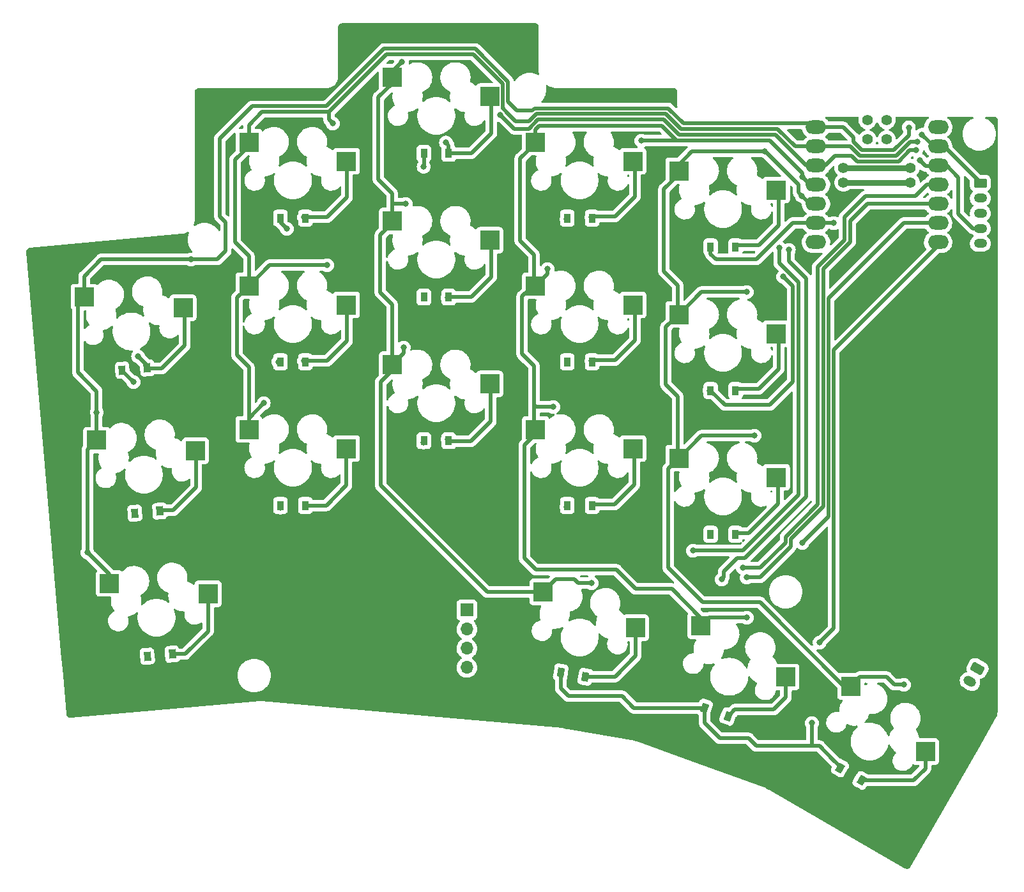
<source format=gbr>
%TF.GenerationSoftware,KiCad,Pcbnew,(6.0.0)*%
%TF.CreationDate,2022-12-29T10:21:43-08:00*%
%TF.ProjectId,mine,6d696e65-2e6b-4696-9361-645f70636258,v1.0.0*%
%TF.SameCoordinates,Original*%
%TF.FileFunction,Copper,L1,Top*%
%TF.FilePolarity,Positive*%
%FSLAX46Y46*%
G04 Gerber Fmt 4.6, Leading zero omitted, Abs format (unit mm)*
G04 Created by KiCad (PCBNEW (6.0.0)) date 2022-12-29 10:21:43*
%MOMM*%
%LPD*%
G01*
G04 APERTURE LIST*
G04 Aperture macros list*
%AMRoundRect*
0 Rectangle with rounded corners*
0 $1 Rounding radius*
0 $2 $3 $4 $5 $6 $7 $8 $9 X,Y pos of 4 corners*
0 Add a 4 corners polygon primitive as box body*
4,1,4,$2,$3,$4,$5,$6,$7,$8,$9,$2,$3,0*
0 Add four circle primitives for the rounded corners*
1,1,$1+$1,$2,$3*
1,1,$1+$1,$4,$5*
1,1,$1+$1,$6,$7*
1,1,$1+$1,$8,$9*
0 Add four rect primitives between the rounded corners*
20,1,$1+$1,$2,$3,$4,$5,0*
20,1,$1+$1,$4,$5,$6,$7,0*
20,1,$1+$1,$6,$7,$8,$9,0*
20,1,$1+$1,$8,$9,$2,$3,0*%
%AMHorizOval*
0 Thick line with rounded ends*
0 $1 width*
0 $2 $3 position (X,Y) of the first rounded end (center of the circle)*
0 $4 $5 position (X,Y) of the second rounded end (center of the circle)*
0 Add line between two ends*
20,1,$1,$2,$3,$4,$5,0*
0 Add two circle primitives to create the rounded ends*
1,1,$1,$2,$3*
1,1,$1,$4,$5*%
%AMRotRect*
0 Rectangle, with rotation*
0 The origin of the aperture is its center*
0 $1 length*
0 $2 width*
0 $3 Rotation angle, in degrees counterclockwise*
0 Add horizontal line*
21,1,$1,$2,0,0,$3*%
G04 Aperture macros list end*
%TA.AperFunction,SMDPad,CuDef*%
%ADD10R,2.550000X2.500000*%
%TD*%
%TA.AperFunction,ComponentPad*%
%ADD11RoundRect,0.250000X-0.366266X0.615609X-0.716266X0.009391X0.366266X-0.615609X0.716266X-0.009391X0*%
%TD*%
%TA.AperFunction,ComponentPad*%
%ADD12HorizOval,1.200000X-0.238157X0.137500X0.238157X-0.137500X0*%
%TD*%
%TA.AperFunction,SMDPad,CuDef*%
%ADD13R,0.900000X1.200000*%
%TD*%
%TA.AperFunction,SMDPad,CuDef*%
%ADD14O,2.750000X1.800000*%
%TD*%
%TA.AperFunction,ComponentPad*%
%ADD15C,1.397000*%
%TD*%
%TA.AperFunction,ComponentPad*%
%ADD16R,1.700000X1.700000*%
%TD*%
%TA.AperFunction,ComponentPad*%
%ADD17O,1.700000X1.700000*%
%TD*%
%TA.AperFunction,SMDPad,CuDef*%
%ADD18RotRect,0.900000X1.200000X5.000000*%
%TD*%
%TA.AperFunction,SMDPad,CuDef*%
%ADD19RotRect,0.900000X1.200000X330.000000*%
%TD*%
%TA.AperFunction,SMDPad,CuDef*%
%ADD20RotRect,0.900000X1.200000X340.000000*%
%TD*%
%TA.AperFunction,ComponentPad*%
%ADD21RoundRect,0.250000X-0.625000X0.350000X-0.625000X-0.350000X0.625000X-0.350000X0.625000X0.350000X0*%
%TD*%
%TA.AperFunction,ComponentPad*%
%ADD22O,1.750000X1.200000*%
%TD*%
%TA.AperFunction,SMDPad,CuDef*%
%ADD23RotRect,0.900000X1.200000X350.000000*%
%TD*%
%TA.AperFunction,ViaPad*%
%ADD24C,0.800000*%
%TD*%
%TA.AperFunction,Conductor*%
%ADD25C,0.500000*%
%TD*%
%TA.AperFunction,Conductor*%
%ADD26C,0.750000*%
%TD*%
G04 APERTURE END LIST*
D10*
%TO.P,S4,1*%
%TO.N,ring_bottom*%
X59625000Y-81212500D03*
%TO.P,S4,2*%
%TO.N,COL_Ring*%
X46698000Y-78672500D03*
%TD*%
%TO.P,S1,1*%
%TO.N,pinky_bottom*%
X41290632Y-100487981D03*
%TO.P,S1,2*%
%TO.N,COL_Pink*%
X28191447Y-99084309D03*
%TD*%
%TO.P,S18,1*%
%TO.N,reachy_thumb_row*%
X136379422Y-121399201D03*
%TO.P,S18,2*%
%TO.N,COL_Innr*%
X126454312Y-112735997D03*
%TD*%
%TO.P,S9,1*%
%TO.N,middle_top*%
X78625000Y-34540000D03*
%TO.P,S9,2*%
%TO.N,COL_Midd*%
X65698000Y-32000000D03*
%TD*%
D11*
%TO.P,REF\u002A\u002A,1*%
%TO.N,BATN*%
X143264089Y-110362789D03*
D12*
%TO.P,REF\u002A\u002A,2*%
%TO.N,BATP*%
X142264089Y-112094840D03*
%TD*%
D13*
%TO.P,D14,1*%
%TO.N,ROW_Home*%
X107890000Y-73512500D03*
%TO.P,D14,2*%
%TO.N,inner_home*%
X111190000Y-73512500D03*
%TD*%
D10*
%TO.P,S15,1*%
%TO.N,inner_top*%
X116625000Y-46922500D03*
%TO.P,S15,2*%
%TO.N,COL_Innr*%
X103698000Y-44382500D03*
%TD*%
%TO.P,S10,1*%
%TO.N,index_bottom*%
X97625000Y-81212500D03*
%TO.P,S10,2*%
%TO.N,COL_Indx*%
X84698000Y-78672500D03*
%TD*%
D13*
%TO.P,D15,1*%
%TO.N,ROW_Top*%
X107890000Y-54462500D03*
%TO.P,D15,2*%
%TO.N,inner_top*%
X111190000Y-54462500D03*
%TD*%
D10*
%TO.P,S5,1*%
%TO.N,ring_home*%
X59625000Y-62162500D03*
%TO.P,S5,2*%
%TO.N,COL_Ring*%
X46698000Y-59622500D03*
%TD*%
D14*
%TO.P,MCU1,1*%
%TO.N,COL_Pink*%
X121863008Y-38611814D03*
%TO.P,MCU1,2*%
%TO.N,COL_Ring*%
X121863008Y-41151814D03*
%TO.P,MCU1,3*%
%TO.N,COL_Midd*%
X121863008Y-43691814D03*
%TO.P,MCU1,4*%
%TO.N,COL_Indx*%
X121863008Y-46231814D03*
%TO.P,MCU1,5*%
%TO.N,COL_Innr*%
X121863008Y-48771814D03*
%TO.P,MCU1,6*%
%TO.N,ROW_Top*%
X121863008Y-51311814D03*
%TO.P,MCU1,7*%
%TO.N,ROW_Home*%
X121863008Y-53851814D03*
%TO.P,MCU1,8*%
%TO.N,ROW_Thumb*%
X138052928Y-53851814D03*
%TO.P,MCU1,9*%
%TO.N,ROW_Bot*%
X138052928Y-51311814D03*
%TO.P,MCU1,10*%
%TO.N,D9*%
X138052928Y-48771814D03*
%TO.P,MCU1,11*%
%TO.N,D10*%
X138052928Y-46231814D03*
%TO.P,MCU1,12*%
%TO.N,3V3*%
X138052928Y-43691814D03*
%TO.P,MCU1,13*%
%TO.N,GND*%
X138052928Y-41151814D03*
%TO.P,MCU1,14*%
%TO.N,5V*%
X138052928Y-38611814D03*
D15*
%TO.P,MCU1,15*%
%TO.N,DIO_CLK*%
X128687968Y-37659814D03*
%TO.P,MCU1,16*%
%TO.N,CLK_DIO*%
X131227968Y-37659814D03*
%TO.P,MCU1,17*%
%TO.N,RST_GND*%
X128687968Y-40199814D03*
%TO.P,MCU1,18*%
%TO.N,GND_RST*%
X131227968Y-40199814D03*
%TO.P,MCU1,19*%
%TO.N,BATP*%
X125512968Y-45914814D03*
X134402968Y-45914814D03*
%TO.P,MCU1,20*%
%TO.N,BATN*%
X125512968Y-44009814D03*
X134402968Y-44009814D03*
%TD*%
D16*
%TO.P,REF\u002A\u002A,1*%
%TO.N,GND*%
X75592327Y-102619814D03*
D17*
%TO.P,REF\u002A\u002A,2*%
%TO.N,D10*%
X75592327Y-105159814D03*
%TO.P,REF\u002A\u002A,3*%
%TO.N,D9*%
X75592327Y-107699814D03*
%TO.P,REF\u002A\u002A,4*%
%TO.N,3V3*%
X75592327Y-110239814D03*
%TD*%
D13*
%TO.P,D12,1*%
%TO.N,ROW_Top*%
X88890000Y-50652500D03*
%TO.P,D12,2*%
%TO.N,index_top*%
X92190000Y-50652500D03*
%TD*%
D10*
%TO.P,S7,1*%
%TO.N,middle_bottom*%
X78625000Y-72640000D03*
%TO.P,S7,2*%
%TO.N,COL_Midd*%
X65698000Y-70100000D03*
%TD*%
%TO.P,S8,1*%
%TO.N,middle_home*%
X78625000Y-53590000D03*
%TO.P,S8,2*%
%TO.N,COL_Midd*%
X65698000Y-51050000D03*
%TD*%
%TO.P,S13,1*%
%TO.N,inner_bottom*%
X116625000Y-85022500D03*
%TO.P,S13,2*%
%TO.N,COL_Innr*%
X103698000Y-82482500D03*
%TD*%
D13*
%TO.P,D4,1*%
%TO.N,ROW_Bot*%
X50890000Y-88752500D03*
%TO.P,D4,2*%
%TO.N,ring_bottom*%
X54190000Y-88752500D03*
%TD*%
D10*
%TO.P,S3,1*%
%TO.N,pinky_top*%
X37969998Y-62532963D03*
%TO.P,S3,2*%
%TO.N,COL_Pink*%
X24870813Y-61129291D03*
%TD*%
D18*
%TO.P,D1,1*%
%TO.N,ROW_Bot*%
X33246026Y-108760595D03*
%TO.P,D1,2*%
%TO.N,pinky_bottom*%
X36533468Y-108472981D03*
%TD*%
D13*
%TO.P,D11,1*%
%TO.N,ROW_Home*%
X88890000Y-69702500D03*
%TO.P,D11,2*%
%TO.N,index_home*%
X92190000Y-69702500D03*
%TD*%
D10*
%TO.P,S14,1*%
%TO.N,inner_home*%
X116625000Y-65972500D03*
%TO.P,S14,2*%
%TO.N,COL_Innr*%
X103698000Y-63432500D03*
%TD*%
D13*
%TO.P,D10,1*%
%TO.N,ROW_Bot*%
X88890000Y-88752500D03*
%TO.P,D10,2*%
%TO.N,index_bottom*%
X92190000Y-88752500D03*
%TD*%
%TO.P,D7,1*%
%TO.N,ROW_Bot*%
X69890000Y-80180000D03*
%TO.P,D7,2*%
%TO.N,middle_bottom*%
X73190000Y-80180000D03*
%TD*%
D19*
%TO.P,D18,1*%
%TO.N,ROW_Thumb*%
X125044690Y-123561533D03*
%TO.P,D18,2*%
%TO.N,reachy_thumb_row*%
X127902574Y-125211533D03*
%TD*%
D13*
%TO.P,D9,1*%
%TO.N,ROW_Top*%
X69890000Y-42080000D03*
%TO.P,D9,2*%
%TO.N,middle_top*%
X73190000Y-42080000D03*
%TD*%
%TO.P,D5,1*%
%TO.N,ROW_Home*%
X50890000Y-69702500D03*
%TO.P,D5,2*%
%TO.N,ring_home*%
X54190000Y-69702500D03*
%TD*%
%TO.P,D13,1*%
%TO.N,ROW_Bot*%
X107890000Y-92562500D03*
%TO.P,D13,2*%
%TO.N,inner_bottom*%
X111190000Y-92562500D03*
%TD*%
D10*
%TO.P,S12,1*%
%TO.N,index_top*%
X97625000Y-43112500D03*
%TO.P,S12,2*%
%TO.N,COL_Indx*%
X84698000Y-40572500D03*
%TD*%
%TO.P,S2,1*%
%TO.N,pinky_home*%
X39630315Y-81510472D03*
%TO.P,S2,2*%
%TO.N,COL_Pink*%
X26531130Y-80106800D03*
%TD*%
D13*
%TO.P,D8,1*%
%TO.N,ROW_Home*%
X69890000Y-61130000D03*
%TO.P,D8,2*%
%TO.N,middle_home*%
X73190000Y-61130000D03*
%TD*%
D20*
%TO.P,D17,1*%
%TO.N,ROW_Thumb*%
X107100065Y-115607329D03*
%TO.P,D17,2*%
%TO.N,homey_thumb_row*%
X110201051Y-116735995D03*
%TD*%
D18*
%TO.P,D2,1*%
%TO.N,ROW_Home*%
X31585709Y-89783085D03*
%TO.P,D2,2*%
%TO.N,pinky_home*%
X34873151Y-89495471D03*
%TD*%
D10*
%TO.P,S16,1*%
%TO.N,tucky_thumb_row*%
X97958429Y-104981386D03*
%TO.P,S16,2*%
%TO.N,COL_Midd*%
X85668886Y-100235224D03*
%TD*%
D13*
%TO.P,D6,1*%
%TO.N,ROW_Top*%
X50890000Y-50652500D03*
%TO.P,D6,2*%
%TO.N,ring_top*%
X54190000Y-50652500D03*
%TD*%
D10*
%TO.P,S11,1*%
%TO.N,index_home*%
X97625000Y-62162500D03*
%TO.P,S11,2*%
%TO.N,COL_Indx*%
X84698000Y-59622500D03*
%TD*%
D21*
%TO.P,J2,1*%
%TO.N,GND*%
X143642327Y-46003814D03*
D22*
%TO.P,J2,2*%
%TO.N,D10*%
X143642327Y-48003814D03*
%TO.P,J2,3*%
%TO.N,D9*%
X143642327Y-50003814D03*
%TO.P,J2,4*%
%TO.N,3V3*%
X143642327Y-52003814D03*
%TO.P,J2,5*%
%TO.N,N/C*%
X143642327Y-54003814D03*
%TD*%
D18*
%TO.P,D3,1*%
%TO.N,ROW_Top*%
X29925392Y-70805576D03*
%TO.P,D3,2*%
%TO.N,pinky_top*%
X33212834Y-70517962D03*
%TD*%
D23*
%TO.P,D16,1*%
%TO.N,ROW_Thumb*%
X88046826Y-110890020D03*
%TO.P,D16,2*%
%TO.N,tucky_thumb_row*%
X91296692Y-111463058D03*
%TD*%
D10*
%TO.P,S6,1*%
%TO.N,ring_top*%
X59625000Y-43112500D03*
%TO.P,S6,2*%
%TO.N,COL_Ring*%
X46698000Y-40572500D03*
%TD*%
%TO.P,S17,1*%
%TO.N,homey_thumb_row*%
X117887112Y-111509592D03*
%TO.P,S17,2*%
%TO.N,COL_Indx*%
X106608437Y-104701479D03*
%TD*%
D24*
%TO.N,pinky_bottom*%
X36533468Y-108472981D03*
%TO.N,COL_Pink*%
X25309968Y-94999814D03*
X26531130Y-76408976D03*
X39025968Y-56137814D03*
X134164727Y-38637214D03*
%TO.N,ROW_Bot*%
X50859968Y-89053814D03*
X120042327Y-93729814D03*
X69859968Y-80412173D03*
X88779936Y-88924205D03*
X33246026Y-108760595D03*
X138330327Y-51311814D03*
X107850327Y-92459814D03*
%TO.N,pinky_home*%
X34873151Y-89495471D03*
%TO.N,ROW_Home*%
X31585709Y-89783085D03*
X50597641Y-69702500D03*
X88890000Y-69702500D03*
X117502327Y-58423814D03*
X69890000Y-61130000D03*
X107747641Y-73512500D03*
%TO.N,pinky_top*%
X32006563Y-68990302D03*
%TO.N,ROW_Top*%
X51725968Y-52073814D03*
X69859968Y-43845814D03*
X124207927Y-51311814D03*
X31405968Y-72393814D03*
X88800327Y-50803814D03*
X107890000Y-54462500D03*
%TO.N,ring_bottom*%
X54190000Y-88752500D03*
%TO.N,COL_Ring*%
X135282327Y-40516814D03*
X57059968Y-56899814D03*
X48668327Y-75187814D03*
X57821968Y-38103814D03*
%TO.N,ring_home*%
X54011968Y-69599814D03*
%TO.N,ring_top*%
X54011968Y-50549814D03*
%TO.N,middle_bottom*%
X73061968Y-80004173D03*
%TO.N,COL_Midd*%
X67219968Y-67821814D03*
X67473968Y-48771814D03*
X80042327Y-37003814D03*
X135141584Y-41648157D03*
X92111968Y-99063814D03*
X66965968Y-29975814D03*
%TO.N,middle_home*%
X73061968Y-61217814D03*
%TO.N,middle_top*%
X72820295Y-40631487D03*
%TO.N,index_bottom*%
X92190000Y-88752500D03*
%TO.N,COL_Indx*%
X98715968Y-40389814D03*
X112685968Y-103635814D03*
X120051968Y-45215814D03*
X86269968Y-57407814D03*
X87031968Y-75695814D03*
%TO.N,index_home*%
X92111968Y-69599814D03*
%TO.N,index_top*%
X92111968Y-50549814D03*
%TO.N,inner_bottom*%
X111260968Y-92633814D03*
%TO.N,COL_Innr*%
X113701968Y-79505814D03*
X115095968Y-41789814D03*
X133513968Y-112525814D03*
X119983648Y-47687493D03*
X112685968Y-60455814D03*
%TO.N,inner_home*%
X111161968Y-73409814D03*
%TO.N,inner_top*%
X111190000Y-54462500D03*
%TO.N,tucky_thumb_row*%
X91296692Y-111299449D03*
%TO.N,ROW_Thumb*%
X107100065Y-115607329D03*
X121321968Y-117605814D03*
X125044690Y-123561533D03*
X138527928Y-53851814D03*
X88046826Y-110890020D03*
X122337968Y-106937814D03*
%TO.N,homey_thumb_row*%
X110201051Y-116735995D03*
%TO.N,reachy_thumb_row*%
X127902574Y-125211533D03*
%TO.N,GND*%
X135917327Y-39602414D03*
X105564327Y-94745814D03*
X116994327Y-54613814D03*
%TO.N,D10*%
X138527928Y-46231814D03*
X112168327Y-97031814D03*
%TO.N,3V3*%
X118264327Y-54867814D03*
X109374327Y-98555814D03*
X135637927Y-43006014D03*
%TO.N,D9*%
X112676327Y-98301814D03*
X138584327Y-48517814D03*
%TD*%
D25*
%TO.N,pinky_bottom*%
X38252801Y-108472981D02*
X41290632Y-105435150D01*
X36533468Y-108472981D02*
X38252801Y-108472981D01*
X41290632Y-105435150D02*
X41290632Y-100487981D01*
%TO.N,COL_Pink*%
X125503327Y-38611814D02*
X121388008Y-38611814D01*
X84240158Y-36403814D02*
X82242327Y-36403814D01*
X24039968Y-61960136D02*
X24870813Y-61129291D01*
X64623308Y-28209814D02*
X57003308Y-35829814D01*
X26531130Y-80106800D02*
X25309968Y-81327962D01*
X42508327Y-56137814D02*
X39025968Y-56137814D01*
X25309968Y-81327962D02*
X25309968Y-94999814D01*
X24870813Y-58354969D02*
X24870813Y-61129291D01*
X25309968Y-94999814D02*
X28191447Y-97881293D01*
X102304448Y-36104294D02*
X84539678Y-36104294D01*
X28191447Y-97881293D02*
X28191447Y-99084309D01*
X84539678Y-36104294D02*
X84240158Y-36403814D01*
X24039968Y-71123814D02*
X24039968Y-61960136D01*
X27087968Y-56137814D02*
X24870813Y-58354969D01*
X47141968Y-35829814D02*
X42835968Y-40135814D01*
X26531130Y-73614976D02*
X24039968Y-71123814D01*
X43642327Y-51203814D02*
X43642327Y-55003814D01*
X127967127Y-41659814D02*
X126849527Y-40542214D01*
X81049031Y-32550739D02*
X76708106Y-28209814D01*
X81049031Y-35210518D02*
X81049031Y-32550739D01*
X121388008Y-38611814D02*
X120880008Y-38103814D01*
X42835968Y-50397455D02*
X43642327Y-51203814D01*
X126849527Y-39958014D02*
X125503327Y-38611814D01*
X104303968Y-38103814D02*
X102304448Y-36104294D01*
X120880008Y-38103814D02*
X104303968Y-38103814D01*
X39025968Y-56137814D02*
X27087968Y-56137814D01*
X132183527Y-41659814D02*
X127967127Y-41659814D01*
X26531130Y-80106800D02*
X26531130Y-76408976D01*
X42835968Y-40135814D02*
X42835968Y-50397455D01*
X57003308Y-35829814D02*
X47141968Y-35829814D01*
X26531130Y-76408976D02*
X26531130Y-73614976D01*
X134164727Y-38637214D02*
X134164727Y-39678614D01*
X76708106Y-28209814D02*
X64623308Y-28209814D01*
X43642327Y-55003814D02*
X42508327Y-56137814D01*
X134164727Y-39678614D02*
X132183527Y-41659814D01*
X82242327Y-36403814D02*
X81049031Y-35210518D01*
X126849527Y-40542214D02*
X126849527Y-39958014D01*
%TO.N,ROW_Bot*%
X120042327Y-93729814D02*
X123535847Y-90236294D01*
X107890000Y-92743846D02*
X107890000Y-92562500D01*
X133504327Y-51311814D02*
X138330327Y-51311814D01*
X138330327Y-51311814D02*
X138527928Y-51311814D01*
X123535847Y-90236294D02*
X123535847Y-61280294D01*
X123535847Y-61280294D02*
X133504327Y-51311814D01*
%TO.N,pinky_home*%
X34961968Y-89411814D02*
X36681301Y-89411814D01*
X39719132Y-86373983D02*
X39719132Y-81426814D01*
X36681301Y-89411814D02*
X39719132Y-86373983D01*
%TO.N,ROW_Home*%
X115733968Y-75441814D02*
X109819314Y-75441814D01*
X118772327Y-72403455D02*
X115733968Y-75441814D01*
X117502327Y-58423814D02*
X118772327Y-59693814D01*
X109819314Y-75441814D02*
X107890000Y-73512500D01*
X118772327Y-59693814D02*
X118772327Y-72403455D01*
%TO.N,pinky_top*%
X38195132Y-67577983D02*
X38195132Y-62630814D01*
X33212834Y-70196573D02*
X32006563Y-68990302D01*
X35157301Y-70615814D02*
X38195132Y-67577983D01*
X33437968Y-70615814D02*
X35157301Y-70615814D01*
X33212834Y-70517962D02*
X33212834Y-70196573D01*
%TO.N,ROW_Top*%
X121388008Y-51311814D02*
X118772327Y-51311814D01*
X50890000Y-50652500D02*
X50890000Y-51237846D01*
X29925392Y-70805576D02*
X29925392Y-70913238D01*
X69890000Y-43815782D02*
X69859968Y-43845814D01*
X50890000Y-51237846D02*
X51725968Y-52073814D01*
X121388008Y-51311814D02*
X124207927Y-51311814D01*
X69890000Y-42080000D02*
X69890000Y-43815782D01*
X29925392Y-70913238D02*
X31405968Y-72393814D01*
X113946327Y-56137814D02*
X108621968Y-56137814D01*
X107890000Y-55405846D02*
X107890000Y-54462500D01*
X118772327Y-51311814D02*
X113946327Y-56137814D01*
X108621968Y-56137814D02*
X107890000Y-55405846D01*
%TO.N,ring_bottom*%
X56957282Y-88752500D02*
X59625000Y-86084782D01*
X54190000Y-88752500D02*
X56957282Y-88752500D01*
X59625000Y-86084782D02*
X59625000Y-81212500D01*
%TO.N,COL_Ring*%
X46698000Y-59641782D02*
X45121968Y-61217814D01*
X103993308Y-38853814D02*
X101943308Y-36803814D01*
X46698000Y-55681846D02*
X46698000Y-59622500D01*
X101943308Y-36803814D02*
X84829428Y-36803814D01*
X82042327Y-37803814D02*
X80891838Y-36653325D01*
X134387187Y-40516814D02*
X132494187Y-42409814D01*
X46698000Y-40572500D02*
X46698000Y-41099782D01*
X57059968Y-56899814D02*
X49420686Y-56899814D01*
X57821968Y-38103814D02*
X57313968Y-37595814D01*
X121388008Y-41151814D02*
X119080628Y-41151814D01*
X80349511Y-36110998D02*
X80349511Y-32840489D01*
X80891838Y-36651934D02*
X80394207Y-36154303D01*
X80394207Y-36154303D02*
X80392816Y-36154303D01*
X49420686Y-56899814D02*
X46698000Y-59622500D01*
X45121968Y-61217814D02*
X45121968Y-68837814D01*
X44867968Y-42929814D02*
X44867968Y-53851814D01*
X46698000Y-38305782D02*
X46698000Y-40572500D01*
X135282327Y-40516814D02*
X134387187Y-40516814D01*
X44867968Y-53851814D02*
X46698000Y-55681846D01*
X116782628Y-38853814D02*
X103993308Y-38853814D01*
X132494187Y-42409814D02*
X127656467Y-42409814D01*
X126398467Y-41151814D02*
X121388008Y-41151814D01*
X80891838Y-36653325D02*
X80891838Y-36651934D01*
X46698000Y-77158141D02*
X48668327Y-75187814D01*
X46698000Y-70413846D02*
X46698000Y-78672500D01*
X46698000Y-78672500D02*
X46698000Y-77158141D01*
X83829428Y-37803814D02*
X82042327Y-37803814D01*
X64933968Y-28959814D02*
X57313968Y-36579814D01*
X57313968Y-37595814D02*
X57313968Y-36579814D01*
X46698000Y-59622500D02*
X46698000Y-59641782D01*
X45121968Y-68837814D02*
X46698000Y-70413846D01*
X84829428Y-36803814D02*
X83829428Y-37803814D01*
X80349511Y-32840489D02*
X76468836Y-28959814D01*
X80392816Y-36154303D02*
X80349511Y-36110998D01*
X76468836Y-28959814D02*
X64933968Y-28959814D01*
X127656467Y-42409814D02*
X126398467Y-41151814D01*
X48423968Y-36579814D02*
X46698000Y-38305782D01*
X57313968Y-36579814D02*
X48423968Y-36579814D01*
X119080628Y-41151814D02*
X116782628Y-38853814D01*
X46698000Y-41099782D02*
X44867968Y-42929814D01*
%TO.N,ring_home*%
X57033250Y-69599814D02*
X59700968Y-66932096D01*
X59700968Y-66932096D02*
X59700968Y-62059814D01*
X54265968Y-69599814D02*
X57033250Y-69599814D01*
%TO.N,ring_top*%
X57033250Y-50549814D02*
X59700968Y-47882096D01*
X59700968Y-47882096D02*
X59700968Y-43009814D01*
X54265968Y-50549814D02*
X57033250Y-50549814D01*
%TO.N,middle_bottom*%
X78750968Y-77600096D02*
X78750968Y-72727814D01*
X76083250Y-80267814D02*
X78750968Y-77600096D01*
X73315968Y-80267814D02*
X76083250Y-80267814D01*
%TO.N,COL_Midd*%
X67473968Y-48771814D02*
X65698000Y-48771814D01*
X87348296Y-98555814D02*
X85668886Y-100235224D01*
X67219968Y-68578032D02*
X65698000Y-70100000D01*
X78297378Y-100235224D02*
X64171968Y-86109814D01*
X64171968Y-86109814D02*
X64171968Y-72393814D01*
X65695968Y-62103160D02*
X65695968Y-70361814D01*
X65695968Y-32789096D02*
X63865936Y-34619128D01*
X64119936Y-52907128D02*
X64119936Y-60527128D01*
X65695968Y-51311814D02*
X65695968Y-51331096D01*
X89825968Y-98555814D02*
X87348296Y-98555814D01*
X83818698Y-38803814D02*
X85018698Y-37603814D01*
X80042327Y-37003814D02*
X81842327Y-38803814D01*
X134316504Y-41648157D02*
X132804847Y-43159814D01*
X90333968Y-99063814D02*
X89825968Y-98555814D01*
X65695968Y-51331096D02*
X64119936Y-52907128D01*
X126557007Y-42371014D02*
X124385727Y-42371014D01*
X64119936Y-60527128D02*
X65695968Y-62103160D01*
X85668886Y-100235224D02*
X78297378Y-100235224D01*
X132804847Y-43159814D02*
X127345807Y-43159814D01*
X65695968Y-32261814D02*
X65695968Y-32789096D01*
X124385727Y-42371014D02*
X123064927Y-43691814D01*
X65698000Y-70867782D02*
X65698000Y-70100000D01*
X127345807Y-43159814D02*
X126557007Y-42371014D01*
X65695968Y-47371160D02*
X65695968Y-51311814D01*
X64171968Y-72393814D02*
X65698000Y-70867782D01*
X135141584Y-41648157D02*
X134316504Y-41648157D01*
X92111968Y-99063814D02*
X90333968Y-99063814D01*
X63865936Y-45541128D02*
X65695968Y-47371160D01*
X66965968Y-29975814D02*
X65698000Y-31243782D01*
X65698000Y-48771814D02*
X65698000Y-51050000D01*
X103682648Y-39603814D02*
X116471968Y-39603814D01*
X120559968Y-43691814D02*
X121388008Y-43691814D01*
X85018698Y-37603814D02*
X101682648Y-37603814D01*
X67219968Y-67821814D02*
X67219968Y-68578032D01*
X65698000Y-31243782D02*
X65698000Y-32000000D01*
X123064927Y-43691814D02*
X121388008Y-43691814D01*
X81842327Y-38803814D02*
X83818698Y-38803814D01*
X63865936Y-34619128D02*
X63865936Y-45541128D01*
X101682648Y-37603814D02*
X103682648Y-39603814D01*
X116471968Y-39603814D02*
X120559968Y-43691814D01*
%TO.N,middle_home*%
X76159218Y-61115128D02*
X78826936Y-58447410D01*
X73391936Y-61115128D02*
X76159218Y-61115128D01*
X78826936Y-58447410D02*
X78826936Y-53575128D01*
%TO.N,middle_top*%
X76159218Y-42065128D02*
X78826936Y-39397410D01*
X73391936Y-42065128D02*
X76159218Y-42065128D01*
X73190000Y-42080000D02*
X73190000Y-41001192D01*
X78826936Y-39397410D02*
X78826936Y-34525128D01*
X73190000Y-41001192D02*
X72820295Y-40631487D01*
%TO.N,index_bottom*%
X92365968Y-88649814D02*
X95133250Y-88649814D01*
X97800968Y-85982096D02*
X97800968Y-81109814D01*
X95133250Y-88649814D02*
X97800968Y-85982096D01*
%TO.N,COL_Indx*%
X112685968Y-103635814D02*
X107674102Y-103635814D01*
X84491968Y-70231160D02*
X84491968Y-75441814D01*
X121388008Y-46231814D02*
X121067968Y-46231814D01*
X103371988Y-40353814D02*
X101421988Y-38403814D01*
X103335988Y-40389814D02*
X103371988Y-40353814D01*
X83221968Y-80775814D02*
X83221968Y-95761814D01*
X121067968Y-46231814D02*
X120051968Y-45215814D01*
X120051968Y-44707814D02*
X115697968Y-40353814D01*
X84491968Y-59459096D02*
X82915936Y-61035128D01*
X107674102Y-103635814D02*
X106608437Y-104701479D01*
X84491968Y-55499160D02*
X84491968Y-59439814D01*
X84698000Y-38913782D02*
X84698000Y-40572500D01*
X84698000Y-79299782D02*
X83221968Y-80775814D01*
X86269968Y-57407814D02*
X86269968Y-58050532D01*
X84745968Y-97285814D02*
X95413968Y-97285814D01*
X82661936Y-42747128D02*
X82661936Y-53669128D01*
X85207968Y-38403814D02*
X84698000Y-38913782D01*
X83221968Y-95761814D02*
X84745968Y-97285814D01*
X84491968Y-40389814D02*
X84491968Y-40917096D01*
X120051968Y-45215814D02*
X120051968Y-44707814D01*
X95413968Y-97285814D02*
X97953968Y-99825814D01*
X101421988Y-38403814D02*
X85207968Y-38403814D01*
X84491968Y-40917096D02*
X82661936Y-42747128D01*
X106608437Y-103654283D02*
X106608437Y-104701479D01*
X97953968Y-99825814D02*
X102779968Y-99825814D01*
X84698000Y-78672500D02*
X84698000Y-79299782D01*
X115697968Y-40353814D02*
X103371988Y-40353814D01*
X84491968Y-59439814D02*
X84491968Y-59459096D01*
X84491968Y-75441814D02*
X84491968Y-78489814D01*
X86269968Y-58050532D02*
X84698000Y-59622500D01*
X82661936Y-53669128D02*
X84491968Y-55499160D01*
X102779968Y-99825814D02*
X106608437Y-103654283D01*
X84745968Y-75695814D02*
X84491968Y-75441814D01*
X82915936Y-61035128D02*
X82915936Y-68655128D01*
X87031968Y-75695814D02*
X84745968Y-75695814D01*
X98715968Y-40389814D02*
X103335988Y-40389814D01*
X82915936Y-68655128D02*
X84491968Y-70231160D01*
%TO.N,index_home*%
X95209218Y-69497128D02*
X97876936Y-66829410D01*
X92441936Y-69497128D02*
X95209218Y-69497128D01*
X97876936Y-66829410D02*
X97876936Y-61957128D01*
%TO.N,index_top*%
X97876936Y-47779410D02*
X97876936Y-42907128D01*
X92441936Y-50447128D02*
X95209218Y-50447128D01*
X95209218Y-50447128D02*
X97876936Y-47779410D01*
%TO.N,inner_bottom*%
X112930327Y-92459814D02*
X116850968Y-88539173D01*
X111415968Y-92459814D02*
X112930327Y-92459814D01*
X116850968Y-88539173D02*
X116850968Y-84919814D01*
%TO.N,COL_Innr*%
X101965936Y-72719128D02*
X103541968Y-74295160D01*
X101711936Y-46811128D02*
X101711936Y-57733128D01*
X102271968Y-97031814D02*
X106843968Y-101603814D01*
X131227968Y-111509814D02*
X127680495Y-111509814D01*
X121388008Y-48771814D02*
X121067968Y-48771814D01*
X106843968Y-101603814D02*
X114463968Y-101603814D01*
X127680495Y-111509814D02*
X126454312Y-112735997D01*
X132243968Y-112525814D02*
X131227968Y-111509814D01*
X103541968Y-44981096D02*
X101711936Y-46811128D01*
X119543968Y-47247814D02*
X119543968Y-46231814D01*
X105443968Y-41789814D02*
X103698000Y-43535782D01*
X103541968Y-44453814D02*
X103541968Y-44981096D01*
X133513968Y-112525814D02*
X132243968Y-112525814D01*
X101965936Y-65099128D02*
X101965936Y-72719128D01*
X119983648Y-47687493D02*
X119543968Y-47247814D01*
X103698000Y-82482500D02*
X102271968Y-83908532D01*
X125596151Y-112735997D02*
X126454312Y-112735997D01*
X103541968Y-63503814D02*
X103541968Y-63523096D01*
X121067968Y-48771814D02*
X119983648Y-47687493D01*
X114463968Y-101603814D02*
X125596151Y-112735997D01*
X103541968Y-63523096D02*
X101965936Y-65099128D01*
X115101968Y-41789814D02*
X115095968Y-41789814D01*
X106674686Y-79505814D02*
X103698000Y-82482500D01*
X102271968Y-83908532D02*
X102271968Y-97031814D01*
X119543968Y-46231814D02*
X115101968Y-41789814D01*
X115095968Y-41789814D02*
X105443968Y-41789814D01*
X103698000Y-43535782D02*
X103698000Y-44382500D01*
X103541968Y-59563160D02*
X103541968Y-63503814D01*
X101711936Y-57733128D02*
X103541968Y-59563160D01*
X103541968Y-74295160D02*
X103541968Y-82553814D01*
X113701968Y-79505814D02*
X106674686Y-79505814D01*
X112685968Y-60455814D02*
X106674686Y-60455814D01*
X106674686Y-60455814D02*
X103698000Y-63432500D01*
%TO.N,inner_home*%
X116926936Y-70639410D02*
X116926936Y-65767128D01*
X114259218Y-73307128D02*
X116926936Y-70639410D01*
X111491936Y-73307128D02*
X114259218Y-73307128D01*
%TO.N,inner_top*%
X111491936Y-54257128D02*
X114259218Y-54257128D01*
X116926936Y-51589410D02*
X116926936Y-46717128D01*
X114259218Y-54257128D02*
X116926936Y-51589410D01*
%TO.N,tucky_thumb_row*%
X95206724Y-111463058D02*
X91296692Y-111463058D01*
X97958429Y-104981386D02*
X97958429Y-108711353D01*
X97958429Y-108711353D02*
X95206724Y-111463058D01*
%TO.N,ROW_Thumb*%
X124242968Y-122558814D02*
X125044690Y-123360536D01*
X122337968Y-120653814D02*
X124242968Y-122558814D01*
X112939968Y-119637814D02*
X109129968Y-119637814D01*
X124235367Y-68144375D02*
X138527928Y-53851814D01*
X121321968Y-117605814D02*
X121321968Y-120653814D01*
X121321968Y-120653814D02*
X121575968Y-120653814D01*
X89063968Y-114049814D02*
X88046826Y-113032672D01*
X107100065Y-117607911D02*
X107100065Y-115607329D01*
X107100065Y-115607329D02*
X97733483Y-115607329D01*
X88046826Y-113032672D02*
X88046826Y-110890020D01*
X121575968Y-120653814D02*
X113955968Y-120653814D01*
X96175968Y-114049814D02*
X89063968Y-114049814D01*
X122337968Y-106937814D02*
X124235367Y-105040415D01*
X113955968Y-120653814D02*
X112939968Y-119637814D01*
X124235367Y-105040415D02*
X124235367Y-68144375D01*
X125044690Y-123360536D02*
X125044690Y-123561533D01*
X121575968Y-120653814D02*
X122337968Y-120653814D01*
X109129968Y-119637814D02*
X107100065Y-117607911D01*
X97733483Y-115607329D02*
X96175968Y-114049814D01*
%TO.N,homey_thumb_row*%
X117887112Y-111509592D02*
X117887112Y-114182670D01*
X116241968Y-115827814D02*
X111109232Y-115827814D01*
X111109232Y-115827814D02*
X110201051Y-116735995D01*
X117887112Y-114182670D02*
X116241968Y-115827814D01*
%TO.N,reachy_thumb_row*%
X136379422Y-123630360D02*
X134798249Y-125211533D01*
X136379422Y-121399201D02*
X136379422Y-123630360D01*
X134798249Y-125211533D02*
X127902574Y-125211533D01*
%TO.N,GND*%
X138812927Y-41151814D02*
X143642327Y-45981214D01*
X112168327Y-94745814D02*
X107850327Y-94745814D01*
X119534327Y-59185814D02*
X119534327Y-87379814D01*
X107850327Y-94745814D02*
X105564327Y-94745814D01*
X112676327Y-94237814D02*
X112168327Y-94745814D01*
X138527928Y-41151814D02*
X138812927Y-41151814D01*
X116994327Y-56645814D02*
X119534327Y-59185814D01*
X137466727Y-41151814D02*
X138527928Y-41151814D01*
X143642327Y-45981214D02*
X143642327Y-46003814D01*
X119534327Y-87379814D02*
X112676327Y-94237814D01*
X116994327Y-54613814D02*
X116994327Y-56645814D01*
X135917327Y-39602414D02*
X137466727Y-41151814D01*
%TO.N,D10*%
X128424327Y-47755814D02*
X135028327Y-47755814D01*
X122074327Y-57153814D02*
X125630327Y-53597814D01*
X135028327Y-47755814D02*
X136552327Y-46231814D01*
X112168327Y-97031814D02*
X114454327Y-97031814D01*
X117818327Y-92905814D02*
X122074327Y-88649814D01*
X114454327Y-97031814D02*
X117818327Y-93667814D01*
X125630327Y-53597814D02*
X125630327Y-50549814D01*
X136552327Y-46231814D02*
X138527928Y-46231814D01*
X122074327Y-88649814D02*
X122074327Y-57153814D01*
X117818327Y-93667814D02*
X117818327Y-92905814D01*
X125630327Y-50549814D02*
X128424327Y-47755814D01*
D26*
%TO.N,BATP*%
X134402968Y-45914814D02*
X125512968Y-45914814D01*
%TO.N,BATN*%
X134402968Y-44009814D02*
X125512968Y-44009814D01*
D25*
%TO.N,3V3*%
X111406327Y-95761814D02*
X109628327Y-97539814D01*
X135637927Y-43006014D02*
X136374527Y-43742614D01*
X120550327Y-58677814D02*
X120550327Y-87633814D01*
X109628327Y-98301814D02*
X109374327Y-98555814D01*
X138477128Y-43742614D02*
X138527928Y-43691814D01*
X140717927Y-50079414D02*
X142642327Y-52003814D01*
X109628327Y-97539814D02*
X109628327Y-98301814D01*
X139168527Y-43691814D02*
X140717927Y-45241214D01*
X118264327Y-56391814D02*
X120550327Y-58677814D01*
X112422327Y-95761814D02*
X111406327Y-95761814D01*
X142642327Y-52003814D02*
X143642327Y-52003814D01*
X140717927Y-45241214D02*
X140717927Y-50079414D01*
X120550327Y-87633814D02*
X112422327Y-95761814D01*
X136374527Y-43742614D02*
X138477128Y-43742614D01*
X118264327Y-54867814D02*
X118264327Y-56391814D01*
X138527928Y-43691814D02*
X139168527Y-43691814D01*
%TO.N,D9*%
X118518327Y-93221814D02*
X122836327Y-88903814D01*
X126392327Y-53825764D02*
X126392327Y-51057814D01*
X122836327Y-88903814D02*
X122836327Y-57381764D01*
X114454327Y-98301814D02*
X118518327Y-94237814D01*
X126392327Y-51057814D02*
X128678327Y-48771814D01*
X138330327Y-48771814D02*
X138584327Y-48517814D01*
X112676327Y-98301814D02*
X114454327Y-98301814D01*
X128678327Y-48771814D02*
X138330327Y-48771814D01*
X118518327Y-94237814D02*
X118518327Y-93221814D01*
X122836327Y-57381764D02*
X126392327Y-53825764D01*
%TD*%
%TA.AperFunction,NonConductor*%
G36*
X65914718Y-29738316D02*
G01*
X65961211Y-29791972D01*
X65971315Y-29862246D01*
X65941821Y-29926826D01*
X65935692Y-29933409D01*
X65664506Y-30204595D01*
X65602194Y-30238621D01*
X65575411Y-30241500D01*
X65029153Y-30241500D01*
X64961032Y-30221498D01*
X64914539Y-30167842D01*
X64904435Y-30097568D01*
X64933929Y-30032988D01*
X64940058Y-30026405D01*
X65211244Y-29755219D01*
X65273556Y-29721193D01*
X65300339Y-29718314D01*
X65846597Y-29718314D01*
X65914718Y-29738316D01*
G37*
%TD.AperFunction*%
%TA.AperFunction,NonConductor*%
G36*
X76170586Y-29738316D02*
G01*
X76191560Y-29755219D01*
X79002746Y-32566405D01*
X79036772Y-32628717D01*
X79031707Y-32699532D01*
X78989160Y-32756368D01*
X78922640Y-32781179D01*
X78913651Y-32781500D01*
X77301866Y-32781500D01*
X77239684Y-32788255D01*
X77103295Y-32839385D01*
X76986739Y-32926739D01*
X76899385Y-33043295D01*
X76896542Y-33041164D01*
X76858342Y-33079301D01*
X76788956Y-33094336D01*
X76717057Y-33065185D01*
X76536829Y-32913956D01*
X76536826Y-32913954D01*
X76533450Y-32911121D01*
X76295236Y-32762269D01*
X76090021Y-32670901D01*
X76035925Y-32624921D01*
X76015276Y-32556993D01*
X76019013Y-32525312D01*
X76061753Y-32353893D01*
X76061754Y-32353888D01*
X76062817Y-32349624D01*
X76063485Y-32343276D01*
X76091719Y-32074636D01*
X76091719Y-32074633D01*
X76092178Y-32070267D01*
X76092025Y-32065873D01*
X76082529Y-31793939D01*
X76082528Y-31793933D01*
X76082375Y-31789542D01*
X76063393Y-31681886D01*
X76040908Y-31554373D01*
X76033598Y-31512913D01*
X75946797Y-31245765D01*
X75823660Y-30993298D01*
X75821205Y-30989659D01*
X75821202Y-30989653D01*
X75740935Y-30870653D01*
X75666585Y-30760424D01*
X75478629Y-30551678D01*
X75263450Y-30371121D01*
X75025236Y-30222269D01*
X74768625Y-30108018D01*
X74613992Y-30063678D01*
X74502837Y-30031805D01*
X74502836Y-30031805D01*
X74498610Y-30030593D01*
X74494260Y-30029982D01*
X74494257Y-30029981D01*
X74391310Y-30015513D01*
X74220448Y-29991500D01*
X74009854Y-29991500D01*
X74007668Y-29991653D01*
X74007664Y-29991653D01*
X73804173Y-30005882D01*
X73804168Y-30005883D01*
X73799788Y-30006189D01*
X73525030Y-30064591D01*
X73520901Y-30066094D01*
X73520897Y-30066095D01*
X73265219Y-30159154D01*
X73265215Y-30159156D01*
X73261074Y-30160663D01*
X73013058Y-30292536D01*
X73009499Y-30295122D01*
X73009497Y-30295123D01*
X72839244Y-30418819D01*
X72785808Y-30457642D01*
X72583748Y-30652769D01*
X72410812Y-30874118D01*
X72408616Y-30877922D01*
X72408611Y-30877929D01*
X72332075Y-31010494D01*
X72270364Y-31117381D01*
X72165138Y-31377824D01*
X72164073Y-31382097D01*
X72164072Y-31382099D01*
X72108393Y-31605416D01*
X72097183Y-31650376D01*
X72096724Y-31654744D01*
X72096723Y-31654749D01*
X72069062Y-31917933D01*
X72067822Y-31929733D01*
X72067975Y-31934121D01*
X72067975Y-31934127D01*
X72075436Y-32147763D01*
X72077625Y-32210458D01*
X72078387Y-32214781D01*
X72078388Y-32214788D01*
X72102164Y-32349624D01*
X72126402Y-32487087D01*
X72213203Y-32754235D01*
X72215131Y-32758188D01*
X72215133Y-32758193D01*
X72270313Y-32871328D01*
X72336340Y-33006702D01*
X72338795Y-33010341D01*
X72338798Y-33010347D01*
X72361022Y-33043295D01*
X72493415Y-33239576D01*
X72496360Y-33242847D01*
X72496361Y-33242848D01*
X72523577Y-33273074D01*
X72681371Y-33448322D01*
X72684733Y-33451143D01*
X72684734Y-33451144D01*
X72716282Y-33477616D01*
X72896550Y-33628879D01*
X73134764Y-33777731D01*
X73301130Y-33851802D01*
X73339979Y-33869099D01*
X73394075Y-33915079D01*
X73414724Y-33983007D01*
X73410987Y-34014688D01*
X73368247Y-34186107D01*
X73368246Y-34186112D01*
X73367183Y-34190376D01*
X73366724Y-34194744D01*
X73366723Y-34194749D01*
X73338281Y-34465364D01*
X73337822Y-34469733D01*
X73337975Y-34474121D01*
X73337975Y-34474127D01*
X73344210Y-34652652D01*
X73347625Y-34750458D01*
X73348387Y-34754781D01*
X73348388Y-34754788D01*
X73372164Y-34889624D01*
X73396402Y-35027087D01*
X73397760Y-35031265D01*
X73397761Y-35031270D01*
X73413891Y-35080915D01*
X73415918Y-35151882D01*
X73379255Y-35212680D01*
X73315543Y-35244005D01*
X73245009Y-35235911D01*
X73213743Y-35216935D01*
X73176626Y-35186229D01*
X73013782Y-35051513D01*
X72747924Y-34882794D01*
X72744345Y-34881110D01*
X72744338Y-34881106D01*
X72466606Y-34750416D01*
X72466602Y-34750414D01*
X72463016Y-34748727D01*
X72163552Y-34651425D01*
X71854254Y-34592423D01*
X71760700Y-34586537D01*
X71620642Y-34577725D01*
X71620626Y-34577724D01*
X71618647Y-34577600D01*
X71461353Y-34577600D01*
X71459374Y-34577724D01*
X71459358Y-34577725D01*
X71319300Y-34586537D01*
X71225746Y-34592423D01*
X70916448Y-34651425D01*
X70616984Y-34748727D01*
X70613398Y-34750414D01*
X70613394Y-34750416D01*
X70335662Y-34881106D01*
X70335655Y-34881110D01*
X70332076Y-34882794D01*
X70066218Y-35051513D01*
X69903374Y-35186229D01*
X69865413Y-35217633D01*
X69800176Y-35245643D01*
X69730151Y-35233936D01*
X69677571Y-35186229D01*
X69659131Y-35117669D01*
X69662841Y-35090066D01*
X69664255Y-35084397D01*
X69698504Y-34947030D01*
X69711753Y-34893893D01*
X69711754Y-34893888D01*
X69712817Y-34889624D01*
X69713713Y-34881106D01*
X69741719Y-34614636D01*
X69741719Y-34614633D01*
X69742178Y-34610267D01*
X69741555Y-34592423D01*
X69732529Y-34333939D01*
X69732528Y-34333933D01*
X69732375Y-34329542D01*
X69722786Y-34275156D01*
X69684360Y-34057236D01*
X69683598Y-34052913D01*
X69673453Y-34021689D01*
X69671427Y-33950721D01*
X69708091Y-33889924D01*
X69750193Y-33864354D01*
X69814782Y-33840846D01*
X69814791Y-33840842D01*
X69818926Y-33839337D01*
X70066942Y-33707464D01*
X70085876Y-33693708D01*
X70290629Y-33544947D01*
X70290632Y-33544944D01*
X70294192Y-33542358D01*
X70324776Y-33512824D01*
X70417649Y-33423137D01*
X70496252Y-33347231D01*
X70669188Y-33125882D01*
X70671384Y-33122078D01*
X70671389Y-33122071D01*
X70796348Y-32905634D01*
X70809636Y-32882619D01*
X70914862Y-32622176D01*
X70918327Y-32608279D01*
X70981753Y-32353893D01*
X70981754Y-32353888D01*
X70982817Y-32349624D01*
X70983485Y-32343276D01*
X71011719Y-32074636D01*
X71011719Y-32074633D01*
X71012178Y-32070267D01*
X71012025Y-32065873D01*
X71002529Y-31793939D01*
X71002528Y-31793933D01*
X71002375Y-31789542D01*
X70983393Y-31681886D01*
X70960908Y-31554373D01*
X70953598Y-31512913D01*
X70866797Y-31245765D01*
X70743660Y-30993298D01*
X70741205Y-30989659D01*
X70741202Y-30989653D01*
X70660935Y-30870653D01*
X70586585Y-30760424D01*
X70398629Y-30551678D01*
X70183450Y-30371121D01*
X69945236Y-30222269D01*
X69688625Y-30108018D01*
X69533992Y-30063678D01*
X69422837Y-30031805D01*
X69422836Y-30031805D01*
X69418610Y-30030593D01*
X69414260Y-30029982D01*
X69414257Y-30029981D01*
X69311310Y-30015513D01*
X69140448Y-29991500D01*
X68929854Y-29991500D01*
X68927668Y-29991653D01*
X68927664Y-29991653D01*
X68724173Y-30005882D01*
X68724168Y-30005883D01*
X68719788Y-30006189D01*
X68445030Y-30064591D01*
X68440901Y-30066094D01*
X68440897Y-30066095D01*
X68185219Y-30159154D01*
X68185215Y-30159156D01*
X68181074Y-30160663D01*
X68177177Y-30162735D01*
X68177175Y-30162736D01*
X68050274Y-30230210D01*
X67980737Y-30244530D01*
X67914496Y-30218982D01*
X67872584Y-30161678D01*
X67865811Y-30105788D01*
X67873715Y-30030593D01*
X67879472Y-29975814D01*
X67867035Y-29857484D01*
X67879807Y-29787646D01*
X67928309Y-29735800D01*
X67992345Y-29718314D01*
X76102465Y-29718314D01*
X76170586Y-29738316D01*
G37*
%TD.AperFunction*%
%TA.AperFunction,NonConductor*%
G36*
X86249501Y-33022007D02*
G01*
X86465278Y-33146708D01*
X86468696Y-33148178D01*
X86732584Y-33261668D01*
X86732588Y-33261669D01*
X86736005Y-33263139D01*
X86776771Y-33275228D01*
X87014990Y-33345871D01*
X87014993Y-33345872D01*
X87018545Y-33346925D01*
X87308978Y-33396904D01*
X87312685Y-33397099D01*
X87345900Y-33398846D01*
X87570966Y-33410683D01*
X87584446Y-33412123D01*
X87590739Y-33413141D01*
X87596983Y-33413177D01*
X87598411Y-33413186D01*
X87598415Y-33413186D01*
X87603278Y-33413214D01*
X87628823Y-33409389D01*
X87647482Y-33408000D01*
X102956203Y-33408000D01*
X102973412Y-33409181D01*
X103002686Y-33413217D01*
X103011565Y-33411898D01*
X103013110Y-33411890D01*
X103042063Y-33411162D01*
X103069331Y-33413822D01*
X103102626Y-33417070D01*
X103130820Y-33423137D01*
X103206292Y-33448704D01*
X103232368Y-33461022D01*
X103300055Y-33503083D01*
X103322647Y-33521008D01*
X103378992Y-33577353D01*
X103396917Y-33599945D01*
X103438978Y-33667632D01*
X103451296Y-33693708D01*
X103476863Y-33769180D01*
X103482930Y-33797373D01*
X103488240Y-33851802D01*
X103488780Y-33867772D01*
X103488538Y-33875927D01*
X103487002Y-33884775D01*
X103490428Y-33915079D01*
X103491202Y-33921925D01*
X103492000Y-33936080D01*
X103492000Y-35647726D01*
X103490314Y-35668265D01*
X103486895Y-35688958D01*
X103486778Y-35701498D01*
X103487482Y-35706312D01*
X103488945Y-35716324D01*
X103489916Y-35725111D01*
X103504426Y-35918319D01*
X103489582Y-35987746D01*
X103439559Y-36038127D01*
X103370239Y-36053465D01*
X103303631Y-36028891D01*
X103289685Y-36016850D01*
X102888218Y-35615383D01*
X102875832Y-35600971D01*
X102867299Y-35589376D01*
X102867294Y-35589371D01*
X102862956Y-35583476D01*
X102857378Y-35578737D01*
X102857375Y-35578734D01*
X102822680Y-35549259D01*
X102815164Y-35542329D01*
X102809469Y-35536634D01*
X102803328Y-35531776D01*
X102787197Y-35519013D01*
X102783793Y-35516222D01*
X102733745Y-35473703D01*
X102733743Y-35473702D01*
X102728163Y-35468961D01*
X102721647Y-35465633D01*
X102716598Y-35462266D01*
X102711469Y-35459099D01*
X102705732Y-35454560D01*
X102639573Y-35423639D01*
X102635673Y-35421733D01*
X102570640Y-35388525D01*
X102563532Y-35386786D01*
X102557889Y-35384687D01*
X102552126Y-35382770D01*
X102545498Y-35379672D01*
X102474031Y-35364807D01*
X102469747Y-35363837D01*
X102398838Y-35346486D01*
X102393236Y-35346138D01*
X102393233Y-35346138D01*
X102387684Y-35345794D01*
X102387686Y-35345758D01*
X102383693Y-35345519D01*
X102379501Y-35345145D01*
X102372333Y-35343654D01*
X102306123Y-35345445D01*
X102294927Y-35345748D01*
X102291520Y-35345794D01*
X85583864Y-35345794D01*
X85515743Y-35325792D01*
X85469250Y-35272136D01*
X85459146Y-35201862D01*
X85489132Y-35136716D01*
X85492209Y-35133208D01*
X85621747Y-34985499D01*
X85652765Y-34950130D01*
X85652769Y-34950124D01*
X85655483Y-34947030D01*
X85816287Y-34706369D01*
X85842778Y-34652652D01*
X85942481Y-34450473D01*
X85942482Y-34450471D01*
X85944303Y-34446778D01*
X85984100Y-34329542D01*
X86036014Y-34176609D01*
X86036015Y-34176605D01*
X86037341Y-34172699D01*
X86043889Y-34139783D01*
X86093004Y-33892863D01*
X86093004Y-33892860D01*
X86093808Y-33888820D01*
X86095300Y-33866065D01*
X86112468Y-33604119D01*
X86112738Y-33600000D01*
X86103629Y-33461022D01*
X86094078Y-33315295D01*
X86094077Y-33315291D01*
X86093808Y-33311180D01*
X86062877Y-33155680D01*
X86069205Y-33084968D01*
X86112759Y-33028900D01*
X86179712Y-33005281D01*
X86249501Y-33022007D01*
G37*
%TD.AperFunction*%
%TA.AperFunction,NonConductor*%
G36*
X45857532Y-38291097D02*
G01*
X45914368Y-38333644D01*
X45939179Y-38400164D01*
X45939500Y-38409153D01*
X45939500Y-38688000D01*
X45919498Y-38756121D01*
X45865842Y-38802614D01*
X45813500Y-38814000D01*
X45534653Y-38814000D01*
X45466532Y-38793998D01*
X45420039Y-38740342D01*
X45409935Y-38670068D01*
X45439429Y-38605488D01*
X45445558Y-38598905D01*
X45724405Y-38320058D01*
X45786717Y-38286032D01*
X45857532Y-38291097D01*
G37*
%TD.AperFunction*%
%TA.AperFunction,NonConductor*%
G36*
X127463367Y-37228002D02*
G01*
X127509860Y-37281658D01*
X127519964Y-37351932D01*
X127516955Y-37366602D01*
X127494764Y-37449420D01*
X127476357Y-37659814D01*
X127494764Y-37870208D01*
X127496188Y-37875521D01*
X127496188Y-37875523D01*
X127544756Y-38056779D01*
X127549426Y-38074209D01*
X127551748Y-38079190D01*
X127551749Y-38079191D01*
X127636032Y-38259935D01*
X127638682Y-38265619D01*
X127759820Y-38438623D01*
X127909159Y-38587962D01*
X127913667Y-38591119D01*
X127913670Y-38591121D01*
X128077653Y-38705943D01*
X128082162Y-38709100D01*
X128087144Y-38711423D01*
X128087149Y-38711426D01*
X128268591Y-38796033D01*
X128273573Y-38798356D01*
X128278881Y-38799778D01*
X128278883Y-38799779D01*
X128309964Y-38808107D01*
X128370587Y-38845059D01*
X128401608Y-38908920D01*
X128393180Y-38979414D01*
X128347977Y-39034161D01*
X128309964Y-39051521D01*
X128278883Y-39059849D01*
X128278881Y-39059850D01*
X128273573Y-39061272D01*
X128268592Y-39063594D01*
X128268591Y-39063595D01*
X128087144Y-39148205D01*
X128087141Y-39148207D01*
X128082163Y-39150528D01*
X127909159Y-39271666D01*
X127759820Y-39421005D01*
X127683660Y-39529773D01*
X127628206Y-39574100D01*
X127557586Y-39581409D01*
X127494226Y-39549379D01*
X127472731Y-39522868D01*
X127457188Y-39497255D01*
X127452122Y-39488906D01*
X127448181Y-39484443D01*
X127444724Y-39480530D01*
X127444750Y-39480507D01*
X127442101Y-39477517D01*
X127439393Y-39474278D01*
X127435383Y-39468162D01*
X127430076Y-39463135D01*
X127430073Y-39463131D01*
X127379144Y-39414886D01*
X127376702Y-39412508D01*
X126087097Y-38122903D01*
X126074711Y-38108491D01*
X126066178Y-38096896D01*
X126066173Y-38096891D01*
X126061835Y-38090996D01*
X126056257Y-38086257D01*
X126056254Y-38086254D01*
X126021559Y-38056779D01*
X126014043Y-38049849D01*
X126008348Y-38044154D01*
X126000339Y-38037818D01*
X125986076Y-38026533D01*
X125982672Y-38023742D01*
X125932624Y-37981223D01*
X125932622Y-37981222D01*
X125927042Y-37976481D01*
X125920526Y-37973153D01*
X125915477Y-37969786D01*
X125910348Y-37966619D01*
X125904611Y-37962080D01*
X125838452Y-37931159D01*
X125834552Y-37929253D01*
X125826548Y-37925166D01*
X125769519Y-37896045D01*
X125762411Y-37894306D01*
X125756768Y-37892207D01*
X125751005Y-37890290D01*
X125744377Y-37887192D01*
X125672910Y-37872327D01*
X125668626Y-37871357D01*
X125597717Y-37854006D01*
X125592115Y-37853658D01*
X125592112Y-37853658D01*
X125586563Y-37853314D01*
X125586565Y-37853278D01*
X125582572Y-37853039D01*
X125578380Y-37852665D01*
X125571212Y-37851174D01*
X125505002Y-37852965D01*
X125493806Y-37853268D01*
X125490399Y-37853314D01*
X123596238Y-37853314D01*
X123528117Y-37833312D01*
X123488519Y-37792679D01*
X123482946Y-37783496D01*
X123480176Y-37778931D01*
X123471055Y-37768420D01*
X123327015Y-37602428D01*
X123327013Y-37602426D01*
X123323515Y-37598395D01*
X123319389Y-37595012D01*
X123319385Y-37595008D01*
X123142803Y-37450221D01*
X123138675Y-37446836D01*
X123134039Y-37444197D01*
X123134036Y-37444195D01*
X123132818Y-37443502D01*
X123132406Y-37443075D01*
X123129640Y-37441174D01*
X123130027Y-37440611D01*
X123083512Y-37392420D01*
X123069650Y-37322789D01*
X123095633Y-37256718D01*
X123153213Y-37215184D01*
X123195150Y-37208000D01*
X127395246Y-37208000D01*
X127463367Y-37228002D01*
G37*
%TD.AperFunction*%
%TA.AperFunction,NonConductor*%
G36*
X130007568Y-37954602D02*
G01*
X130062315Y-37999805D01*
X130079675Y-38037818D01*
X130089426Y-38074209D01*
X130091748Y-38079190D01*
X130091749Y-38079191D01*
X130176032Y-38259935D01*
X130178682Y-38265619D01*
X130299820Y-38438623D01*
X130449159Y-38587962D01*
X130453667Y-38591119D01*
X130453670Y-38591121D01*
X130617653Y-38705943D01*
X130622162Y-38709100D01*
X130627144Y-38711423D01*
X130627149Y-38711426D01*
X130808591Y-38796033D01*
X130813573Y-38798356D01*
X130818881Y-38799778D01*
X130818883Y-38799779D01*
X130849964Y-38808107D01*
X130910587Y-38845059D01*
X130941608Y-38908920D01*
X130933180Y-38979414D01*
X130887977Y-39034161D01*
X130849964Y-39051521D01*
X130818883Y-39059849D01*
X130818881Y-39059850D01*
X130813573Y-39061272D01*
X130808592Y-39063594D01*
X130808591Y-39063595D01*
X130627144Y-39148205D01*
X130627141Y-39148207D01*
X130622163Y-39150528D01*
X130449159Y-39271666D01*
X130299820Y-39421005D01*
X130178682Y-39594009D01*
X130176361Y-39598987D01*
X130176359Y-39598990D01*
X130093449Y-39776792D01*
X130089426Y-39785419D01*
X130088004Y-39790727D01*
X130088003Y-39790729D01*
X130079675Y-39821810D01*
X130042723Y-39882433D01*
X129978862Y-39913454D01*
X129908368Y-39905026D01*
X129853621Y-39859823D01*
X129836261Y-39821810D01*
X129827933Y-39790729D01*
X129827932Y-39790727D01*
X129826510Y-39785419D01*
X129822487Y-39776792D01*
X129739577Y-39598990D01*
X129739575Y-39598987D01*
X129737254Y-39594009D01*
X129616116Y-39421005D01*
X129466777Y-39271666D01*
X129462269Y-39268509D01*
X129462266Y-39268507D01*
X129298283Y-39153685D01*
X129298280Y-39153683D01*
X129293774Y-39150528D01*
X129288792Y-39148205D01*
X129288787Y-39148202D01*
X129107345Y-39063595D01*
X129107344Y-39063595D01*
X129102363Y-39061272D01*
X129097055Y-39059850D01*
X129097053Y-39059849D01*
X129065972Y-39051521D01*
X129005349Y-39014569D01*
X128974328Y-38950708D01*
X128982756Y-38880214D01*
X129027959Y-38825467D01*
X129065972Y-38808107D01*
X129097053Y-38799779D01*
X129097055Y-38799778D01*
X129102363Y-38798356D01*
X129107345Y-38796033D01*
X129288787Y-38711426D01*
X129288792Y-38711423D01*
X129293774Y-38709100D01*
X129298283Y-38705943D01*
X129462266Y-38591121D01*
X129462269Y-38591119D01*
X129466777Y-38587962D01*
X129616116Y-38438623D01*
X129737254Y-38265619D01*
X129739905Y-38259935D01*
X129824187Y-38079191D01*
X129824188Y-38079190D01*
X129826510Y-38074209D01*
X129836261Y-38037818D01*
X129873213Y-37977195D01*
X129937074Y-37946174D01*
X130007568Y-37954602D01*
G37*
%TD.AperFunction*%
%TA.AperFunction,NonConductor*%
G36*
X136796313Y-37228002D02*
G01*
X136842806Y-37281658D01*
X136852910Y-37351932D01*
X136823416Y-37416512D01*
X136798559Y-37438520D01*
X136692166Y-37510148D01*
X136688309Y-37513827D01*
X136688307Y-37513829D01*
X136637851Y-37561962D01*
X136519210Y-37675140D01*
X136516027Y-37679417D01*
X136516027Y-37679418D01*
X136479350Y-37728714D01*
X136376526Y-37866914D01*
X136374110Y-37871665D01*
X136374108Y-37871669D01*
X136307586Y-38002509D01*
X136268195Y-38079986D01*
X136232753Y-38194126D01*
X136198896Y-38303163D01*
X136198895Y-38303169D01*
X136197312Y-38308266D01*
X136185132Y-38400164D01*
X136167174Y-38535652D01*
X136165905Y-38545225D01*
X136166105Y-38550554D01*
X136166105Y-38550555D01*
X136166697Y-38566316D01*
X136149265Y-38635139D01*
X136097392Y-38683613D01*
X136027547Y-38696347D01*
X136023980Y-38695781D01*
X136019268Y-38695286D01*
X136012814Y-38693914D01*
X135821840Y-38693914D01*
X135815388Y-38695286D01*
X135815383Y-38695286D01*
X135739453Y-38711426D01*
X135635039Y-38733620D01*
X135629009Y-38736305D01*
X135629008Y-38736305D01*
X135466605Y-38808611D01*
X135466603Y-38808612D01*
X135460575Y-38811296D01*
X135306074Y-38923548D01*
X135265994Y-38968061D01*
X135205550Y-39005299D01*
X135134566Y-39003947D01*
X135075582Y-38964433D01*
X135047324Y-38899303D01*
X135052528Y-38844811D01*
X135056229Y-38833422D01*
X135056230Y-38833417D01*
X135058269Y-38827142D01*
X135059612Y-38814369D01*
X135077541Y-38643779D01*
X135078231Y-38637214D01*
X135074772Y-38604305D01*
X135058959Y-38453849D01*
X135058959Y-38453847D01*
X135058269Y-38447286D01*
X134999254Y-38265658D01*
X134903767Y-38100270D01*
X134895149Y-38090698D01*
X134780402Y-37963259D01*
X134780401Y-37963258D01*
X134775980Y-37958348D01*
X134659832Y-37873961D01*
X134626821Y-37849977D01*
X134626820Y-37849976D01*
X134621479Y-37846096D01*
X134615451Y-37843412D01*
X134615449Y-37843411D01*
X134453046Y-37771105D01*
X134453045Y-37771105D01*
X134447015Y-37768420D01*
X134334561Y-37744517D01*
X134266671Y-37730086D01*
X134266666Y-37730086D01*
X134260214Y-37728714D01*
X134069240Y-37728714D01*
X134062788Y-37730086D01*
X134062783Y-37730086D01*
X133994893Y-37744517D01*
X133882439Y-37768420D01*
X133876409Y-37771105D01*
X133876408Y-37771105D01*
X133714005Y-37843411D01*
X133714003Y-37843412D01*
X133707975Y-37846096D01*
X133702634Y-37849976D01*
X133702633Y-37849977D01*
X133669622Y-37873961D01*
X133553474Y-37958348D01*
X133549053Y-37963258D01*
X133549052Y-37963259D01*
X133434306Y-38090698D01*
X133425687Y-38100270D01*
X133330200Y-38265658D01*
X133271185Y-38447286D01*
X133270495Y-38453847D01*
X133270495Y-38453849D01*
X133254682Y-38604305D01*
X133251223Y-38637214D01*
X133251913Y-38643779D01*
X133269843Y-38814369D01*
X133271185Y-38827142D01*
X133330200Y-39008770D01*
X133333503Y-39014492D01*
X133333504Y-39014493D01*
X133350448Y-39043841D01*
X133379133Y-39093523D01*
X133389346Y-39111213D01*
X133406227Y-39174213D01*
X133406227Y-39312243D01*
X133386225Y-39380364D01*
X133369322Y-39401338D01*
X132641205Y-40129455D01*
X132578893Y-40163481D01*
X132508078Y-40158416D01*
X132451242Y-40115869D01*
X132426589Y-40051341D01*
X132421652Y-39994901D01*
X132421651Y-39994896D01*
X132421172Y-39989420D01*
X132417157Y-39974436D01*
X132367933Y-39790729D01*
X132367932Y-39790727D01*
X132366510Y-39785419D01*
X132362487Y-39776792D01*
X132279577Y-39598990D01*
X132279575Y-39598987D01*
X132277254Y-39594009D01*
X132156116Y-39421005D01*
X132006777Y-39271666D01*
X132002269Y-39268509D01*
X132002266Y-39268507D01*
X131838283Y-39153685D01*
X131838280Y-39153683D01*
X131833774Y-39150528D01*
X131828792Y-39148205D01*
X131828787Y-39148202D01*
X131647345Y-39063595D01*
X131647344Y-39063595D01*
X131642363Y-39061272D01*
X131637055Y-39059850D01*
X131637053Y-39059849D01*
X131605972Y-39051521D01*
X131545349Y-39014569D01*
X131514328Y-38950708D01*
X131522756Y-38880214D01*
X131567959Y-38825467D01*
X131605972Y-38808107D01*
X131637053Y-38799779D01*
X131637055Y-38799778D01*
X131642363Y-38798356D01*
X131647345Y-38796033D01*
X131828787Y-38711426D01*
X131828792Y-38711423D01*
X131833774Y-38709100D01*
X131838283Y-38705943D01*
X132002266Y-38591121D01*
X132002269Y-38591119D01*
X132006777Y-38587962D01*
X132156116Y-38438623D01*
X132277254Y-38265619D01*
X132279905Y-38259935D01*
X132364187Y-38079191D01*
X132364188Y-38079190D01*
X132366510Y-38074209D01*
X132371181Y-38056779D01*
X132419748Y-37875523D01*
X132419748Y-37875521D01*
X132421172Y-37870208D01*
X132439579Y-37659814D01*
X132421172Y-37449420D01*
X132398983Y-37366610D01*
X132400673Y-37295635D01*
X132440467Y-37236839D01*
X132505731Y-37208891D01*
X132520690Y-37208000D01*
X136728192Y-37208000D01*
X136796313Y-37228002D01*
G37*
%TD.AperFunction*%
%TA.AperFunction,NonConductor*%
G36*
X119967181Y-38882316D02*
G01*
X120013674Y-38935972D01*
X120022375Y-38962440D01*
X120032840Y-39012314D01*
X120034038Y-39018025D01*
X120121837Y-39240347D01*
X120245840Y-39444697D01*
X120249337Y-39448727D01*
X120395862Y-39617582D01*
X120402501Y-39625233D01*
X120406627Y-39628616D01*
X120406631Y-39628620D01*
X120583210Y-39773405D01*
X120587341Y-39776792D01*
X120591977Y-39779431D01*
X120593909Y-39780759D01*
X120638716Y-39835830D01*
X120646637Y-39906384D01*
X120615156Y-39970019D01*
X120592902Y-39989115D01*
X120502246Y-40050148D01*
X120498389Y-40053827D01*
X120498387Y-40053829D01*
X120474508Y-40076609D01*
X120329290Y-40215140D01*
X120234511Y-40342527D01*
X120177802Y-40385240D01*
X120133423Y-40393314D01*
X119446999Y-40393314D01*
X119378878Y-40373312D01*
X119357904Y-40356409D01*
X118078904Y-39077409D01*
X118044878Y-39015097D01*
X118049943Y-38944282D01*
X118092490Y-38887446D01*
X118159010Y-38862635D01*
X118167999Y-38862314D01*
X119899060Y-38862314D01*
X119967181Y-38882316D01*
G37*
%TD.AperFunction*%
%TA.AperFunction,NonConductor*%
G36*
X125205077Y-39390316D02*
G01*
X125226051Y-39407219D01*
X125997051Y-40178219D01*
X126031077Y-40240531D01*
X126026012Y-40311346D01*
X125983465Y-40368182D01*
X125916945Y-40392993D01*
X125907956Y-40393314D01*
X123596238Y-40393314D01*
X123528117Y-40373312D01*
X123488519Y-40332679D01*
X123482946Y-40323496D01*
X123480176Y-40318931D01*
X123434432Y-40266216D01*
X123327015Y-40142428D01*
X123327013Y-40142426D01*
X123323515Y-40138395D01*
X123319389Y-40135012D01*
X123319385Y-40135008D01*
X123142806Y-39990223D01*
X123142804Y-39990222D01*
X123138675Y-39986836D01*
X123134039Y-39984197D01*
X123132107Y-39982869D01*
X123087300Y-39927798D01*
X123079379Y-39857244D01*
X123110860Y-39793609D01*
X123133114Y-39774513D01*
X123152709Y-39761321D01*
X123223770Y-39713480D01*
X123256726Y-39682042D01*
X123312726Y-39628620D01*
X123396726Y-39548488D01*
X123491505Y-39421101D01*
X123548214Y-39378388D01*
X123592593Y-39370314D01*
X125136956Y-39370314D01*
X125205077Y-39390316D01*
G37*
%TD.AperFunction*%
%TA.AperFunction,NonConductor*%
G36*
X130007568Y-40494602D02*
G01*
X130062315Y-40539805D01*
X130079675Y-40577818D01*
X130089426Y-40614209D01*
X130091748Y-40619190D01*
X130091749Y-40619191D01*
X130097483Y-40631487D01*
X130124888Y-40690256D01*
X130139720Y-40722064D01*
X130150381Y-40792255D01*
X130121401Y-40857068D01*
X130061982Y-40895925D01*
X130025525Y-40901314D01*
X129890411Y-40901314D01*
X129822290Y-40881312D01*
X129775797Y-40827656D01*
X129765693Y-40757382D01*
X129776216Y-40722064D01*
X129791049Y-40690256D01*
X129818453Y-40631487D01*
X129824187Y-40619191D01*
X129824188Y-40619190D01*
X129826510Y-40614209D01*
X129836261Y-40577818D01*
X129873213Y-40517195D01*
X129937074Y-40486174D01*
X130007568Y-40494602D01*
G37*
%TD.AperFunction*%
%TA.AperFunction,NonConductor*%
G36*
X101123738Y-39182316D02*
G01*
X101144712Y-39199219D01*
X101361712Y-39416219D01*
X101395738Y-39478531D01*
X101390673Y-39549346D01*
X101348126Y-39606182D01*
X101281606Y-39630993D01*
X101272617Y-39631314D01*
X99258555Y-39631314D01*
X99184496Y-39607251D01*
X99178066Y-39602579D01*
X99178059Y-39602575D01*
X99172720Y-39598696D01*
X99166692Y-39596012D01*
X99166690Y-39596011D01*
X99004287Y-39523705D01*
X99004286Y-39523705D01*
X98998256Y-39521020D01*
X98899365Y-39500000D01*
X98817912Y-39482686D01*
X98817907Y-39482686D01*
X98811455Y-39481314D01*
X98620481Y-39481314D01*
X98614029Y-39482686D01*
X98614024Y-39482686D01*
X98532571Y-39500000D01*
X98433680Y-39521020D01*
X98427650Y-39523705D01*
X98427649Y-39523705D01*
X98265246Y-39596011D01*
X98265244Y-39596012D01*
X98259216Y-39598696D01*
X98253875Y-39602576D01*
X98253874Y-39602577D01*
X98215038Y-39630793D01*
X98104715Y-39710948D01*
X98100294Y-39715858D01*
X98100293Y-39715859D01*
X97990602Y-39837684D01*
X97976928Y-39852870D01*
X97933668Y-39927798D01*
X97899583Y-39986836D01*
X97881441Y-40018258D01*
X97822426Y-40199886D01*
X97821736Y-40206447D01*
X97821736Y-40206449D01*
X97809914Y-40318931D01*
X97802464Y-40389814D01*
X97803154Y-40396379D01*
X97819043Y-40547550D01*
X97822426Y-40579742D01*
X97881441Y-40761370D01*
X97976928Y-40926758D01*
X97981346Y-40931665D01*
X97981347Y-40931666D01*
X98100293Y-41063769D01*
X98104715Y-41068680D01*
X98144812Y-41097812D01*
X98183697Y-41126064D01*
X98227051Y-41182286D01*
X98233126Y-41253023D01*
X98199994Y-41315814D01*
X98138174Y-41350726D01*
X98109636Y-41354000D01*
X96301866Y-41354000D01*
X96239684Y-41360755D01*
X96103295Y-41411885D01*
X95986739Y-41499239D01*
X95899385Y-41615795D01*
X95896542Y-41613664D01*
X95858342Y-41651801D01*
X95788956Y-41666836D01*
X95717057Y-41637685D01*
X95536829Y-41486456D01*
X95536826Y-41486454D01*
X95533450Y-41483621D01*
X95295236Y-41334769D01*
X95090021Y-41243401D01*
X95035925Y-41197421D01*
X95015276Y-41129493D01*
X95019013Y-41097812D01*
X95061753Y-40926393D01*
X95061754Y-40926388D01*
X95062817Y-40922124D01*
X95065005Y-40901314D01*
X95091719Y-40647136D01*
X95091719Y-40647133D01*
X95092178Y-40642767D01*
X95092025Y-40638373D01*
X95082529Y-40366439D01*
X95082528Y-40366433D01*
X95082375Y-40362042D01*
X95080336Y-40350473D01*
X95046470Y-40158416D01*
X95033598Y-40085413D01*
X94946797Y-39818265D01*
X94942552Y-39809560D01*
X94865143Y-39650851D01*
X94823660Y-39565798D01*
X94729034Y-39425509D01*
X94684020Y-39358772D01*
X94662510Y-39291112D01*
X94680994Y-39222564D01*
X94733604Y-39174891D01*
X94788479Y-39162314D01*
X101055617Y-39162314D01*
X101123738Y-39182316D01*
G37*
%TD.AperFunction*%
%TA.AperFunction,NonConductor*%
G36*
X136261668Y-41677471D02*
G01*
X136286846Y-41717268D01*
X136311757Y-41780347D01*
X136435760Y-41984697D01*
X136439257Y-41988727D01*
X136568113Y-42137220D01*
X136592421Y-42165233D01*
X136596547Y-42168616D01*
X136596551Y-42168620D01*
X136773130Y-42313405D01*
X136777261Y-42316792D01*
X136781897Y-42319431D01*
X136783829Y-42320759D01*
X136828636Y-42375830D01*
X136836557Y-42446384D01*
X136805076Y-42510019D01*
X136782822Y-42529115D01*
X136692166Y-42590148D01*
X136688309Y-42593827D01*
X136688307Y-42593829D01*
X136649950Y-42630420D01*
X136586853Y-42662967D01*
X136516176Y-42656235D01*
X136460359Y-42612362D01*
X136453859Y-42602250D01*
X136398346Y-42506099D01*
X136376967Y-42469070D01*
X136356541Y-42446384D01*
X136253602Y-42332059D01*
X136253601Y-42332058D01*
X136249180Y-42327148D01*
X136094679Y-42214896D01*
X136088644Y-42212209D01*
X136037677Y-42189516D01*
X135983582Y-42143536D01*
X135962933Y-42075609D01*
X135973652Y-42023972D01*
X135976111Y-42019713D01*
X136035126Y-41838085D01*
X136044344Y-41750378D01*
X136071357Y-41684722D01*
X136129578Y-41644092D01*
X136200524Y-41641389D01*
X136261668Y-41677471D01*
G37*
%TD.AperFunction*%
%TA.AperFunction,NonConductor*%
G36*
X134696689Y-42444818D02*
G01*
X134703908Y-42447768D01*
X134741835Y-42464655D01*
X134795930Y-42510636D01*
X134816578Y-42578564D01*
X134805859Y-42630199D01*
X134803400Y-42634458D01*
X134778294Y-42711726D01*
X134770684Y-42735147D01*
X134730610Y-42793752D01*
X134665213Y-42821389D01*
X134624206Y-42818357D01*
X134624094Y-42818989D01*
X134618675Y-42818034D01*
X134613362Y-42816610D01*
X134521498Y-42808573D01*
X134455379Y-42782710D01*
X134413740Y-42725206D01*
X134409799Y-42654319D01*
X134443384Y-42593957D01*
X134563562Y-42473779D01*
X134625874Y-42439753D01*
X134696689Y-42444818D01*
G37*
%TD.AperFunction*%
%TA.AperFunction,NonConductor*%
G36*
X91442717Y-39182316D02*
G01*
X91489210Y-39235972D01*
X91499314Y-39306246D01*
X91473885Y-39365887D01*
X91413526Y-39443143D01*
X91413520Y-39443152D01*
X91410812Y-39446618D01*
X91408616Y-39450422D01*
X91408611Y-39450429D01*
X91305977Y-39628197D01*
X91270364Y-39689881D01*
X91165138Y-39950324D01*
X91164073Y-39954597D01*
X91164072Y-39954599D01*
X91099112Y-40215140D01*
X91097183Y-40222876D01*
X91096724Y-40227244D01*
X91096723Y-40227249D01*
X91074859Y-40435281D01*
X91067822Y-40502233D01*
X91067975Y-40506621D01*
X91067975Y-40506627D01*
X91076732Y-40757382D01*
X91077625Y-40782958D01*
X91078387Y-40787281D01*
X91078388Y-40787288D01*
X91102164Y-40922124D01*
X91126402Y-41059587D01*
X91213203Y-41326735D01*
X91215131Y-41330688D01*
X91215133Y-41330693D01*
X91257772Y-41418114D01*
X91336340Y-41579202D01*
X91338795Y-41582841D01*
X91338798Y-41582847D01*
X91385308Y-41651801D01*
X91493415Y-41812076D01*
X91496360Y-41815347D01*
X91496361Y-41815348D01*
X91506431Y-41826532D01*
X91681371Y-42020822D01*
X91896550Y-42201379D01*
X92134764Y-42350231D01*
X92282265Y-42415903D01*
X92339979Y-42441599D01*
X92394075Y-42487579D01*
X92414724Y-42555507D01*
X92410987Y-42587188D01*
X92368312Y-42758349D01*
X92367183Y-42762876D01*
X92366724Y-42767244D01*
X92366723Y-42767249D01*
X92338281Y-43037864D01*
X92337822Y-43042233D01*
X92337975Y-43046621D01*
X92337975Y-43046627D01*
X92345998Y-43276359D01*
X92347625Y-43322958D01*
X92348387Y-43327281D01*
X92348388Y-43327288D01*
X92372164Y-43462124D01*
X92396402Y-43599587D01*
X92397760Y-43603765D01*
X92397761Y-43603770D01*
X92413891Y-43653415D01*
X92415918Y-43724382D01*
X92379255Y-43785180D01*
X92315543Y-43816505D01*
X92245009Y-43808411D01*
X92213743Y-43789435D01*
X92208600Y-43785180D01*
X92013782Y-43624013D01*
X91777806Y-43474258D01*
X91751271Y-43457418D01*
X91751270Y-43457418D01*
X91747924Y-43455294D01*
X91744345Y-43453610D01*
X91744338Y-43453606D01*
X91466606Y-43322916D01*
X91466602Y-43322914D01*
X91463016Y-43321227D01*
X91163552Y-43223925D01*
X90854254Y-43164923D01*
X90760700Y-43159037D01*
X90620642Y-43150225D01*
X90620626Y-43150224D01*
X90618647Y-43150100D01*
X90461353Y-43150100D01*
X90459374Y-43150224D01*
X90459358Y-43150225D01*
X90319300Y-43159037D01*
X90225746Y-43164923D01*
X89916448Y-43223925D01*
X89616984Y-43321227D01*
X89613398Y-43322914D01*
X89613394Y-43322916D01*
X89335662Y-43453606D01*
X89335655Y-43453610D01*
X89332076Y-43455294D01*
X89328730Y-43457418D01*
X89328729Y-43457418D01*
X89302194Y-43474258D01*
X89066218Y-43624013D01*
X88903374Y-43758729D01*
X88865413Y-43790133D01*
X88800176Y-43818143D01*
X88730151Y-43806436D01*
X88677571Y-43758729D01*
X88659131Y-43690169D01*
X88662841Y-43662566D01*
X88711753Y-43466393D01*
X88711754Y-43466388D01*
X88712817Y-43462124D01*
X88713713Y-43453606D01*
X88741719Y-43187136D01*
X88741719Y-43187133D01*
X88742178Y-43182767D01*
X88741555Y-43164923D01*
X88732529Y-42906439D01*
X88732528Y-42906433D01*
X88732375Y-42902042D01*
X88729511Y-42885795D01*
X88694380Y-42686560D01*
X88683598Y-42625413D01*
X88673631Y-42594737D01*
X88673453Y-42594189D01*
X88671427Y-42523221D01*
X88708091Y-42462424D01*
X88750193Y-42436854D01*
X88814782Y-42413346D01*
X88814791Y-42413342D01*
X88818926Y-42411837D01*
X89066942Y-42279964D01*
X89083708Y-42267783D01*
X89290629Y-42117447D01*
X89290632Y-42117444D01*
X89294192Y-42114858D01*
X89496252Y-41919731D01*
X89669188Y-41698382D01*
X89671384Y-41694578D01*
X89671389Y-41694571D01*
X89807435Y-41458931D01*
X89809636Y-41455119D01*
X89914862Y-41194676D01*
X89926318Y-41148729D01*
X89981753Y-40926393D01*
X89981754Y-40926388D01*
X89982817Y-40922124D01*
X89985005Y-40901314D01*
X90011719Y-40647136D01*
X90011719Y-40647133D01*
X90012178Y-40642767D01*
X90012025Y-40638373D01*
X90002529Y-40366439D01*
X90002528Y-40366433D01*
X90002375Y-40362042D01*
X90000336Y-40350473D01*
X89966470Y-40158416D01*
X89953598Y-40085413D01*
X89866797Y-39818265D01*
X89862552Y-39809560D01*
X89785143Y-39650851D01*
X89743660Y-39565798D01*
X89649034Y-39425509D01*
X89604020Y-39358772D01*
X89582510Y-39291112D01*
X89600994Y-39222564D01*
X89653604Y-39174891D01*
X89708479Y-39162314D01*
X91374596Y-39162314D01*
X91442717Y-39182316D01*
G37*
%TD.AperFunction*%
%TA.AperFunction,NonConductor*%
G36*
X97060557Y-44891002D02*
G01*
X97107050Y-44944658D01*
X97118436Y-44997000D01*
X97118436Y-45083691D01*
X97098434Y-45151812D01*
X97044778Y-45198305D01*
X96974504Y-45208409D01*
X96909924Y-45178915D01*
X96875244Y-45129973D01*
X96842033Y-45045878D01*
X96843698Y-45045220D01*
X96832702Y-44983127D01*
X96860083Y-44917623D01*
X96918531Y-44877320D01*
X96957936Y-44871000D01*
X96992436Y-44871000D01*
X97060557Y-44891002D01*
G37*
%TD.AperFunction*%
%TA.AperFunction,NonConductor*%
G36*
X114627440Y-42572377D02*
G01*
X114633870Y-42577049D01*
X114633877Y-42577053D01*
X114639216Y-42580932D01*
X114645244Y-42583616D01*
X114645246Y-42583617D01*
X114807649Y-42655923D01*
X114813680Y-42658608D01*
X114884359Y-42673631D01*
X114947256Y-42707783D01*
X117188378Y-44948905D01*
X117222404Y-45011217D01*
X117217339Y-45082032D01*
X117174792Y-45138868D01*
X117108272Y-45163679D01*
X117099283Y-45164000D01*
X115301866Y-45164000D01*
X115239684Y-45170755D01*
X115103295Y-45221885D01*
X114986739Y-45309239D01*
X114899385Y-45425795D01*
X114896542Y-45423664D01*
X114858342Y-45461801D01*
X114788956Y-45476836D01*
X114717057Y-45447685D01*
X114536829Y-45296456D01*
X114536826Y-45296454D01*
X114533450Y-45293621D01*
X114295236Y-45144769D01*
X114104124Y-45059680D01*
X114090021Y-45053401D01*
X114035925Y-45007421D01*
X114015276Y-44939493D01*
X114019013Y-44907812D01*
X114061753Y-44736393D01*
X114061754Y-44736388D01*
X114062817Y-44732124D01*
X114064241Y-44718581D01*
X114091719Y-44457136D01*
X114091719Y-44457133D01*
X114092178Y-44452767D01*
X114091767Y-44440996D01*
X114082529Y-44176439D01*
X114082528Y-44176433D01*
X114082375Y-44172042D01*
X114073702Y-44122850D01*
X114034360Y-43899736D01*
X114033598Y-43895413D01*
X113946797Y-43628265D01*
X113944724Y-43624013D01*
X113862433Y-43455294D01*
X113823660Y-43375798D01*
X113821205Y-43372159D01*
X113821202Y-43372153D01*
X113722048Y-43225152D01*
X113666585Y-43142924D01*
X113630961Y-43103359D01*
X113481566Y-42937440D01*
X113478629Y-42934178D01*
X113366562Y-42840142D01*
X113283966Y-42770836D01*
X113244639Y-42711726D01*
X113243513Y-42640738D01*
X113280944Y-42580411D01*
X113345049Y-42549897D01*
X113364957Y-42548314D01*
X114553381Y-42548314D01*
X114627440Y-42572377D01*
G37*
%TD.AperFunction*%
%TA.AperFunction,NonConductor*%
G36*
X135749724Y-44203255D02*
G01*
X135789219Y-44229987D01*
X135790757Y-44231525D01*
X135803143Y-44245937D01*
X135811676Y-44257532D01*
X135811681Y-44257537D01*
X135816019Y-44263432D01*
X135821597Y-44268171D01*
X135821600Y-44268174D01*
X135856295Y-44297649D01*
X135863811Y-44304579D01*
X135869507Y-44310275D01*
X135872368Y-44312538D01*
X135872373Y-44312543D01*
X135891793Y-44327907D01*
X135895194Y-44330696D01*
X135950812Y-44377947D01*
X135957325Y-44381273D01*
X135962364Y-44384634D01*
X135967506Y-44387810D01*
X135973243Y-44392348D01*
X136039402Y-44423269D01*
X136043296Y-44425172D01*
X136108335Y-44458383D01*
X136115444Y-44460122D01*
X136121078Y-44462218D01*
X136126848Y-44464137D01*
X136133477Y-44467236D01*
X136140640Y-44468726D01*
X136140643Y-44468727D01*
X136191357Y-44479275D01*
X136204962Y-44482105D01*
X136209228Y-44483071D01*
X136280137Y-44500422D01*
X136285739Y-44500770D01*
X136285742Y-44500770D01*
X136291291Y-44501114D01*
X136291289Y-44501149D01*
X136295261Y-44501389D01*
X136299482Y-44501766D01*
X136306642Y-44503255D01*
X136355080Y-44501944D01*
X136423716Y-44520096D01*
X136453654Y-44545318D01*
X136555029Y-44662142D01*
X136592421Y-44705233D01*
X136596547Y-44708616D01*
X136596551Y-44708620D01*
X136752402Y-44836409D01*
X136777261Y-44856792D01*
X136781897Y-44859431D01*
X136783829Y-44860759D01*
X136828636Y-44915830D01*
X136836557Y-44986384D01*
X136805076Y-45050019D01*
X136782822Y-45069115D01*
X136692166Y-45130148D01*
X136519210Y-45295140D01*
X136516027Y-45299417D01*
X136516027Y-45299418D01*
X136397295Y-45458999D01*
X136339199Y-45502224D01*
X136308034Y-45513537D01*
X136303872Y-45514966D01*
X136241391Y-45535207D01*
X136241389Y-45535208D01*
X136234428Y-45537463D01*
X136228173Y-45541259D01*
X136222699Y-45543765D01*
X136217269Y-45546484D01*
X136210390Y-45548981D01*
X136149343Y-45589005D01*
X136145654Y-45591332D01*
X136133483Y-45598718D01*
X136088020Y-45626305D01*
X136088015Y-45626309D01*
X136083219Y-45629219D01*
X136074843Y-45636617D01*
X136074820Y-45636591D01*
X136071830Y-45639240D01*
X136068591Y-45641948D01*
X136062475Y-45645958D01*
X136057448Y-45651265D01*
X136057444Y-45651268D01*
X136009199Y-45702197D01*
X136006821Y-45704639D01*
X135820292Y-45891168D01*
X135757980Y-45925194D01*
X135687165Y-45920129D01*
X135630329Y-45877582D01*
X135605676Y-45813054D01*
X135605404Y-45809938D01*
X135598654Y-45732787D01*
X135596652Y-45709901D01*
X135596651Y-45709896D01*
X135596172Y-45704420D01*
X135573130Y-45618425D01*
X135542933Y-45505729D01*
X135542932Y-45505727D01*
X135541510Y-45500419D01*
X135538054Y-45493008D01*
X135454577Y-45313990D01*
X135454575Y-45313987D01*
X135452254Y-45309009D01*
X135331116Y-45136005D01*
X135246520Y-45051409D01*
X135212494Y-44989097D01*
X135217559Y-44918282D01*
X135246520Y-44873219D01*
X135331116Y-44788623D01*
X135452254Y-44615619D01*
X135464872Y-44588561D01*
X135539187Y-44429191D01*
X135539188Y-44429190D01*
X135541510Y-44424209D01*
X135545148Y-44410634D01*
X135578417Y-44286471D01*
X135615369Y-44225848D01*
X135679230Y-44194827D01*
X135749724Y-44203255D01*
G37*
%TD.AperFunction*%
%TA.AperFunction,NonConductor*%
G36*
X110867808Y-42568316D02*
G01*
X110914301Y-42621972D01*
X110924405Y-42692246D01*
X110894911Y-42756826D01*
X110873748Y-42776250D01*
X110792302Y-42835424D01*
X110785808Y-42840142D01*
X110782644Y-42843198D01*
X110782641Y-42843200D01*
X110774831Y-42850742D01*
X110583748Y-43035269D01*
X110410812Y-43256618D01*
X110408616Y-43260422D01*
X110408611Y-43260429D01*
X110297081Y-43453606D01*
X110270364Y-43499881D01*
X110165138Y-43760324D01*
X110164073Y-43764597D01*
X110164072Y-43764599D01*
X110130379Y-43899736D01*
X110097183Y-44032876D01*
X110096724Y-44037244D01*
X110096723Y-44037249D01*
X110069355Y-44297649D01*
X110067822Y-44312233D01*
X110067975Y-44316621D01*
X110067975Y-44316627D01*
X110076503Y-44560822D01*
X110077625Y-44592958D01*
X110078387Y-44597281D01*
X110078388Y-44597288D01*
X110104207Y-44743711D01*
X110126402Y-44869587D01*
X110213203Y-45136735D01*
X110215131Y-45140688D01*
X110215133Y-45140693D01*
X110270313Y-45253828D01*
X110336340Y-45389202D01*
X110338795Y-45392841D01*
X110338798Y-45392847D01*
X110385308Y-45461801D01*
X110493415Y-45622076D01*
X110496360Y-45625347D01*
X110496361Y-45625348D01*
X110509729Y-45640195D01*
X110681371Y-45830822D01*
X110896550Y-46011379D01*
X111134764Y-46160231D01*
X111186331Y-46183190D01*
X111339979Y-46251599D01*
X111394075Y-46297579D01*
X111414724Y-46365507D01*
X111410987Y-46397188D01*
X111370905Y-46557949D01*
X111367183Y-46572876D01*
X111366724Y-46577241D01*
X111366723Y-46577249D01*
X111340352Y-46828162D01*
X111337822Y-46852233D01*
X111337975Y-46856621D01*
X111337975Y-46856627D01*
X111347397Y-47126425D01*
X111347625Y-47132958D01*
X111348387Y-47137281D01*
X111348388Y-47137288D01*
X111372151Y-47272055D01*
X111396402Y-47409587D01*
X111397760Y-47413765D01*
X111397761Y-47413770D01*
X111413891Y-47463415D01*
X111415918Y-47534382D01*
X111379255Y-47595180D01*
X111315543Y-47626505D01*
X111245009Y-47618411D01*
X111213743Y-47599435D01*
X111164569Y-47558755D01*
X111013782Y-47434013D01*
X110790174Y-47292107D01*
X110751271Y-47267418D01*
X110751270Y-47267418D01*
X110747924Y-47265294D01*
X110744345Y-47263610D01*
X110744338Y-47263606D01*
X110466606Y-47132916D01*
X110466602Y-47132914D01*
X110463016Y-47131227D01*
X110459034Y-47129933D01*
X110283754Y-47072981D01*
X110163552Y-47033925D01*
X109854254Y-46974923D01*
X109747140Y-46968184D01*
X109620642Y-46960225D01*
X109620626Y-46960224D01*
X109618647Y-46960100D01*
X109461353Y-46960100D01*
X109459374Y-46960224D01*
X109459358Y-46960225D01*
X109332860Y-46968184D01*
X109225746Y-46974923D01*
X108916448Y-47033925D01*
X108796246Y-47072981D01*
X108620967Y-47129933D01*
X108616984Y-47131227D01*
X108613398Y-47132914D01*
X108613394Y-47132916D01*
X108335662Y-47263606D01*
X108335655Y-47263610D01*
X108332076Y-47265294D01*
X108328730Y-47267418D01*
X108328729Y-47267418D01*
X108289826Y-47292107D01*
X108066218Y-47434013D01*
X107915431Y-47558755D01*
X107865413Y-47600133D01*
X107800176Y-47628143D01*
X107730151Y-47616436D01*
X107677571Y-47568729D01*
X107659131Y-47500169D01*
X107662841Y-47472566D01*
X107711753Y-47276393D01*
X107711754Y-47276388D01*
X107712817Y-47272124D01*
X107713713Y-47263606D01*
X107741719Y-46997136D01*
X107741719Y-46997133D01*
X107742178Y-46992767D01*
X107742025Y-46988373D01*
X107732529Y-46716439D01*
X107732528Y-46716433D01*
X107732375Y-46712042D01*
X107729128Y-46693623D01*
X107691443Y-46479903D01*
X107683598Y-46435413D01*
X107673453Y-46404189D01*
X107671427Y-46333221D01*
X107708091Y-46272424D01*
X107750193Y-46246854D01*
X107814782Y-46223346D01*
X107814791Y-46223342D01*
X107818926Y-46221837D01*
X108066942Y-46089964D01*
X108070503Y-46087377D01*
X108290629Y-45927447D01*
X108290632Y-45927444D01*
X108294192Y-45924858D01*
X108298924Y-45920289D01*
X108404051Y-45818768D01*
X108496252Y-45729731D01*
X108664574Y-45514288D01*
X108666481Y-45511847D01*
X108666482Y-45511846D01*
X108669188Y-45508382D01*
X108671384Y-45504578D01*
X108671389Y-45504571D01*
X108807435Y-45268931D01*
X108809636Y-45265119D01*
X108914862Y-45004676D01*
X108916861Y-44996657D01*
X108981753Y-44736393D01*
X108981754Y-44736388D01*
X108982817Y-44732124D01*
X108984241Y-44718581D01*
X109011719Y-44457136D01*
X109011719Y-44457133D01*
X109012178Y-44452767D01*
X109011767Y-44440996D01*
X109002529Y-44176439D01*
X109002528Y-44176433D01*
X109002375Y-44172042D01*
X108993702Y-44122850D01*
X108954360Y-43899736D01*
X108953598Y-43895413D01*
X108866797Y-43628265D01*
X108864724Y-43624013D01*
X108782433Y-43455294D01*
X108743660Y-43375798D01*
X108741205Y-43372159D01*
X108741202Y-43372153D01*
X108642048Y-43225152D01*
X108586585Y-43142924D01*
X108550961Y-43103359D01*
X108401566Y-42937440D01*
X108398629Y-42934178D01*
X108286562Y-42840142D01*
X108203966Y-42770836D01*
X108164639Y-42711726D01*
X108163513Y-42640738D01*
X108200944Y-42580411D01*
X108265049Y-42549897D01*
X108284957Y-42548314D01*
X110799687Y-42548314D01*
X110867808Y-42568316D01*
G37*
%TD.AperFunction*%
%TA.AperFunction,NonConductor*%
G36*
X136655364Y-47305624D02*
G01*
X136691221Y-47326244D01*
X136777261Y-47396792D01*
X136781896Y-47399431D01*
X136783829Y-47400759D01*
X136828636Y-47455830D01*
X136836557Y-47526384D01*
X136805076Y-47590019D01*
X136782822Y-47609115D01*
X136692166Y-47670148D01*
X136688309Y-47673827D01*
X136688307Y-47673829D01*
X136649606Y-47710748D01*
X136519210Y-47835140D01*
X136424431Y-47962527D01*
X136367722Y-48005240D01*
X136323343Y-48013314D01*
X136147698Y-48013314D01*
X136079577Y-47993312D01*
X136033084Y-47939656D01*
X136022980Y-47869382D01*
X136052474Y-47804802D01*
X136058603Y-47798219D01*
X136522237Y-47334585D01*
X136584549Y-47300559D01*
X136655364Y-47305624D01*
G37*
%TD.AperFunction*%
%TA.AperFunction,NonConductor*%
G36*
X139914391Y-46950532D02*
G01*
X139953734Y-47009630D01*
X139959427Y-47047076D01*
X139959427Y-47965210D01*
X139939425Y-48033331D01*
X139885769Y-48079824D01*
X139815495Y-48089928D01*
X139750915Y-48060434D01*
X139725708Y-48030576D01*
X139672863Y-47943491D01*
X139670096Y-47938931D01*
X139638934Y-47903020D01*
X139516935Y-47762428D01*
X139516933Y-47762426D01*
X139513435Y-47758395D01*
X139509309Y-47755012D01*
X139509305Y-47755008D01*
X139332726Y-47610223D01*
X139332724Y-47610222D01*
X139328595Y-47606836D01*
X139323959Y-47604197D01*
X139322027Y-47602869D01*
X139277220Y-47547798D01*
X139269299Y-47477244D01*
X139300780Y-47413609D01*
X139323034Y-47394513D01*
X139385220Y-47352647D01*
X139413690Y-47333480D01*
X139420623Y-47326867D01*
X139523401Y-47228821D01*
X139586646Y-47168488D01*
X139598007Y-47153219D01*
X139726147Y-46980992D01*
X139729330Y-46976714D01*
X139730116Y-46977299D01*
X139779241Y-46933322D01*
X139849343Y-46922085D01*
X139914391Y-46950532D01*
G37*
%TD.AperFunction*%
%TA.AperFunction,NonConductor*%
G36*
X116110557Y-48701002D02*
G01*
X116157050Y-48754658D01*
X116168436Y-48807000D01*
X116168436Y-49020299D01*
X116148434Y-49088420D01*
X116094778Y-49134913D01*
X116024504Y-49145017D01*
X115959924Y-49115523D01*
X115925244Y-49066581D01*
X115894541Y-48988835D01*
X115842033Y-48855878D01*
X115843698Y-48855220D01*
X115832702Y-48793127D01*
X115860083Y-48727623D01*
X115918531Y-48687320D01*
X115957936Y-48681000D01*
X116042436Y-48681000D01*
X116110557Y-48701002D01*
G37*
%TD.AperFunction*%
%TA.AperFunction,NonConductor*%
G36*
X141678988Y-45092045D02*
G01*
X141691230Y-45102798D01*
X142221922Y-45633490D01*
X142255948Y-45695802D01*
X142258827Y-45722585D01*
X142258827Y-46404214D01*
X142259164Y-46407460D01*
X142259164Y-46407464D01*
X142265987Y-46473217D01*
X142269801Y-46509980D01*
X142271982Y-46516516D01*
X142271982Y-46516518D01*
X142289851Y-46570078D01*
X142325777Y-46677760D01*
X142418849Y-46828162D01*
X142424031Y-46833335D01*
X142438585Y-46847864D01*
X142544024Y-46953119D01*
X142550254Y-46956959D01*
X142550255Y-46956960D01*
X142565485Y-46966348D01*
X142580604Y-46975667D01*
X142595563Y-46984888D01*
X142643056Y-47037660D01*
X142654480Y-47107732D01*
X142626206Y-47172856D01*
X142607282Y-47191232D01*
X142599407Y-47197418D01*
X142595475Y-47201949D01*
X142595472Y-47201952D01*
X142509906Y-47300559D01*
X142460775Y-47357177D01*
X142457775Y-47362363D01*
X142457772Y-47362367D01*
X142363988Y-47524479D01*
X142354854Y-47540268D01*
X142285466Y-47740085D01*
X142284605Y-47746020D01*
X142284605Y-47746022D01*
X142256635Y-47938931D01*
X142255114Y-47949418D01*
X142264894Y-48160713D01*
X142266298Y-48166538D01*
X142266298Y-48166539D01*
X142299863Y-48305811D01*
X142314452Y-48366348D01*
X142316934Y-48371806D01*
X142316935Y-48371810D01*
X142359242Y-48464858D01*
X142402001Y-48558901D01*
X142481853Y-48671471D01*
X142502254Y-48700231D01*
X142524381Y-48731425D01*
X142677177Y-48877695D01*
X142682215Y-48880948D01*
X142709490Y-48898560D01*
X142755867Y-48952315D01*
X142765820Y-49022611D01*
X142736188Y-49087128D01*
X142718976Y-49103495D01*
X142599407Y-49197418D01*
X142595475Y-49201949D01*
X142595472Y-49201952D01*
X142502563Y-49309021D01*
X142460775Y-49357177D01*
X142457775Y-49362363D01*
X142457772Y-49362367D01*
X142425131Y-49418789D01*
X142354854Y-49540268D01*
X142285466Y-49740085D01*
X142284605Y-49746020D01*
X142284605Y-49746022D01*
X142256370Y-49940759D01*
X142255114Y-49949418D01*
X142264894Y-50160713D01*
X142266298Y-50166538D01*
X142266298Y-50166539D01*
X142284829Y-50243431D01*
X142281344Y-50314342D01*
X142240074Y-50372112D01*
X142174124Y-50398399D01*
X142104430Y-50384858D01*
X142073241Y-50362047D01*
X141513332Y-49802138D01*
X141479306Y-49739826D01*
X141476427Y-49713043D01*
X141476427Y-45308277D01*
X141477860Y-45289328D01*
X141480024Y-45275100D01*
X141481125Y-45267865D01*
X141476842Y-45215204D01*
X141476427Y-45204991D01*
X141476427Y-45196921D01*
X141476874Y-45196921D01*
X141492366Y-45130032D01*
X141543236Y-45080507D01*
X141612806Y-45066346D01*
X141678988Y-45092045D01*
G37*
%TD.AperFunction*%
%TA.AperFunction,NonConductor*%
G36*
X44832532Y-39316097D02*
G01*
X44889368Y-39358644D01*
X44914179Y-39425164D01*
X44914500Y-39434153D01*
X44914500Y-41758411D01*
X44894498Y-41826532D01*
X44877595Y-41847506D01*
X44379057Y-42346044D01*
X44364645Y-42358430D01*
X44353050Y-42366963D01*
X44353045Y-42366968D01*
X44347150Y-42371306D01*
X44342411Y-42376884D01*
X44342408Y-42376887D01*
X44312933Y-42411582D01*
X44306003Y-42419098D01*
X44300308Y-42424793D01*
X44298028Y-42427675D01*
X44282687Y-42447065D01*
X44279896Y-42450469D01*
X44248369Y-42487579D01*
X44232635Y-42506099D01*
X44229307Y-42512615D01*
X44225940Y-42517664D01*
X44222773Y-42522793D01*
X44218234Y-42528530D01*
X44187313Y-42594689D01*
X44185410Y-42598583D01*
X44152199Y-42663622D01*
X44150460Y-42670730D01*
X44148361Y-42676373D01*
X44146444Y-42682136D01*
X44143346Y-42688764D01*
X44141856Y-42695926D01*
X44141856Y-42695927D01*
X44128482Y-42760226D01*
X44127512Y-42764510D01*
X44110160Y-42835424D01*
X44109812Y-42841026D01*
X44109812Y-42841029D01*
X44109468Y-42846576D01*
X44109468Y-42846578D01*
X44109432Y-42846576D01*
X44109193Y-42850569D01*
X44108819Y-42854761D01*
X44107328Y-42861929D01*
X44107526Y-42869246D01*
X44109422Y-42939335D01*
X44109468Y-42942742D01*
X44109468Y-50294084D01*
X44089466Y-50362205D01*
X44035810Y-50408698D01*
X43965536Y-50418802D01*
X43900956Y-50389308D01*
X43894373Y-50383179D01*
X43631373Y-50120179D01*
X43597347Y-50057867D01*
X43594468Y-50031084D01*
X43594468Y-40502185D01*
X43614470Y-40434064D01*
X43631373Y-40413090D01*
X44699405Y-39345058D01*
X44761717Y-39311032D01*
X44832532Y-39316097D01*
G37*
%TD.AperFunction*%
%TA.AperFunction,NonConductor*%
G36*
X124235885Y-43697703D02*
G01*
X124292721Y-43740250D01*
X124317532Y-43806770D01*
X124317374Y-43826738D01*
X124301357Y-44009814D01*
X124319764Y-44220208D01*
X124321188Y-44225521D01*
X124321188Y-44225523D01*
X124370789Y-44410634D01*
X124374426Y-44424209D01*
X124376748Y-44429190D01*
X124376749Y-44429191D01*
X124451065Y-44588561D01*
X124463682Y-44615619D01*
X124584820Y-44788623D01*
X124669416Y-44873219D01*
X124703442Y-44935531D01*
X124698377Y-45006346D01*
X124669416Y-45051409D01*
X124584820Y-45136005D01*
X124463682Y-45309009D01*
X124461361Y-45313987D01*
X124461359Y-45313990D01*
X124377882Y-45493008D01*
X124374426Y-45500419D01*
X124373004Y-45505727D01*
X124373003Y-45505729D01*
X124342806Y-45618425D01*
X124319764Y-45704420D01*
X124301357Y-45914814D01*
X124319764Y-46125208D01*
X124321188Y-46130521D01*
X124321188Y-46130523D01*
X124366172Y-46298403D01*
X124374426Y-46329209D01*
X124376748Y-46334190D01*
X124376749Y-46334191D01*
X124443791Y-46477962D01*
X124463682Y-46520619D01*
X124584820Y-46693623D01*
X124734159Y-46842962D01*
X124738667Y-46846119D01*
X124738670Y-46846121D01*
X124895798Y-46956143D01*
X124907162Y-46964100D01*
X124912144Y-46966423D01*
X124912149Y-46966426D01*
X125085105Y-47047076D01*
X125098573Y-47053356D01*
X125103881Y-47054778D01*
X125103883Y-47054779D01*
X125297259Y-47106594D01*
X125297261Y-47106594D01*
X125302574Y-47108018D01*
X125512968Y-47126425D01*
X125723362Y-47108018D01*
X125728675Y-47106594D01*
X125728677Y-47106594D01*
X125922053Y-47054779D01*
X125922055Y-47054778D01*
X125927363Y-47053356D01*
X125940831Y-47047076D01*
X126113787Y-46966426D01*
X126113792Y-46966423D01*
X126118774Y-46964100D01*
X126130138Y-46956143D01*
X126287266Y-46846121D01*
X126287269Y-46846119D01*
X126291777Y-46842962D01*
X126299520Y-46835219D01*
X126361832Y-46801193D01*
X126388615Y-46798314D01*
X128120942Y-46798314D01*
X128189063Y-46818316D01*
X128235556Y-46871972D01*
X128245660Y-46942246D01*
X128216166Y-47006826D01*
X128159774Y-47044181D01*
X128113388Y-47059208D01*
X128113386Y-47059209D01*
X128106428Y-47061463D01*
X128100173Y-47065259D01*
X128094699Y-47067765D01*
X128089269Y-47070484D01*
X128082390Y-47072981D01*
X128076270Y-47076994D01*
X128076269Y-47076994D01*
X128021351Y-47113000D01*
X128017647Y-47115337D01*
X127955220Y-47153219D01*
X127946843Y-47160617D01*
X127946819Y-47160590D01*
X127943827Y-47163243D01*
X127940594Y-47165946D01*
X127934475Y-47169958D01*
X127914318Y-47191236D01*
X127881199Y-47226197D01*
X127878821Y-47228639D01*
X125141416Y-49966044D01*
X125127004Y-49978430D01*
X125115409Y-49986963D01*
X125115404Y-49986968D01*
X125109509Y-49991306D01*
X125104770Y-49996884D01*
X125104767Y-49996887D01*
X125075292Y-50031582D01*
X125068362Y-50039098D01*
X125062667Y-50044793D01*
X125060387Y-50047675D01*
X125045046Y-50067065D01*
X125042255Y-50070469D01*
X125000138Y-50120044D01*
X124994994Y-50126099D01*
X124991666Y-50132615D01*
X124988299Y-50137664D01*
X124985132Y-50142793D01*
X124980593Y-50148530D01*
X124949672Y-50214689D01*
X124947769Y-50218583D01*
X124914558Y-50283622D01*
X124912819Y-50290730D01*
X124910720Y-50296373D01*
X124908803Y-50302136D01*
X124905705Y-50308764D01*
X124904215Y-50315926D01*
X124904215Y-50315927D01*
X124901731Y-50327869D01*
X124892926Y-50370204D01*
X124890841Y-50380226D01*
X124889871Y-50384510D01*
X124872519Y-50455424D01*
X124870271Y-50454874D01*
X124844439Y-50510195D01*
X124784391Y-50548072D01*
X124713396Y-50547472D01*
X124675854Y-50528815D01*
X124670022Y-50524578D01*
X124664679Y-50520696D01*
X124658651Y-50518012D01*
X124658649Y-50518011D01*
X124496246Y-50445705D01*
X124496245Y-50445705D01*
X124490215Y-50443020D01*
X124376279Y-50418802D01*
X124309871Y-50404686D01*
X124309866Y-50404686D01*
X124303414Y-50403314D01*
X124112440Y-50403314D01*
X124105988Y-50404686D01*
X124105983Y-50404686D01*
X124039575Y-50418802D01*
X123925639Y-50443020D01*
X123919609Y-50445705D01*
X123919608Y-50445705D01*
X123757205Y-50518011D01*
X123757203Y-50518012D01*
X123751175Y-50520696D01*
X123745836Y-50524575D01*
X123745829Y-50524579D01*
X123739399Y-50529251D01*
X123665340Y-50553314D01*
X123596238Y-50553314D01*
X123528117Y-50533312D01*
X123488519Y-50492679D01*
X123482946Y-50483496D01*
X123480176Y-50478931D01*
X123459778Y-50455424D01*
X123327015Y-50302428D01*
X123327013Y-50302426D01*
X123323515Y-50298395D01*
X123319389Y-50295012D01*
X123319385Y-50295008D01*
X123142806Y-50150223D01*
X123142804Y-50150222D01*
X123138675Y-50146836D01*
X123134039Y-50144197D01*
X123132107Y-50142869D01*
X123087300Y-50087798D01*
X123079379Y-50017244D01*
X123110860Y-49953609D01*
X123133114Y-49934513D01*
X123153701Y-49920653D01*
X123223770Y-49873480D01*
X123238414Y-49859511D01*
X123325016Y-49776896D01*
X123396726Y-49708488D01*
X123539410Y-49516714D01*
X123544023Y-49507642D01*
X123645322Y-49308400D01*
X123645322Y-49308399D01*
X123647741Y-49303642D01*
X123693335Y-49156806D01*
X123717040Y-49080465D01*
X123717041Y-49080459D01*
X123718624Y-49075362D01*
X123742058Y-48898560D01*
X123749331Y-48843687D01*
X123749331Y-48843683D01*
X123750031Y-48838403D01*
X123749082Y-48813112D01*
X123744121Y-48681000D01*
X123741063Y-48599540D01*
X123715690Y-48478611D01*
X123693075Y-48370830D01*
X123693073Y-48370822D01*
X123691978Y-48365603D01*
X123604179Y-48143281D01*
X123480176Y-47938931D01*
X123449014Y-47903020D01*
X123327015Y-47762428D01*
X123327013Y-47762426D01*
X123323515Y-47758395D01*
X123319389Y-47755012D01*
X123319385Y-47755008D01*
X123142806Y-47610223D01*
X123142804Y-47610222D01*
X123138675Y-47606836D01*
X123134039Y-47604197D01*
X123132107Y-47602869D01*
X123087300Y-47547798D01*
X123079379Y-47477244D01*
X123110860Y-47413609D01*
X123133114Y-47394513D01*
X123195300Y-47352647D01*
X123223770Y-47333480D01*
X123230703Y-47326867D01*
X123333481Y-47228821D01*
X123396726Y-47168488D01*
X123408087Y-47153219D01*
X123522671Y-46999212D01*
X123539410Y-46976714D01*
X123544681Y-46966348D01*
X123645322Y-46768400D01*
X123645322Y-46768399D01*
X123647741Y-46763642D01*
X123705618Y-46577249D01*
X123717040Y-46540465D01*
X123717041Y-46540459D01*
X123718624Y-46535362D01*
X123736433Y-46400997D01*
X123749331Y-46303687D01*
X123749331Y-46303683D01*
X123750031Y-46298403D01*
X123748728Y-46263683D01*
X123741263Y-46064871D01*
X123741063Y-46059540D01*
X123691978Y-45825603D01*
X123604179Y-45603281D01*
X123480176Y-45398931D01*
X123441560Y-45354430D01*
X123327015Y-45222428D01*
X123327013Y-45222426D01*
X123323515Y-45218395D01*
X123319389Y-45215012D01*
X123319385Y-45215008D01*
X123142806Y-45070223D01*
X123142804Y-45070222D01*
X123138675Y-45066836D01*
X123134039Y-45064197D01*
X123132107Y-45062869D01*
X123087300Y-45007798D01*
X123079379Y-44937244D01*
X123110860Y-44873609D01*
X123133114Y-44854513D01*
X123181363Y-44822030D01*
X123223770Y-44793480D01*
X123228862Y-44788623D01*
X123324975Y-44696935D01*
X123396726Y-44628488D01*
X123419940Y-44597288D01*
X123504916Y-44483075D01*
X123539410Y-44436714D01*
X123560394Y-44395443D01*
X123645322Y-44228400D01*
X123645322Y-44228399D01*
X123647741Y-44223642D01*
X123657409Y-44192506D01*
X123688646Y-44140776D01*
X124102758Y-43726664D01*
X124165070Y-43692638D01*
X124235885Y-43697703D01*
G37*
%TD.AperFunction*%
%TA.AperFunction,NonConductor*%
G36*
X118617012Y-46377993D02*
G01*
X118623595Y-46384122D01*
X118748563Y-46509090D01*
X118782589Y-46571402D01*
X118785468Y-46598185D01*
X118785468Y-47180745D01*
X118784035Y-47199695D01*
X118780769Y-47221164D01*
X118781362Y-47228456D01*
X118781362Y-47228459D01*
X118785053Y-47273833D01*
X118785468Y-47284048D01*
X118785468Y-47292107D01*
X118786231Y-47298653D01*
X118788757Y-47320320D01*
X118789190Y-47324695D01*
X118791464Y-47352647D01*
X118795108Y-47397451D01*
X118797364Y-47404415D01*
X118798555Y-47410374D01*
X118799939Y-47416228D01*
X118800786Y-47423495D01*
X118825690Y-47492104D01*
X118827113Y-47496249D01*
X118849617Y-47565714D01*
X118853411Y-47571967D01*
X118855913Y-47577432D01*
X118858639Y-47582875D01*
X118861135Y-47589751D01*
X118865146Y-47595868D01*
X118865149Y-47595875D01*
X118901158Y-47650798D01*
X118903501Y-47654511D01*
X118941374Y-47716922D01*
X118945084Y-47721124D01*
X118945087Y-47721127D01*
X118948771Y-47725298D01*
X118948744Y-47725322D01*
X118951398Y-47728314D01*
X118954096Y-47731541D01*
X118958112Y-47737666D01*
X118963429Y-47742703D01*
X118963430Y-47742704D01*
X119014334Y-47790926D01*
X119016776Y-47793303D01*
X119063523Y-47840050D01*
X119094261Y-47890209D01*
X119110092Y-47938931D01*
X119149121Y-48059049D01*
X119244608Y-48224437D01*
X119249026Y-48229344D01*
X119249027Y-48229345D01*
X119303835Y-48290215D01*
X119372395Y-48366359D01*
X119445131Y-48419205D01*
X119520020Y-48473615D01*
X119526896Y-48478611D01*
X119532924Y-48481295D01*
X119532926Y-48481296D01*
X119690336Y-48551379D01*
X119701360Y-48556287D01*
X119707815Y-48557659D01*
X119707818Y-48557660D01*
X119764417Y-48569690D01*
X119827317Y-48603842D01*
X119942870Y-48719396D01*
X119976895Y-48781708D01*
X119979685Y-48803763D01*
X119984953Y-48944088D01*
X119986048Y-48949306D01*
X120032323Y-49169850D01*
X120034038Y-49178025D01*
X120121837Y-49400347D01*
X120245840Y-49604697D01*
X120249337Y-49608727D01*
X120395267Y-49776896D01*
X120402501Y-49785233D01*
X120406627Y-49788616D01*
X120406631Y-49788620D01*
X120567658Y-49920653D01*
X120587341Y-49936792D01*
X120591977Y-49939431D01*
X120593909Y-49940759D01*
X120638716Y-49995830D01*
X120646637Y-50066384D01*
X120615156Y-50130019D01*
X120592902Y-50149115D01*
X120502246Y-50210148D01*
X120498389Y-50213827D01*
X120498387Y-50213829D01*
X120468884Y-50241974D01*
X120329290Y-50375140D01*
X120234511Y-50502527D01*
X120177802Y-50545240D01*
X120133423Y-50553314D01*
X118839397Y-50553314D01*
X118820447Y-50551881D01*
X118806212Y-50549715D01*
X118806208Y-50549715D01*
X118798978Y-50548615D01*
X118791686Y-50549208D01*
X118791683Y-50549208D01*
X118746309Y-50552899D01*
X118736094Y-50553314D01*
X118728034Y-50553314D01*
X118724400Y-50553738D01*
X118724394Y-50553738D01*
X118711369Y-50555257D01*
X118699807Y-50556605D01*
X118695459Y-50557035D01*
X118674559Y-50558735D01*
X118629989Y-50562360D01*
X118629986Y-50562361D01*
X118622691Y-50562954D01*
X118615727Y-50565210D01*
X118609788Y-50566397D01*
X118603917Y-50567784D01*
X118596646Y-50568632D01*
X118589770Y-50571128D01*
X118589761Y-50571130D01*
X118528029Y-50593539D01*
X118523925Y-50594949D01*
X118454428Y-50617462D01*
X118448173Y-50621258D01*
X118442714Y-50623757D01*
X118437266Y-50626485D01*
X118430390Y-50628981D01*
X118369337Y-50669009D01*
X118365654Y-50671333D01*
X118308013Y-50706310D01*
X118308009Y-50706313D01*
X118303220Y-50709219D01*
X118299021Y-50712928D01*
X118299016Y-50712931D01*
X118294843Y-50716617D01*
X118294819Y-50716590D01*
X118291827Y-50719243D01*
X118288594Y-50721946D01*
X118282475Y-50725958D01*
X118238604Y-50772269D01*
X118229199Y-50782197D01*
X118226821Y-50784639D01*
X117900531Y-51110929D01*
X117838219Y-51144955D01*
X117767404Y-51139890D01*
X117710568Y-51097343D01*
X117685757Y-51030823D01*
X117685436Y-51021834D01*
X117685436Y-48807000D01*
X117705438Y-48738879D01*
X117759094Y-48692386D01*
X117811436Y-48681000D01*
X117948134Y-48681000D01*
X118010316Y-48674245D01*
X118146705Y-48623115D01*
X118263261Y-48535761D01*
X118350615Y-48419205D01*
X118401745Y-48282816D01*
X118408500Y-48220634D01*
X118408500Y-46473217D01*
X118428502Y-46405096D01*
X118482158Y-46358603D01*
X118552432Y-46348499D01*
X118617012Y-46377993D01*
G37*
%TD.AperFunction*%
%TA.AperFunction,NonConductor*%
G36*
X84662259Y-24810379D02*
G01*
X84673121Y-24812520D01*
X84682060Y-24811715D01*
X84691026Y-24812185D01*
X84691013Y-24812439D01*
X84712412Y-24813330D01*
X84760344Y-24821713D01*
X84775757Y-24824409D01*
X84807609Y-24834476D01*
X84880720Y-24868813D01*
X84908804Y-24886895D01*
X84970323Y-24939241D01*
X84992669Y-24964071D01*
X85038264Y-25030739D01*
X85053302Y-25060573D01*
X85079773Y-25136880D01*
X85086441Y-25169617D01*
X85090576Y-25230356D01*
X85090492Y-25248632D01*
X85090258Y-25251656D01*
X85088304Y-25260416D01*
X85088887Y-25269370D01*
X85088887Y-25269373D01*
X85091734Y-25313071D01*
X85092000Y-25321261D01*
X85092000Y-30961003D01*
X85091067Y-30976310D01*
X85086883Y-31010494D01*
X85087293Y-31023027D01*
X85088198Y-31027808D01*
X85088218Y-31027988D01*
X85089690Y-31038027D01*
X85118664Y-31316105D01*
X85131655Y-31373741D01*
X85167902Y-31534564D01*
X85163367Y-31605416D01*
X85121247Y-31662568D01*
X85054914Y-31687876D01*
X84989257Y-31675274D01*
X84750473Y-31557519D01*
X84750471Y-31557518D01*
X84746778Y-31555697D01*
X84684523Y-31534564D01*
X84476609Y-31463986D01*
X84476605Y-31463985D01*
X84472699Y-31462659D01*
X84468655Y-31461855D01*
X84468649Y-31461853D01*
X84192863Y-31406996D01*
X84192860Y-31406996D01*
X84188820Y-31406192D01*
X84184709Y-31405923D01*
X84184705Y-31405922D01*
X83904119Y-31387532D01*
X83900000Y-31387262D01*
X83895881Y-31387532D01*
X83615295Y-31405922D01*
X83615291Y-31405923D01*
X83611180Y-31406192D01*
X83607140Y-31406996D01*
X83607137Y-31406996D01*
X83331351Y-31461853D01*
X83331345Y-31461855D01*
X83327301Y-31462659D01*
X83323395Y-31463985D01*
X83323391Y-31463986D01*
X83115477Y-31534564D01*
X83053222Y-31555697D01*
X83049529Y-31557518D01*
X83049527Y-31557519D01*
X82797335Y-31681886D01*
X82797330Y-31681889D01*
X82793631Y-31683713D01*
X82552970Y-31844517D01*
X82549876Y-31847231D01*
X82549870Y-31847235D01*
X82369709Y-32005233D01*
X82335358Y-32035358D01*
X82332649Y-32038447D01*
X82147235Y-32249870D01*
X82147231Y-32249876D01*
X82144517Y-32252970D01*
X82142228Y-32256396D01*
X82142224Y-32256401D01*
X82023027Y-32434793D01*
X81968550Y-32480321D01*
X81898107Y-32489169D01*
X81834063Y-32458528D01*
X81798513Y-32400977D01*
X81797914Y-32401171D01*
X81797629Y-32400293D01*
X81797377Y-32399138D01*
X81797120Y-32398722D01*
X81796277Y-32396119D01*
X81794705Y-32389483D01*
X81794445Y-32388180D01*
X81793060Y-32382320D01*
X81792213Y-32375058D01*
X81767296Y-32306412D01*
X81765879Y-32302284D01*
X81745638Y-32239803D01*
X81745637Y-32239801D01*
X81743382Y-32232840D01*
X81739586Y-32226585D01*
X81737080Y-32221111D01*
X81734361Y-32215681D01*
X81731864Y-32208802D01*
X81691845Y-32147763D01*
X81689498Y-32144044D01*
X81671971Y-32115160D01*
X81651626Y-32081632D01*
X81644228Y-32073255D01*
X81644255Y-32073231D01*
X81641602Y-32070239D01*
X81638899Y-32067006D01*
X81634887Y-32060887D01*
X81578648Y-32007611D01*
X81576206Y-32005233D01*
X77291876Y-27720903D01*
X77279490Y-27706491D01*
X77270957Y-27694896D01*
X77270952Y-27694891D01*
X77266614Y-27688996D01*
X77261036Y-27684257D01*
X77261033Y-27684254D01*
X77226338Y-27654779D01*
X77218822Y-27647849D01*
X77213127Y-27642154D01*
X77206986Y-27637296D01*
X77190855Y-27624533D01*
X77187451Y-27621742D01*
X77137403Y-27579223D01*
X77137401Y-27579222D01*
X77131821Y-27574481D01*
X77125305Y-27571153D01*
X77120256Y-27567786D01*
X77115127Y-27564619D01*
X77109390Y-27560080D01*
X77043231Y-27529159D01*
X77039331Y-27527253D01*
X76974298Y-27494045D01*
X76967190Y-27492306D01*
X76961547Y-27490207D01*
X76955784Y-27488290D01*
X76949156Y-27485192D01*
X76877689Y-27470327D01*
X76873405Y-27469357D01*
X76839064Y-27460954D01*
X76802496Y-27452006D01*
X76796894Y-27451658D01*
X76796891Y-27451658D01*
X76791342Y-27451314D01*
X76791344Y-27451278D01*
X76787351Y-27451039D01*
X76783159Y-27450665D01*
X76775991Y-27449174D01*
X76712226Y-27450899D01*
X76698585Y-27451268D01*
X76695178Y-27451314D01*
X64690371Y-27451314D01*
X64671422Y-27449881D01*
X64671215Y-27449850D01*
X64649959Y-27446616D01*
X64642667Y-27447209D01*
X64642664Y-27447209D01*
X64597299Y-27450899D01*
X64587085Y-27451314D01*
X64579015Y-27451314D01*
X64575395Y-27451736D01*
X64575377Y-27451737D01*
X64550769Y-27454606D01*
X64546408Y-27455038D01*
X64521289Y-27457081D01*
X64480969Y-27460360D01*
X64480966Y-27460361D01*
X64473671Y-27460954D01*
X64466707Y-27463210D01*
X64460748Y-27464401D01*
X64454893Y-27465785D01*
X64447627Y-27466632D01*
X64378981Y-27491549D01*
X64374853Y-27492966D01*
X64312372Y-27513207D01*
X64312370Y-27513208D01*
X64305409Y-27515463D01*
X64299154Y-27519259D01*
X64293680Y-27521765D01*
X64288250Y-27524484D01*
X64281371Y-27526981D01*
X64220324Y-27567005D01*
X64216635Y-27569332D01*
X64208151Y-27574481D01*
X64159001Y-27604305D01*
X64158996Y-27604309D01*
X64154200Y-27607219D01*
X64145824Y-27614617D01*
X64145801Y-27614591D01*
X64142811Y-27617240D01*
X64139572Y-27619948D01*
X64133456Y-27623958D01*
X64128429Y-27629265D01*
X64128425Y-27629268D01*
X64080180Y-27680197D01*
X64077802Y-27682639D01*
X56726032Y-35034409D01*
X56663720Y-35068435D01*
X56636937Y-35071314D01*
X47209038Y-35071314D01*
X47190088Y-35069881D01*
X47175853Y-35067715D01*
X47175849Y-35067715D01*
X47168619Y-35066615D01*
X47161327Y-35067208D01*
X47161324Y-35067208D01*
X47115950Y-35070899D01*
X47105735Y-35071314D01*
X47097675Y-35071314D01*
X47094041Y-35071738D01*
X47094035Y-35071738D01*
X47081010Y-35073257D01*
X47069448Y-35074605D01*
X47065100Y-35075035D01*
X47043027Y-35076830D01*
X46999630Y-35080360D01*
X46999627Y-35080361D01*
X46992332Y-35080954D01*
X46985368Y-35083210D01*
X46979429Y-35084397D01*
X46973558Y-35085784D01*
X46966287Y-35086632D01*
X46959411Y-35089128D01*
X46959402Y-35089130D01*
X46897670Y-35111539D01*
X46893566Y-35112949D01*
X46824069Y-35135462D01*
X46817814Y-35139258D01*
X46812355Y-35141757D01*
X46806907Y-35144485D01*
X46800031Y-35146981D01*
X46738978Y-35187009D01*
X46735305Y-35189327D01*
X46672861Y-35227219D01*
X46664485Y-35234616D01*
X46664461Y-35234589D01*
X46661467Y-35237244D01*
X46658236Y-35239946D01*
X46652116Y-35243958D01*
X46625423Y-35272136D01*
X46598840Y-35300197D01*
X46596462Y-35302639D01*
X42347057Y-39552044D01*
X42332645Y-39564430D01*
X42321050Y-39572963D01*
X42321045Y-39572968D01*
X42315150Y-39577306D01*
X42310411Y-39582884D01*
X42310408Y-39582887D01*
X42280933Y-39617582D01*
X42274003Y-39625098D01*
X42268308Y-39630793D01*
X42266028Y-39633675D01*
X42250687Y-39653065D01*
X42247896Y-39656469D01*
X42205377Y-39706517D01*
X42200635Y-39712099D01*
X42197307Y-39718615D01*
X42193940Y-39723664D01*
X42190773Y-39728793D01*
X42186234Y-39734530D01*
X42155313Y-39800689D01*
X42153410Y-39804583D01*
X42120199Y-39869622D01*
X42118460Y-39876730D01*
X42116361Y-39882373D01*
X42114444Y-39888136D01*
X42111346Y-39894764D01*
X42109856Y-39901926D01*
X42109856Y-39901927D01*
X42096482Y-39966226D01*
X42095512Y-39970510D01*
X42078160Y-40041424D01*
X42077812Y-40047026D01*
X42077812Y-40047029D01*
X42077619Y-40050148D01*
X42077468Y-40052578D01*
X42077432Y-40052576D01*
X42077193Y-40056569D01*
X42076819Y-40060761D01*
X42075328Y-40067929D01*
X42075526Y-40075246D01*
X42077422Y-40145335D01*
X42077468Y-40148742D01*
X42077468Y-50330385D01*
X42076035Y-50349335D01*
X42072769Y-50370804D01*
X42073362Y-50378096D01*
X42073362Y-50378099D01*
X42077053Y-50423473D01*
X42077468Y-50433688D01*
X42077468Y-50441748D01*
X42077893Y-50445392D01*
X42080757Y-50469962D01*
X42081190Y-50474337D01*
X42086006Y-50533539D01*
X42087108Y-50547092D01*
X42089364Y-50554056D01*
X42090555Y-50560015D01*
X42091939Y-50565870D01*
X42092786Y-50573136D01*
X42117703Y-50641782D01*
X42119120Y-50645910D01*
X42137556Y-50702817D01*
X42141617Y-50715354D01*
X42145413Y-50721609D01*
X42147919Y-50727083D01*
X42150638Y-50732513D01*
X42153135Y-50739392D01*
X42157148Y-50745512D01*
X42157148Y-50745513D01*
X42193154Y-50800431D01*
X42195491Y-50804135D01*
X42233373Y-50866562D01*
X42237089Y-50870770D01*
X42237090Y-50870771D01*
X42240771Y-50874939D01*
X42240744Y-50874963D01*
X42243396Y-50877954D01*
X42246100Y-50881188D01*
X42250112Y-50887307D01*
X42255425Y-50892340D01*
X42306314Y-50940548D01*
X42308756Y-50942924D01*
X42594467Y-51228634D01*
X42846922Y-51481089D01*
X42880947Y-51543402D01*
X42883827Y-51570185D01*
X42883827Y-52229006D01*
X42863825Y-52297127D01*
X42810169Y-52343620D01*
X42739895Y-52353724D01*
X42675315Y-52324230D01*
X42653062Y-52299008D01*
X42638042Y-52276529D01*
X42555483Y-52152970D01*
X42552769Y-52149876D01*
X42552765Y-52149870D01*
X42367351Y-51938447D01*
X42364642Y-51935358D01*
X42335371Y-51909688D01*
X42150130Y-51747235D01*
X42150124Y-51747231D01*
X42147030Y-51744517D01*
X41906369Y-51583713D01*
X41902670Y-51581889D01*
X41902665Y-51581886D01*
X41650473Y-51457519D01*
X41650471Y-51457518D01*
X41646778Y-51455697D01*
X41642315Y-51454182D01*
X41376609Y-51363986D01*
X41376605Y-51363985D01*
X41372699Y-51362659D01*
X41368655Y-51361855D01*
X41368649Y-51361853D01*
X41092863Y-51306996D01*
X41092860Y-51306996D01*
X41088820Y-51306192D01*
X41084709Y-51305923D01*
X41084705Y-51305922D01*
X40804119Y-51287532D01*
X40800000Y-51287262D01*
X40795881Y-51287532D01*
X40515295Y-51305922D01*
X40515291Y-51305923D01*
X40511180Y-51306192D01*
X40507140Y-51306996D01*
X40507137Y-51306996D01*
X40231351Y-51361853D01*
X40231345Y-51361855D01*
X40227301Y-51362659D01*
X40223395Y-51363985D01*
X40223391Y-51363986D01*
X39957685Y-51454182D01*
X39953222Y-51455697D01*
X39949529Y-51457518D01*
X39949527Y-51457519D01*
X39697335Y-51581886D01*
X39697330Y-51581889D01*
X39693631Y-51583713D01*
X39690198Y-51586007D01*
X39588154Y-51654190D01*
X39520401Y-51675405D01*
X39451934Y-51656622D01*
X39404491Y-51603804D01*
X39393134Y-51533722D01*
X39402228Y-51500053D01*
X39408397Y-51485567D01*
X39410013Y-51481773D01*
X39443256Y-51362659D01*
X39473485Y-51254342D01*
X39473485Y-51254340D01*
X39474590Y-51250382D01*
X39477120Y-51232647D01*
X39507931Y-51016616D01*
X39507931Y-51016615D01*
X39508510Y-51012556D01*
X39508721Y-50993742D01*
X39509648Y-50910830D01*
X39510774Y-50810233D01*
X39511562Y-50797508D01*
X39512999Y-50784798D01*
X39512737Y-50778534D01*
X39512678Y-50777127D01*
X39512677Y-50777121D01*
X39512474Y-50772269D01*
X39510420Y-50761940D01*
X39508000Y-50737365D01*
X39508000Y-33962608D01*
X39510418Y-33938044D01*
X39510728Y-33936485D01*
X39510728Y-33936479D01*
X39512478Y-33927676D01*
X39511686Y-33918732D01*
X39512170Y-33909773D01*
X39512222Y-33909776D01*
X39513053Y-33888336D01*
X39526847Y-33805842D01*
X39535745Y-33775986D01*
X39576434Y-33683274D01*
X39592384Y-33656513D01*
X39612080Y-33631211D01*
X39654584Y-33576610D01*
X39676610Y-33554584D01*
X39756513Y-33492384D01*
X39783274Y-33476434D01*
X39875986Y-33435745D01*
X39905840Y-33426848D01*
X39983736Y-33413822D01*
X40000802Y-33412151D01*
X40006225Y-33411991D01*
X40015147Y-33413001D01*
X40023989Y-33411467D01*
X40023991Y-33411467D01*
X40033288Y-33409854D01*
X40054824Y-33408000D01*
X56946795Y-33408000D01*
X56967699Y-33409746D01*
X56987463Y-33413071D01*
X56993791Y-33413148D01*
X56995143Y-33413165D01*
X56995147Y-33413165D01*
X57000002Y-33413224D01*
X57014724Y-33411115D01*
X57023591Y-33410165D01*
X57180198Y-33398964D01*
X57215160Y-33396463D01*
X57219558Y-33395506D01*
X57219560Y-33395506D01*
X57421541Y-33351567D01*
X57421544Y-33351566D01*
X57425939Y-33350610D01*
X57628046Y-33275228D01*
X57650186Y-33263139D01*
X57813415Y-33174009D01*
X57817369Y-33171850D01*
X57854785Y-33143841D01*
X57986449Y-33045279D01*
X57986456Y-33045273D01*
X57990052Y-33042581D01*
X58142581Y-32890052D01*
X58145273Y-32886456D01*
X58145279Y-32886449D01*
X58269149Y-32720977D01*
X58271850Y-32717369D01*
X58353185Y-32568415D01*
X58373074Y-32531991D01*
X58373075Y-32531990D01*
X58375228Y-32528046D01*
X58450610Y-32325939D01*
X58465738Y-32256401D01*
X58495506Y-32119560D01*
X58495506Y-32119558D01*
X58496463Y-32115160D01*
X58502364Y-32032649D01*
X58508962Y-31940406D01*
X58510387Y-31928490D01*
X58510913Y-31925364D01*
X58513071Y-31912541D01*
X58513224Y-31900002D01*
X58509273Y-31872413D01*
X58508000Y-31854551D01*
X58508000Y-25391818D01*
X58510357Y-25367562D01*
X58510816Y-25365223D01*
X58510816Y-25365220D01*
X58512544Y-25356413D01*
X58511622Y-25346285D01*
X58512404Y-25316819D01*
X58522650Y-25246033D01*
X58529107Y-25220557D01*
X58560814Y-25134421D01*
X58572414Y-25110840D01*
X58621299Y-25033154D01*
X58637540Y-25012492D01*
X58684551Y-24964071D01*
X58701471Y-24946643D01*
X58721642Y-24929800D01*
X58797852Y-24878638D01*
X58821080Y-24866346D01*
X58906237Y-24832110D01*
X58931510Y-24824903D01*
X58934332Y-24824409D01*
X58995360Y-24813726D01*
X59011183Y-24813032D01*
X59011133Y-24812142D01*
X59020093Y-24811634D01*
X59029037Y-24812402D01*
X59037834Y-24810629D01*
X59037837Y-24810629D01*
X59038561Y-24810483D01*
X59063451Y-24808000D01*
X84637891Y-24808000D01*
X84662259Y-24810379D01*
G37*
%TD.AperFunction*%
%TA.AperFunction,NonConductor*%
G36*
X123739399Y-52094377D02*
G01*
X123745829Y-52099049D01*
X123745836Y-52099053D01*
X123751175Y-52102932D01*
X123757203Y-52105616D01*
X123757205Y-52105617D01*
X123906464Y-52172071D01*
X123925639Y-52180608D01*
X124015549Y-52199719D01*
X124105983Y-52218942D01*
X124105988Y-52218942D01*
X124112440Y-52220314D01*
X124303414Y-52220314D01*
X124309866Y-52218942D01*
X124309871Y-52218942D01*
X124400305Y-52199719D01*
X124490215Y-52180608D01*
X124509390Y-52172071D01*
X124658649Y-52105617D01*
X124658651Y-52105616D01*
X124664679Y-52102932D01*
X124670024Y-52099049D01*
X124671766Y-52097783D01*
X124672946Y-52097362D01*
X124675738Y-52095750D01*
X124676033Y-52096261D01*
X124738634Y-52073924D01*
X124807785Y-52090005D01*
X124857266Y-52140919D01*
X124871827Y-52199719D01*
X124871827Y-53231443D01*
X124851825Y-53299564D01*
X124834922Y-53320538D01*
X123938461Y-54216999D01*
X123876149Y-54251025D01*
X123805334Y-54245960D01*
X123748498Y-54203413D01*
X123723687Y-54136893D01*
X123724458Y-54111349D01*
X123749331Y-53923687D01*
X123749331Y-53923683D01*
X123750031Y-53918403D01*
X123741063Y-53679540D01*
X123696845Y-53468797D01*
X123693075Y-53450830D01*
X123693074Y-53450827D01*
X123691978Y-53445603D01*
X123604179Y-53223281D01*
X123480176Y-53018931D01*
X123450747Y-52985017D01*
X123327015Y-52842428D01*
X123327013Y-52842426D01*
X123323515Y-52838395D01*
X123319389Y-52835012D01*
X123319385Y-52835008D01*
X123142806Y-52690223D01*
X123142804Y-52690222D01*
X123138675Y-52686836D01*
X123134039Y-52684197D01*
X123132107Y-52682869D01*
X123087300Y-52627798D01*
X123079379Y-52557244D01*
X123110860Y-52493609D01*
X123133114Y-52474513D01*
X123185737Y-52439085D01*
X123223770Y-52413480D01*
X123238414Y-52399511D01*
X123351254Y-52291866D01*
X123396726Y-52248488D01*
X123491505Y-52121101D01*
X123548214Y-52078388D01*
X123592593Y-52070314D01*
X123665340Y-52070314D01*
X123739399Y-52094377D01*
G37*
%TD.AperFunction*%
%TA.AperFunction,NonConductor*%
G36*
X113759763Y-55035630D02*
G01*
X113806256Y-55089286D01*
X113816360Y-55159560D01*
X113786866Y-55224140D01*
X113780737Y-55230723D01*
X113669051Y-55342409D01*
X113606739Y-55376435D01*
X113579956Y-55379314D01*
X112246131Y-55379314D01*
X112178010Y-55359312D01*
X112131517Y-55305656D01*
X112121413Y-55235382D01*
X112128149Y-55209085D01*
X112138971Y-55180218D01*
X112138973Y-55180212D01*
X112141745Y-55172816D01*
X112146611Y-55128020D01*
X112173852Y-55062459D01*
X112232215Y-55022032D01*
X112271874Y-55015628D01*
X113691642Y-55015628D01*
X113759763Y-55035630D01*
G37*
%TD.AperFunction*%
%TA.AperFunction,NonConductor*%
G36*
X65761925Y-52828502D02*
G01*
X65808418Y-52882158D01*
X65818522Y-52952432D01*
X65814954Y-52967778D01*
X65815138Y-52967824D01*
X65757894Y-53197418D01*
X65747183Y-53240376D01*
X65746724Y-53244744D01*
X65746723Y-53244749D01*
X65720343Y-53495749D01*
X65717822Y-53519733D01*
X65717975Y-53524121D01*
X65717975Y-53524127D01*
X65727360Y-53792863D01*
X65727625Y-53800458D01*
X65728387Y-53804781D01*
X65728388Y-53804788D01*
X65755877Y-53960686D01*
X65776402Y-54077087D01*
X65863203Y-54344235D01*
X65865131Y-54348188D01*
X65865133Y-54348193D01*
X65903257Y-54426358D01*
X65986340Y-54596702D01*
X65988796Y-54600344D01*
X65988800Y-54600350D01*
X66035008Y-54668855D01*
X66056519Y-54736515D01*
X66038035Y-54805063D01*
X65982300Y-54854196D01*
X65796485Y-54937899D01*
X65792065Y-54940875D01*
X65792061Y-54940877D01*
X65767051Y-54957715D01*
X65605115Y-55066738D01*
X65438188Y-55225978D01*
X65423966Y-55245093D01*
X65310848Y-55397130D01*
X65300479Y-55411066D01*
X65298064Y-55415816D01*
X65199635Y-55609412D01*
X65195923Y-55616712D01*
X65127511Y-55837033D01*
X65127136Y-55839859D01*
X65093331Y-55901439D01*
X65030942Y-55935324D01*
X64960138Y-55930099D01*
X64903398Y-55887425D01*
X64878737Y-55820849D01*
X64878436Y-55812143D01*
X64878436Y-53273499D01*
X64898438Y-53205378D01*
X64915341Y-53184404D01*
X65254340Y-52845405D01*
X65316652Y-52811379D01*
X65343435Y-52808500D01*
X65693804Y-52808500D01*
X65761925Y-52828502D01*
G37*
%TD.AperFunction*%
%TA.AperFunction,NonConductor*%
G36*
X120197899Y-52090316D02*
G01*
X120237497Y-52130949D01*
X120245840Y-52144697D01*
X120249337Y-52148727D01*
X120376512Y-52295283D01*
X120402501Y-52325233D01*
X120406627Y-52328616D01*
X120406631Y-52328620D01*
X120568925Y-52461692D01*
X120587341Y-52476792D01*
X120591977Y-52479431D01*
X120593909Y-52480759D01*
X120638716Y-52535830D01*
X120646637Y-52606384D01*
X120615156Y-52670019D01*
X120592902Y-52689115D01*
X120502246Y-52750148D01*
X120498389Y-52753827D01*
X120498387Y-52753829D01*
X120444038Y-52805676D01*
X120329290Y-52915140D01*
X120186606Y-53106914D01*
X120184190Y-53111665D01*
X120184188Y-53111669D01*
X120116527Y-53244749D01*
X120078275Y-53319986D01*
X120058417Y-53383939D01*
X120008976Y-53543163D01*
X120008975Y-53543169D01*
X120007392Y-53548266D01*
X119995864Y-53635243D01*
X119979154Y-53761318D01*
X119975985Y-53785225D01*
X119976185Y-53790554D01*
X119976185Y-53790555D01*
X119977729Y-53831688D01*
X119984953Y-54024088D01*
X119986048Y-54029306D01*
X120031507Y-54245960D01*
X120034038Y-54258025D01*
X120121837Y-54480347D01*
X120245840Y-54684697D01*
X120249337Y-54688727D01*
X120392924Y-54854196D01*
X120402501Y-54865233D01*
X120406627Y-54868616D01*
X120406631Y-54868620D01*
X120505637Y-54949799D01*
X120587341Y-55016792D01*
X120591977Y-55019431D01*
X120591980Y-55019433D01*
X120758165Y-55114031D01*
X120795074Y-55135041D01*
X121019761Y-55216598D01*
X121025010Y-55217547D01*
X121025013Y-55217548D01*
X121250893Y-55258394D01*
X121250901Y-55258395D01*
X121254977Y-55259132D01*
X121273367Y-55259999D01*
X121278552Y-55260244D01*
X121278559Y-55260244D01*
X121280040Y-55260314D01*
X122398020Y-55260314D01*
X122576183Y-55245197D01*
X122581353Y-55243855D01*
X122586608Y-55242957D01*
X122586896Y-55244642D01*
X122650213Y-55246644D01*
X122708697Y-55286896D01*
X122736134Y-55352377D01*
X122723814Y-55422296D01*
X122700007Y-55455453D01*
X121585416Y-56570044D01*
X121571004Y-56582430D01*
X121559409Y-56590963D01*
X121559404Y-56590968D01*
X121553509Y-56595306D01*
X121548770Y-56600884D01*
X121548767Y-56600887D01*
X121519292Y-56635582D01*
X121512362Y-56643098D01*
X121506667Y-56648793D01*
X121504387Y-56651675D01*
X121489046Y-56671065D01*
X121486255Y-56674469D01*
X121447144Y-56720506D01*
X121438994Y-56730099D01*
X121435666Y-56736617D01*
X121432302Y-56741660D01*
X121429133Y-56746792D01*
X121424593Y-56752530D01*
X121414957Y-56773147D01*
X121393691Y-56818648D01*
X121391760Y-56822598D01*
X121361888Y-56881099D01*
X121361886Y-56881105D01*
X121358558Y-56887622D01*
X121356819Y-56894728D01*
X121354720Y-56900373D01*
X121352803Y-56906136D01*
X121349705Y-56912764D01*
X121348215Y-56919926D01*
X121348215Y-56919927D01*
X121334841Y-56984226D01*
X121333871Y-56988510D01*
X121316519Y-57059424D01*
X121315827Y-57070578D01*
X121315791Y-57070576D01*
X121315552Y-57074569D01*
X121315178Y-57078761D01*
X121313687Y-57085929D01*
X121314287Y-57108092D01*
X121315781Y-57163335D01*
X121315827Y-57166742D01*
X121315827Y-58065219D01*
X121295825Y-58133340D01*
X121242169Y-58179833D01*
X121171895Y-58189937D01*
X121103174Y-58156692D01*
X121079944Y-58134686D01*
X121077502Y-58132308D01*
X119059732Y-56114538D01*
X119025706Y-56052226D01*
X119022827Y-56025443D01*
X119022827Y-55404813D01*
X119039708Y-55341813D01*
X119040808Y-55339909D01*
X119081166Y-55270006D01*
X119095550Y-55245093D01*
X119095551Y-55245092D01*
X119098854Y-55239370D01*
X119157869Y-55057742D01*
X119161896Y-55019433D01*
X119177141Y-54874379D01*
X119177831Y-54867814D01*
X119169284Y-54786496D01*
X119158559Y-54684449D01*
X119158559Y-54684447D01*
X119157869Y-54677886D01*
X119098854Y-54496258D01*
X119003367Y-54330870D01*
X118961108Y-54283936D01*
X118880002Y-54193859D01*
X118880001Y-54193858D01*
X118875580Y-54188948D01*
X118721079Y-54076696D01*
X118715051Y-54074012D01*
X118715049Y-54074011D01*
X118552646Y-54001705D01*
X118552645Y-54001705D01*
X118546615Y-53999020D01*
X118453215Y-53979167D01*
X118366271Y-53960686D01*
X118366266Y-53960686D01*
X118359814Y-53959314D01*
X118168840Y-53959314D01*
X118162388Y-53960686D01*
X118162383Y-53960686D01*
X118075439Y-53979167D01*
X117982039Y-53999020D01*
X117976012Y-54001703D01*
X117976004Y-54001706D01*
X117838119Y-54063096D01*
X117767752Y-54072530D01*
X117703455Y-54042423D01*
X117693235Y-54032299D01*
X117610002Y-53939859D01*
X117610001Y-53939858D01*
X117605580Y-53934948D01*
X117502692Y-53860195D01*
X117459338Y-53803972D01*
X117453263Y-53733236D01*
X117487658Y-53669164D01*
X119049603Y-52107219D01*
X119111915Y-52073193D01*
X119138698Y-52070314D01*
X120129778Y-52070314D01*
X120197899Y-52090316D01*
G37*
%TD.AperFunction*%
%TA.AperFunction,NonConductor*%
G36*
X136387819Y-49550316D02*
G01*
X136427417Y-49590949D01*
X136435760Y-49604697D01*
X136439257Y-49608727D01*
X136585187Y-49776896D01*
X136592421Y-49785233D01*
X136596547Y-49788616D01*
X136596551Y-49788620D01*
X136757578Y-49920653D01*
X136777261Y-49936792D01*
X136781897Y-49939431D01*
X136783829Y-49940759D01*
X136828636Y-49995830D01*
X136836557Y-50066384D01*
X136805076Y-50130019D01*
X136782822Y-50149115D01*
X136692166Y-50210148D01*
X136688309Y-50213827D01*
X136688307Y-50213829D01*
X136658804Y-50241974D01*
X136519210Y-50375140D01*
X136424431Y-50502527D01*
X136367722Y-50545240D01*
X136323343Y-50553314D01*
X133571397Y-50553314D01*
X133552447Y-50551881D01*
X133538212Y-50549715D01*
X133538208Y-50549715D01*
X133530978Y-50548615D01*
X133523686Y-50549208D01*
X133523683Y-50549208D01*
X133478309Y-50552899D01*
X133468094Y-50553314D01*
X133460034Y-50553314D01*
X133456400Y-50553738D01*
X133456394Y-50553738D01*
X133443369Y-50555257D01*
X133431807Y-50556605D01*
X133427459Y-50557035D01*
X133406559Y-50558735D01*
X133361989Y-50562360D01*
X133361986Y-50562361D01*
X133354691Y-50562954D01*
X133347727Y-50565210D01*
X133341788Y-50566397D01*
X133335917Y-50567784D01*
X133328646Y-50568632D01*
X133321770Y-50571128D01*
X133321761Y-50571130D01*
X133260029Y-50593539D01*
X133255925Y-50594949D01*
X133186428Y-50617462D01*
X133180173Y-50621258D01*
X133174714Y-50623757D01*
X133169266Y-50626485D01*
X133162390Y-50628981D01*
X133101337Y-50669009D01*
X133097664Y-50671327D01*
X133035220Y-50709219D01*
X133031024Y-50712924D01*
X133031022Y-50712926D01*
X133028273Y-50715354D01*
X133026844Y-50716616D01*
X133026820Y-50716589D01*
X133023826Y-50719244D01*
X133020595Y-50721946D01*
X133014475Y-50725958D01*
X132970604Y-50772269D01*
X132961199Y-50782197D01*
X132958821Y-50784639D01*
X123809922Y-59933538D01*
X123747610Y-59967564D01*
X123676795Y-59962499D01*
X123619959Y-59919952D01*
X123595148Y-59853432D01*
X123594827Y-59844443D01*
X123594827Y-57748135D01*
X123614829Y-57680014D01*
X123631732Y-57659040D01*
X126881238Y-54409534D01*
X126895650Y-54397148D01*
X126907245Y-54388615D01*
X126907250Y-54388610D01*
X126913145Y-54384272D01*
X126917884Y-54378694D01*
X126917887Y-54378691D01*
X126947362Y-54343996D01*
X126954292Y-54336480D01*
X126959987Y-54330785D01*
X126977608Y-54308513D01*
X126980399Y-54305109D01*
X127022918Y-54255061D01*
X127022919Y-54255059D01*
X127027660Y-54249479D01*
X127030988Y-54242963D01*
X127034355Y-54237914D01*
X127037522Y-54232785D01*
X127042061Y-54227048D01*
X127072982Y-54160889D01*
X127074888Y-54156989D01*
X127078647Y-54149628D01*
X127108096Y-54091956D01*
X127109835Y-54084848D01*
X127111934Y-54079205D01*
X127113851Y-54073442D01*
X127116949Y-54066814D01*
X127131814Y-53995347D01*
X127132784Y-53991063D01*
X127148800Y-53925609D01*
X127150135Y-53920154D01*
X127150575Y-53913073D01*
X127150827Y-53909000D01*
X127150863Y-53909002D01*
X127151102Y-53905009D01*
X127151476Y-53900817D01*
X127152967Y-53893649D01*
X127150873Y-53816243D01*
X127150827Y-53812836D01*
X127150827Y-51424185D01*
X127170829Y-51356064D01*
X127187732Y-51335090D01*
X128955603Y-49567219D01*
X129017915Y-49533193D01*
X129044698Y-49530314D01*
X136319698Y-49530314D01*
X136387819Y-49550316D01*
G37*
%TD.AperFunction*%
%TA.AperFunction,NonConductor*%
G36*
X54058644Y-57678316D02*
G01*
X54105137Y-57731972D01*
X54115241Y-57802246D01*
X54085747Y-57866826D01*
X54049677Y-57895565D01*
X54013058Y-57915036D01*
X54009499Y-57917622D01*
X54009497Y-57917623D01*
X53792796Y-58075065D01*
X53785808Y-58080142D01*
X53782644Y-58083198D01*
X53782641Y-58083200D01*
X53725956Y-58137940D01*
X53583748Y-58275269D01*
X53410812Y-58496618D01*
X53408616Y-58500422D01*
X53408611Y-58500429D01*
X53304187Y-58681297D01*
X53270364Y-58739881D01*
X53165138Y-59000324D01*
X53164073Y-59004597D01*
X53164072Y-59004599D01*
X53106924Y-59233808D01*
X53097183Y-59272876D01*
X53096724Y-59277244D01*
X53096723Y-59277249D01*
X53072017Y-59512320D01*
X53067822Y-59552233D01*
X53067975Y-59556621D01*
X53067975Y-59556627D01*
X53075841Y-59781859D01*
X53077625Y-59832958D01*
X53078387Y-59837281D01*
X53078388Y-59837288D01*
X53107218Y-60000788D01*
X53126402Y-60109587D01*
X53213203Y-60376735D01*
X53215131Y-60380688D01*
X53215133Y-60380693D01*
X53261920Y-60476620D01*
X53336340Y-60629202D01*
X53338795Y-60632841D01*
X53338798Y-60632847D01*
X53395450Y-60716836D01*
X53493415Y-60862076D01*
X53496360Y-60865347D01*
X53496361Y-60865348D01*
X53499708Y-60869065D01*
X53681371Y-61070822D01*
X53896550Y-61251379D01*
X54134764Y-61400231D01*
X54257009Y-61454658D01*
X54339979Y-61491599D01*
X54394075Y-61537579D01*
X54414724Y-61605507D01*
X54410987Y-61637188D01*
X54369491Y-61803621D01*
X54367183Y-61812876D01*
X54366724Y-61817244D01*
X54366723Y-61817249D01*
X54338281Y-62087864D01*
X54337822Y-62092233D01*
X54337975Y-62096621D01*
X54337975Y-62096627D01*
X54344754Y-62290733D01*
X54347625Y-62372958D01*
X54348387Y-62377281D01*
X54348388Y-62377288D01*
X54372164Y-62512124D01*
X54396402Y-62649587D01*
X54397760Y-62653765D01*
X54397761Y-62653770D01*
X54413891Y-62703415D01*
X54415918Y-62774382D01*
X54379255Y-62835180D01*
X54315543Y-62866505D01*
X54245009Y-62858411D01*
X54213743Y-62839435D01*
X54184302Y-62815079D01*
X54013782Y-62674013D01*
X53818182Y-62549881D01*
X53751271Y-62507418D01*
X53751270Y-62507418D01*
X53747924Y-62505294D01*
X53744345Y-62503610D01*
X53744338Y-62503606D01*
X53466606Y-62372916D01*
X53466602Y-62372914D01*
X53463016Y-62371227D01*
X53163552Y-62273925D01*
X52854254Y-62214923D01*
X52760700Y-62209037D01*
X52620642Y-62200225D01*
X52620626Y-62200224D01*
X52618647Y-62200100D01*
X52461353Y-62200100D01*
X52459374Y-62200224D01*
X52459358Y-62200225D01*
X52319300Y-62209037D01*
X52225746Y-62214923D01*
X51916448Y-62273925D01*
X51616984Y-62371227D01*
X51613398Y-62372914D01*
X51613394Y-62372916D01*
X51335662Y-62503606D01*
X51335655Y-62503610D01*
X51332076Y-62505294D01*
X51328730Y-62507418D01*
X51328729Y-62507418D01*
X51261818Y-62549881D01*
X51066218Y-62674013D01*
X50903374Y-62808729D01*
X50865413Y-62840133D01*
X50800176Y-62868143D01*
X50730151Y-62856436D01*
X50677571Y-62808729D01*
X50659131Y-62740169D01*
X50662841Y-62712566D01*
X50711753Y-62516393D01*
X50711754Y-62516388D01*
X50712817Y-62512124D01*
X50713713Y-62503606D01*
X50741719Y-62237136D01*
X50741719Y-62237133D01*
X50742178Y-62232767D01*
X50741555Y-62214923D01*
X50732529Y-61956439D01*
X50732528Y-61956433D01*
X50732375Y-61952042D01*
X50730391Y-61940786D01*
X50694505Y-61737271D01*
X50683598Y-61675413D01*
X50673453Y-61644189D01*
X50671427Y-61573221D01*
X50708091Y-61512424D01*
X50750193Y-61486854D01*
X50814782Y-61463346D01*
X50814791Y-61463342D01*
X50818926Y-61461837D01*
X51066942Y-61329964D01*
X51119191Y-61292003D01*
X51290629Y-61167447D01*
X51290632Y-61167444D01*
X51294192Y-61164858D01*
X51302075Y-61157246D01*
X51416912Y-61046349D01*
X51496252Y-60969731D01*
X51669188Y-60748382D01*
X51671384Y-60744578D01*
X51671389Y-60744571D01*
X51800588Y-60520791D01*
X51809636Y-60505119D01*
X51914862Y-60244676D01*
X51929108Y-60187540D01*
X51981753Y-59976393D01*
X51981754Y-59976388D01*
X51982817Y-59972124D01*
X51983297Y-59967564D01*
X52011719Y-59697136D01*
X52011719Y-59697133D01*
X52012178Y-59692767D01*
X52012025Y-59688373D01*
X52002529Y-59416439D01*
X52002528Y-59416433D01*
X52002375Y-59412042D01*
X52000358Y-59400600D01*
X51966801Y-59210292D01*
X51953598Y-59135413D01*
X51866797Y-58868265D01*
X51862552Y-58859560D01*
X51801971Y-58735353D01*
X51743660Y-58615798D01*
X51741205Y-58612159D01*
X51741202Y-58612153D01*
X51640259Y-58462499D01*
X51586585Y-58382924D01*
X51398629Y-58174178D01*
X51376923Y-58155964D01*
X51326815Y-58113919D01*
X51183450Y-57993621D01*
X51019490Y-57891168D01*
X50972320Y-57838107D01*
X50961325Y-57767967D01*
X50989996Y-57703017D01*
X51049230Y-57663878D01*
X51086260Y-57658314D01*
X53990523Y-57658314D01*
X54058644Y-57678316D01*
G37*
%TD.AperFunction*%
%TA.AperFunction,NonConductor*%
G36*
X97060557Y-63941002D02*
G01*
X97107050Y-63994658D01*
X97118436Y-64047000D01*
X97118436Y-64133691D01*
X97098434Y-64201812D01*
X97044778Y-64248305D01*
X96974504Y-64258409D01*
X96909924Y-64228915D01*
X96875244Y-64179973D01*
X96842033Y-64095878D01*
X96843698Y-64095220D01*
X96832702Y-64033127D01*
X96860083Y-63967623D01*
X96918531Y-63927320D01*
X96957936Y-63921000D01*
X96992436Y-63921000D01*
X97060557Y-63941002D01*
G37*
%TD.AperFunction*%
%TA.AperFunction,NonConductor*%
G36*
X46761925Y-61401002D02*
G01*
X46808418Y-61454658D01*
X46818522Y-61524932D01*
X46814954Y-61540278D01*
X46815138Y-61540324D01*
X46749491Y-61803621D01*
X46747183Y-61812876D01*
X46746724Y-61817244D01*
X46746723Y-61817249D01*
X46718281Y-62087864D01*
X46717822Y-62092233D01*
X46717975Y-62096621D01*
X46717975Y-62096627D01*
X46724754Y-62290733D01*
X46727625Y-62372958D01*
X46728387Y-62377281D01*
X46728388Y-62377288D01*
X46752164Y-62512124D01*
X46776402Y-62649587D01*
X46863203Y-62916735D01*
X46865131Y-62920688D01*
X46865133Y-62920693D01*
X46899551Y-62991260D01*
X46986340Y-63169202D01*
X46988796Y-63172844D01*
X46988800Y-63172850D01*
X47035008Y-63241355D01*
X47056519Y-63309015D01*
X47038035Y-63377563D01*
X46982300Y-63426696D01*
X46813428Y-63502767D01*
X46796485Y-63510399D01*
X46792065Y-63513375D01*
X46792061Y-63513377D01*
X46767051Y-63530215D01*
X46605115Y-63639238D01*
X46438188Y-63798478D01*
X46435000Y-63802763D01*
X46307753Y-63973790D01*
X46300479Y-63983566D01*
X46298064Y-63988316D01*
X46243377Y-64095878D01*
X46195923Y-64189212D01*
X46127511Y-64409533D01*
X46125918Y-64409038D01*
X46095361Y-64464700D01*
X46032971Y-64498583D01*
X45962167Y-64493357D01*
X45905428Y-64450681D01*
X45880769Y-64384105D01*
X45880468Y-64375402D01*
X45880468Y-61584185D01*
X45900470Y-61516064D01*
X45917373Y-61495090D01*
X45994558Y-61417905D01*
X46056870Y-61383879D01*
X46083653Y-61381000D01*
X46693804Y-61381000D01*
X46761925Y-61401002D01*
G37*
%TD.AperFunction*%
%TA.AperFunction,NonConductor*%
G36*
X103761925Y-46161002D02*
G01*
X103808418Y-46214658D01*
X103818522Y-46284932D01*
X103814954Y-46300278D01*
X103815138Y-46300324D01*
X103750905Y-46557949D01*
X103747183Y-46572876D01*
X103746724Y-46577241D01*
X103746723Y-46577249D01*
X103720352Y-46828162D01*
X103717822Y-46852233D01*
X103717975Y-46856621D01*
X103717975Y-46856627D01*
X103727397Y-47126425D01*
X103727625Y-47132958D01*
X103728387Y-47137281D01*
X103728388Y-47137288D01*
X103752151Y-47272055D01*
X103776402Y-47409587D01*
X103863203Y-47676735D01*
X103865131Y-47680688D01*
X103865133Y-47680693D01*
X103888360Y-47728314D01*
X103986340Y-47929202D01*
X103988796Y-47932844D01*
X103988800Y-47932850D01*
X104035008Y-48001355D01*
X104056519Y-48069015D01*
X104038035Y-48137563D01*
X103982300Y-48186696D01*
X103898518Y-48224437D01*
X103796485Y-48270399D01*
X103792065Y-48273375D01*
X103792061Y-48273377D01*
X103743886Y-48305811D01*
X103605115Y-48399238D01*
X103438188Y-48558478D01*
X103420772Y-48581886D01*
X103344791Y-48684009D01*
X103300479Y-48743566D01*
X103298064Y-48748316D01*
X103243377Y-48855878D01*
X103195923Y-48949212D01*
X103178283Y-49006023D01*
X103129095Y-49164430D01*
X103129094Y-49164436D01*
X103127511Y-49169533D01*
X103119017Y-49233621D01*
X103103242Y-49352647D01*
X103097200Y-49398232D01*
X103097400Y-49403562D01*
X103097400Y-49403563D01*
X103099300Y-49454182D01*
X103105854Y-49628768D01*
X103153228Y-49854550D01*
X103155186Y-49859509D01*
X103155187Y-49859511D01*
X103188348Y-49943478D01*
X103237967Y-50069122D01*
X103357647Y-50266349D01*
X103361144Y-50270379D01*
X103497768Y-50427824D01*
X103508847Y-50440592D01*
X103512978Y-50443979D01*
X103683115Y-50583484D01*
X103683121Y-50583488D01*
X103687243Y-50586868D01*
X103887735Y-50700994D01*
X103892751Y-50702815D01*
X103892756Y-50702817D01*
X104099575Y-50777889D01*
X104099579Y-50777890D01*
X104104590Y-50779709D01*
X104109839Y-50780658D01*
X104109842Y-50780659D01*
X104327523Y-50820022D01*
X104327530Y-50820023D01*
X104331607Y-50820760D01*
X104349344Y-50821596D01*
X104354292Y-50821830D01*
X104354299Y-50821830D01*
X104355780Y-50821900D01*
X104517925Y-50821900D01*
X104584881Y-50816219D01*
X104684562Y-50807761D01*
X104684566Y-50807760D01*
X104689873Y-50807310D01*
X104695028Y-50805972D01*
X104695034Y-50805971D01*
X104908003Y-50750695D01*
X104908007Y-50750694D01*
X104913172Y-50749353D01*
X104918038Y-50747161D01*
X104918041Y-50747160D01*
X105118649Y-50656793D01*
X105123515Y-50654601D01*
X105127935Y-50651625D01*
X105127939Y-50651623D01*
X105247498Y-50571130D01*
X105314885Y-50525762D01*
X105481812Y-50366522D01*
X105574615Y-50241790D01*
X105616337Y-50185714D01*
X105616339Y-50185711D01*
X105619521Y-50181434D01*
X105669428Y-50083274D01*
X105721658Y-49980546D01*
X105721658Y-49980545D01*
X105724077Y-49975788D01*
X105762104Y-49853321D01*
X105790905Y-49760570D01*
X105790906Y-49760564D01*
X105792489Y-49755467D01*
X105810976Y-49615979D01*
X105822100Y-49532053D01*
X105822100Y-49532048D01*
X105822800Y-49526768D01*
X105814146Y-49296232D01*
X105768104Y-49076798D01*
X105773691Y-49006023D01*
X105816656Y-48949503D01*
X105882629Y-48925232D01*
X105927257Y-48922112D01*
X106005828Y-48916618D01*
X106005834Y-48916617D01*
X106010212Y-48916311D01*
X106284970Y-48857909D01*
X106289099Y-48856406D01*
X106289103Y-48856405D01*
X106544781Y-48763346D01*
X106544785Y-48763344D01*
X106548926Y-48761837D01*
X106796942Y-48629964D01*
X106879903Y-48569690D01*
X106963602Y-48508879D01*
X106981327Y-48496001D01*
X107048195Y-48472142D01*
X107117347Y-48488223D01*
X107166827Y-48539137D01*
X107180926Y-48608720D01*
X107172540Y-48644320D01*
X107155370Y-48687687D01*
X107077064Y-48992670D01*
X107037600Y-49305062D01*
X107037600Y-49619938D01*
X107077064Y-49932330D01*
X107155370Y-50237313D01*
X107156823Y-50240982D01*
X107156823Y-50240983D01*
X107171124Y-50277104D01*
X107271284Y-50530077D01*
X107273186Y-50533536D01*
X107273187Y-50533539D01*
X107420922Y-50802267D01*
X107422976Y-50806004D01*
X107608055Y-51060744D01*
X107823602Y-51290278D01*
X108066218Y-51490987D01*
X108332076Y-51659706D01*
X108335655Y-51661390D01*
X108335662Y-51661394D01*
X108613394Y-51792084D01*
X108613398Y-51792086D01*
X108616984Y-51793773D01*
X108620756Y-51794999D01*
X108620757Y-51794999D01*
X108661364Y-51808193D01*
X108916448Y-51891075D01*
X109225746Y-51950077D01*
X109319300Y-51955963D01*
X109459358Y-51964775D01*
X109459374Y-51964776D01*
X109461353Y-51964900D01*
X109618647Y-51964900D01*
X109620626Y-51964776D01*
X109620642Y-51964775D01*
X109760700Y-51955963D01*
X109854254Y-51950077D01*
X110163552Y-51891075D01*
X110418636Y-51808193D01*
X110459243Y-51794999D01*
X110459244Y-51794999D01*
X110463016Y-51793773D01*
X110466602Y-51792086D01*
X110466606Y-51792084D01*
X110744338Y-51661394D01*
X110744345Y-51661390D01*
X110747924Y-51659706D01*
X111013782Y-51490987D01*
X111256398Y-51290278D01*
X111471945Y-51060744D01*
X111657024Y-50806004D01*
X111659079Y-50802267D01*
X111806813Y-50533539D01*
X111806814Y-50533536D01*
X111808716Y-50530077D01*
X111908876Y-50277104D01*
X111923177Y-50240983D01*
X111923177Y-50240982D01*
X111924630Y-50237313D01*
X112002936Y-49932330D01*
X112042400Y-49619938D01*
X112042400Y-49305062D01*
X112002936Y-48992670D01*
X111924630Y-48687687D01*
X111923181Y-48684026D01*
X111923175Y-48684009D01*
X111906763Y-48642560D01*
X111900282Y-48571860D01*
X111933054Y-48508879D01*
X111994674Y-48473615D01*
X112065576Y-48477262D01*
X112104905Y-48499653D01*
X112163179Y-48548551D01*
X112163184Y-48548555D01*
X112166550Y-48551379D01*
X112404764Y-48700231D01*
X112661375Y-48814482D01*
X112707249Y-48827636D01*
X112881827Y-48877695D01*
X112931390Y-48891907D01*
X112935740Y-48892518D01*
X112935743Y-48892519D01*
X113208483Y-48930850D01*
X113273157Y-48960138D01*
X113311730Y-49019742D01*
X113311279Y-49092988D01*
X113289095Y-49164430D01*
X113289094Y-49164436D01*
X113287511Y-49169533D01*
X113279017Y-49233621D01*
X113263242Y-49352647D01*
X113257200Y-49398232D01*
X113257400Y-49403562D01*
X113257400Y-49403563D01*
X113259300Y-49454182D01*
X113265854Y-49628768D01*
X113313228Y-49854550D01*
X113315186Y-49859509D01*
X113315187Y-49859511D01*
X113348348Y-49943478D01*
X113397967Y-50069122D01*
X113517647Y-50266349D01*
X113521144Y-50270379D01*
X113657768Y-50427824D01*
X113668847Y-50440592D01*
X113672978Y-50443979D01*
X113843115Y-50583484D01*
X113843121Y-50583488D01*
X113847243Y-50586868D01*
X114047735Y-50700994D01*
X114052751Y-50702815D01*
X114052756Y-50702817D01*
X114259575Y-50777889D01*
X114259579Y-50777890D01*
X114264590Y-50779709D01*
X114269839Y-50780658D01*
X114269842Y-50780659D01*
X114487523Y-50820022D01*
X114487530Y-50820023D01*
X114491607Y-50820760D01*
X114509344Y-50821596D01*
X114514292Y-50821830D01*
X114514299Y-50821830D01*
X114515780Y-50821900D01*
X114677925Y-50821900D01*
X114744881Y-50816219D01*
X114844562Y-50807761D01*
X114844566Y-50807760D01*
X114849873Y-50807310D01*
X114855028Y-50805972D01*
X114855034Y-50805971D01*
X115068003Y-50750695D01*
X115068007Y-50750694D01*
X115073172Y-50749353D01*
X115078038Y-50747161D01*
X115078041Y-50747160D01*
X115278649Y-50656793D01*
X115283515Y-50654601D01*
X115287935Y-50651625D01*
X115287939Y-50651623D01*
X115407498Y-50571130D01*
X115474885Y-50525762D01*
X115641812Y-50366522D01*
X115734615Y-50241790D01*
X115776337Y-50185714D01*
X115776339Y-50185711D01*
X115779521Y-50181434D01*
X115829428Y-50083274D01*
X115881658Y-49980546D01*
X115881658Y-49980545D01*
X115884077Y-49975788D01*
X115922105Y-49853320D01*
X115961407Y-49794196D01*
X116026436Y-49765706D01*
X116096545Y-49776896D01*
X116149475Y-49824213D01*
X116168436Y-49890686D01*
X116168436Y-51223039D01*
X116148434Y-51291160D01*
X116131531Y-51312134D01*
X113981942Y-53461723D01*
X113919630Y-53495749D01*
X113892847Y-53498628D01*
X112044421Y-53498628D01*
X111976300Y-53478626D01*
X111968856Y-53473454D01*
X111886705Y-53411885D01*
X111750316Y-53360755D01*
X111688134Y-53354000D01*
X110691866Y-53354000D01*
X110629684Y-53360755D01*
X110493295Y-53411885D01*
X110376739Y-53499239D01*
X110289385Y-53615795D01*
X110238255Y-53752184D01*
X110231500Y-53814366D01*
X110231500Y-55110634D01*
X110238255Y-55172816D01*
X110241027Y-55180212D01*
X110241029Y-55180218D01*
X110251851Y-55209085D01*
X110257034Y-55279892D01*
X110223112Y-55342261D01*
X110160857Y-55376390D01*
X110133869Y-55379314D01*
X108988339Y-55379314D01*
X108920218Y-55359312D01*
X108899244Y-55342409D01*
X108868544Y-55311709D01*
X108834518Y-55249397D01*
X108838939Y-55188325D01*
X108837145Y-55187898D01*
X108838973Y-55180210D01*
X108841745Y-55172816D01*
X108842599Y-55164960D01*
X108848131Y-55114031D01*
X108848500Y-55110634D01*
X108848500Y-53814366D01*
X108841745Y-53752184D01*
X108790615Y-53615795D01*
X108703261Y-53499239D01*
X108586705Y-53411885D01*
X108450316Y-53360755D01*
X108388134Y-53354000D01*
X107391866Y-53354000D01*
X107329684Y-53360755D01*
X107193295Y-53411885D01*
X107076739Y-53499239D01*
X106989385Y-53615795D01*
X106938255Y-53752184D01*
X106931500Y-53814366D01*
X106931500Y-55110634D01*
X106938255Y-55172816D01*
X106989385Y-55309205D01*
X107076739Y-55425761D01*
X107083920Y-55431143D01*
X107083921Y-55431144D01*
X107088667Y-55434701D01*
X107131182Y-55491560D01*
X107138686Y-55525311D01*
X107138768Y-55526322D01*
X107140473Y-55547280D01*
X107141140Y-55555483D01*
X107143396Y-55562447D01*
X107144587Y-55568406D01*
X107145971Y-55574261D01*
X107146818Y-55581527D01*
X107171735Y-55650173D01*
X107173152Y-55654301D01*
X107183824Y-55687242D01*
X107195649Y-55723745D01*
X107199445Y-55730000D01*
X107201951Y-55735474D01*
X107204670Y-55740904D01*
X107207167Y-55747783D01*
X107211180Y-55753903D01*
X107211180Y-55753904D01*
X107247186Y-55808822D01*
X107249523Y-55812526D01*
X107287405Y-55874953D01*
X107291121Y-55879161D01*
X107291122Y-55879162D01*
X107294803Y-55883330D01*
X107294776Y-55883354D01*
X107297429Y-55886346D01*
X107300132Y-55889579D01*
X107304144Y-55895698D01*
X107309456Y-55900730D01*
X107360383Y-55948974D01*
X107362825Y-55951352D01*
X108038198Y-56626725D01*
X108050584Y-56641137D01*
X108059117Y-56652732D01*
X108059122Y-56652737D01*
X108063460Y-56658632D01*
X108069038Y-56663371D01*
X108069041Y-56663374D01*
X108103736Y-56692849D01*
X108111252Y-56699779D01*
X108116947Y-56705474D01*
X108119829Y-56707754D01*
X108139219Y-56723095D01*
X108142623Y-56725886D01*
X108192671Y-56768405D01*
X108198253Y-56773147D01*
X108204769Y-56776475D01*
X108209818Y-56779842D01*
X108214947Y-56783009D01*
X108220684Y-56787548D01*
X108286843Y-56818469D01*
X108290737Y-56820372D01*
X108355776Y-56853583D01*
X108362884Y-56855322D01*
X108368527Y-56857421D01*
X108374290Y-56859338D01*
X108380918Y-56862436D01*
X108448957Y-56876588D01*
X108452380Y-56877300D01*
X108456664Y-56878270D01*
X108527578Y-56895622D01*
X108533180Y-56895970D01*
X108533183Y-56895970D01*
X108538732Y-56896314D01*
X108538730Y-56896350D01*
X108542723Y-56896589D01*
X108546915Y-56896963D01*
X108554083Y-56898454D01*
X108631488Y-56896360D01*
X108634896Y-56896314D01*
X113879257Y-56896314D01*
X113898207Y-56897747D01*
X113912442Y-56899913D01*
X113912446Y-56899913D01*
X113919676Y-56901013D01*
X113926968Y-56900420D01*
X113926971Y-56900420D01*
X113972345Y-56896729D01*
X113982560Y-56896314D01*
X113990620Y-56896314D01*
X114008007Y-56894287D01*
X114018834Y-56893025D01*
X114023209Y-56892592D01*
X114088666Y-56887268D01*
X114088669Y-56887267D01*
X114095964Y-56886674D01*
X114102928Y-56884418D01*
X114108887Y-56883227D01*
X114114742Y-56881843D01*
X114122008Y-56880996D01*
X114190654Y-56856079D01*
X114194782Y-56854662D01*
X114257263Y-56834421D01*
X114257265Y-56834420D01*
X114264226Y-56832165D01*
X114270481Y-56828369D01*
X114275955Y-56825863D01*
X114281385Y-56823144D01*
X114288264Y-56820647D01*
X114294385Y-56816634D01*
X114349303Y-56780628D01*
X114353007Y-56778291D01*
X114415434Y-56740409D01*
X114423811Y-56733011D01*
X114423835Y-56733038D01*
X114426827Y-56730385D01*
X114430060Y-56727682D01*
X114436179Y-56723670D01*
X114489455Y-56667431D01*
X114491833Y-56664989D01*
X116020732Y-55136090D01*
X116083044Y-55102064D01*
X116153859Y-55107129D01*
X116210695Y-55149676D01*
X116235506Y-55216196D01*
X116235827Y-55225185D01*
X116235827Y-56578744D01*
X116234394Y-56597694D01*
X116233486Y-56603665D01*
X116231128Y-56619163D01*
X116231721Y-56626455D01*
X116231721Y-56626458D01*
X116235412Y-56671832D01*
X116235827Y-56682047D01*
X116235827Y-56690107D01*
X116236719Y-56697757D01*
X116239116Y-56718321D01*
X116239549Y-56722696D01*
X116243653Y-56773147D01*
X116245467Y-56795451D01*
X116247723Y-56802415D01*
X116248914Y-56808374D01*
X116250298Y-56814229D01*
X116251145Y-56821495D01*
X116276062Y-56890141D01*
X116277479Y-56894269D01*
X116278142Y-56896314D01*
X116299976Y-56963713D01*
X116303772Y-56969968D01*
X116306278Y-56975442D01*
X116308997Y-56980872D01*
X116311494Y-56987751D01*
X116315507Y-56993871D01*
X116315507Y-56993872D01*
X116351513Y-57048790D01*
X116353850Y-57052494D01*
X116391732Y-57114921D01*
X116395448Y-57119129D01*
X116395449Y-57119130D01*
X116399130Y-57123298D01*
X116399103Y-57123322D01*
X116401756Y-57126314D01*
X116404459Y-57129547D01*
X116408471Y-57135666D01*
X116413783Y-57140698D01*
X116464710Y-57188942D01*
X116467152Y-57191320D01*
X116867980Y-57592148D01*
X116902006Y-57654460D01*
X116896941Y-57725275D01*
X116872521Y-57765553D01*
X116778565Y-57869902D01*
X116763287Y-57886870D01*
X116737662Y-57931254D01*
X116684263Y-58023744D01*
X116667800Y-58052258D01*
X116608785Y-58233886D01*
X116608095Y-58240447D01*
X116608095Y-58240449D01*
X116604388Y-58275724D01*
X116588823Y-58423814D01*
X116589513Y-58430379D01*
X116603293Y-58561484D01*
X116608785Y-58613742D01*
X116667800Y-58795370D01*
X116763287Y-58960758D01*
X116767705Y-58965665D01*
X116767706Y-58965666D01*
X116879516Y-59089844D01*
X116891074Y-59102680D01*
X116970221Y-59160184D01*
X117039189Y-59210292D01*
X117045575Y-59214932D01*
X117051603Y-59217616D01*
X117051605Y-59217617D01*
X117175704Y-59272869D01*
X117220039Y-59292608D01*
X117226494Y-59293980D01*
X117226503Y-59293983D01*
X117283099Y-59306013D01*
X117345996Y-59340164D01*
X117976922Y-59971090D01*
X118010948Y-60033402D01*
X118013827Y-60060185D01*
X118013827Y-64088000D01*
X117993825Y-64156121D01*
X117940169Y-64202614D01*
X117887827Y-64214000D01*
X115301866Y-64214000D01*
X115239684Y-64220755D01*
X115103295Y-64271885D01*
X114986739Y-64359239D01*
X114899385Y-64475795D01*
X114896542Y-64473664D01*
X114858342Y-64511801D01*
X114788956Y-64526836D01*
X114717057Y-64497685D01*
X114536829Y-64346456D01*
X114536826Y-64346454D01*
X114533450Y-64343621D01*
X114295236Y-64194769D01*
X114090021Y-64103401D01*
X114035925Y-64057421D01*
X114015276Y-63989493D01*
X114019013Y-63957812D01*
X114061753Y-63786393D01*
X114061754Y-63786388D01*
X114062817Y-63782124D01*
X114064241Y-63768581D01*
X114091719Y-63507136D01*
X114091719Y-63507133D01*
X114092178Y-63502767D01*
X114091583Y-63485714D01*
X114082529Y-63226439D01*
X114082528Y-63226433D01*
X114082375Y-63222042D01*
X114073702Y-63172850D01*
X114041682Y-62991260D01*
X114033598Y-62945413D01*
X113946797Y-62678265D01*
X113944724Y-62674013D01*
X113862433Y-62505294D01*
X113823660Y-62425798D01*
X113821205Y-62422159D01*
X113821202Y-62422153D01*
X113722048Y-62275152D01*
X113666585Y-62192924D01*
X113478629Y-61984178D01*
X113263450Y-61803621D01*
X113099196Y-61700984D01*
X113028960Y-61657096D01*
X113025236Y-61654769D01*
X112950508Y-61621498D01*
X112859159Y-61580826D01*
X112805063Y-61534845D01*
X112784414Y-61466918D01*
X112803767Y-61398610D01*
X112856977Y-61351609D01*
X112884210Y-61342473D01*
X112915435Y-61335835D01*
X112961798Y-61325981D01*
X112961801Y-61325980D01*
X112968256Y-61324608D01*
X113030620Y-61296842D01*
X113136690Y-61249617D01*
X113136692Y-61249616D01*
X113142720Y-61246932D01*
X113152530Y-61239805D01*
X113213653Y-61195396D01*
X113297221Y-61134680D01*
X113371203Y-61052515D01*
X113420589Y-60997666D01*
X113420590Y-60997665D01*
X113425008Y-60992758D01*
X113496422Y-60869065D01*
X113517191Y-60833093D01*
X113517192Y-60833092D01*
X113520495Y-60827370D01*
X113579510Y-60645742D01*
X113580740Y-60634044D01*
X113598782Y-60462379D01*
X113599472Y-60455814D01*
X113585630Y-60324115D01*
X113580200Y-60272449D01*
X113580200Y-60272447D01*
X113579510Y-60265886D01*
X113520495Y-60084258D01*
X113506597Y-60060185D01*
X113455157Y-59971090D01*
X113425008Y-59918870D01*
X113385751Y-59875270D01*
X113301643Y-59781859D01*
X113301642Y-59781858D01*
X113297221Y-59776948D01*
X113187370Y-59697136D01*
X113148062Y-59668577D01*
X113148061Y-59668576D01*
X113142720Y-59664696D01*
X113136692Y-59662012D01*
X113136690Y-59662011D01*
X112974287Y-59589705D01*
X112974286Y-59589705D01*
X112968256Y-59587020D01*
X112874855Y-59567167D01*
X112787912Y-59548686D01*
X112787907Y-59548686D01*
X112781455Y-59547314D01*
X112590481Y-59547314D01*
X112584029Y-59548686D01*
X112584024Y-59548686D01*
X112497081Y-59567167D01*
X112403680Y-59587020D01*
X112397650Y-59589705D01*
X112397649Y-59589705D01*
X112235246Y-59662011D01*
X112235244Y-59662012D01*
X112229216Y-59664696D01*
X112223877Y-59668575D01*
X112223870Y-59668579D01*
X112217440Y-59673251D01*
X112143381Y-59697314D01*
X106741756Y-59697314D01*
X106722806Y-59695881D01*
X106708571Y-59693715D01*
X106708567Y-59693715D01*
X106701337Y-59692615D01*
X106694045Y-59693208D01*
X106694042Y-59693208D01*
X106648668Y-59696899D01*
X106638453Y-59697314D01*
X106630393Y-59697314D01*
X106626759Y-59697738D01*
X106626753Y-59697738D01*
X106613728Y-59699257D01*
X106602166Y-59700605D01*
X106597818Y-59701035D01*
X106525050Y-59706954D01*
X106518089Y-59709209D01*
X106512149Y-59710396D01*
X106506274Y-59711785D01*
X106499005Y-59712632D01*
X106430356Y-59737550D01*
X106426228Y-59738967D01*
X106363750Y-59759207D01*
X106363748Y-59759208D01*
X106356787Y-59761463D01*
X106350532Y-59765259D01*
X106345058Y-59767765D01*
X106339628Y-59770484D01*
X106332749Y-59772981D01*
X106326629Y-59776994D01*
X106326628Y-59776994D01*
X106271710Y-59813000D01*
X106268006Y-59815337D01*
X106205579Y-59853219D01*
X106197202Y-59860617D01*
X106197178Y-59860590D01*
X106194186Y-59863243D01*
X106190953Y-59865946D01*
X106184834Y-59869958D01*
X106179802Y-59875270D01*
X106131558Y-59926197D01*
X106129180Y-59928639D01*
X104515563Y-61542256D01*
X104453251Y-61576282D01*
X104382436Y-61571217D01*
X104325600Y-61528670D01*
X104300789Y-61462150D01*
X104300468Y-61453161D01*
X104300468Y-59630230D01*
X104301901Y-59611280D01*
X104304067Y-59597045D01*
X104304067Y-59597041D01*
X104305167Y-59589811D01*
X104302111Y-59552233D01*
X104300883Y-59537142D01*
X104300468Y-59526927D01*
X104300468Y-59518867D01*
X104297179Y-59490653D01*
X104296746Y-59486278D01*
X104291422Y-59420821D01*
X104291421Y-59420818D01*
X104290828Y-59413523D01*
X104288572Y-59406559D01*
X104287381Y-59400600D01*
X104285997Y-59394745D01*
X104285150Y-59387479D01*
X104260233Y-59318833D01*
X104258816Y-59314705D01*
X104238575Y-59252224D01*
X104238574Y-59252222D01*
X104236319Y-59245261D01*
X104232523Y-59239006D01*
X104230017Y-59233532D01*
X104227298Y-59228102D01*
X104224801Y-59221223D01*
X104220788Y-59215102D01*
X104184782Y-59160184D01*
X104182435Y-59156465D01*
X104182094Y-59155903D01*
X104144563Y-59094053D01*
X104137165Y-59085676D01*
X104137192Y-59085652D01*
X104134539Y-59082660D01*
X104131836Y-59079427D01*
X104127824Y-59073308D01*
X104071585Y-59020032D01*
X104069143Y-59017654D01*
X102507341Y-57455852D01*
X102473315Y-57393540D01*
X102470436Y-57366757D01*
X102470436Y-47177499D01*
X102490438Y-47109378D01*
X102507341Y-47088404D01*
X103417840Y-46177905D01*
X103480152Y-46143879D01*
X103506935Y-46141000D01*
X103693804Y-46141000D01*
X103761925Y-46161002D01*
G37*
%TD.AperFunction*%
%TA.AperFunction,NonConductor*%
G36*
X25101602Y-62907793D02*
G01*
X25148095Y-62961449D01*
X25158199Y-63031723D01*
X25155741Y-63044260D01*
X25133640Y-63132901D01*
X25133181Y-63137269D01*
X25133180Y-63137274D01*
X25107306Y-63383456D01*
X25104279Y-63412258D01*
X25104432Y-63416646D01*
X25104432Y-63416652D01*
X25113921Y-63688359D01*
X25114082Y-63692983D01*
X25114844Y-63697306D01*
X25114845Y-63697313D01*
X25141855Y-63850494D01*
X25162859Y-63969612D01*
X25249660Y-64236760D01*
X25251588Y-64240713D01*
X25251590Y-64240718D01*
X25281894Y-64302849D01*
X25372797Y-64489227D01*
X25375252Y-64492866D01*
X25375255Y-64492872D01*
X25443539Y-64594107D01*
X25513511Y-64697844D01*
X25526441Y-64717014D01*
X25547951Y-64784673D01*
X25529467Y-64853222D01*
X25473732Y-64902354D01*
X25409150Y-64931446D01*
X25404730Y-64934422D01*
X25404726Y-64934424D01*
X25347149Y-64973188D01*
X25217780Y-65060285D01*
X25050853Y-65219525D01*
X25025556Y-65253526D01*
X24968847Y-65296238D01*
X24898046Y-65301511D01*
X24835634Y-65267669D01*
X24801427Y-65205456D01*
X24798468Y-65178312D01*
X24798468Y-63013791D01*
X24818470Y-62945670D01*
X24872126Y-62899177D01*
X24924468Y-62887791D01*
X25033481Y-62887791D01*
X25101602Y-62907793D01*
G37*
%TD.AperFunction*%
%TA.AperFunction,NonConductor*%
G36*
X111724699Y-61234316D02*
G01*
X111771192Y-61287972D01*
X111781296Y-61358246D01*
X111751802Y-61422826D01*
X111692076Y-61461210D01*
X111682774Y-61463561D01*
X111525030Y-61497091D01*
X111520901Y-61498594D01*
X111520897Y-61498595D01*
X111265219Y-61591654D01*
X111265215Y-61591656D01*
X111261074Y-61593163D01*
X111013058Y-61725036D01*
X111009499Y-61727622D01*
X111009497Y-61727623D01*
X110808117Y-61873934D01*
X110785808Y-61890142D01*
X110782644Y-61893198D01*
X110782641Y-61893200D01*
X110704880Y-61968293D01*
X110583748Y-62085269D01*
X110465097Y-62237136D01*
X110422277Y-62291944D01*
X110410812Y-62306618D01*
X110408616Y-62310422D01*
X110408611Y-62310429D01*
X110332218Y-62442747D01*
X110270364Y-62549881D01*
X110165138Y-62810324D01*
X110164073Y-62814597D01*
X110164072Y-62814599D01*
X110106808Y-63044274D01*
X110097183Y-63082876D01*
X110096724Y-63087244D01*
X110096723Y-63087249D01*
X110073786Y-63305485D01*
X110067822Y-63362233D01*
X110067975Y-63366621D01*
X110067975Y-63366627D01*
X110076503Y-63610822D01*
X110077625Y-63642958D01*
X110078387Y-63647281D01*
X110078388Y-63647288D01*
X110104207Y-63793711D01*
X110126402Y-63919587D01*
X110213203Y-64186735D01*
X110215131Y-64190688D01*
X110215133Y-64190693D01*
X110269836Y-64302849D01*
X110336340Y-64439202D01*
X110338795Y-64442841D01*
X110338798Y-64442847D01*
X110410414Y-64549021D01*
X110493415Y-64672076D01*
X110681371Y-64880822D01*
X110896550Y-65061379D01*
X111134764Y-65210231D01*
X111268486Y-65269768D01*
X111339979Y-65301599D01*
X111394075Y-65347579D01*
X111414724Y-65415507D01*
X111410987Y-65447188D01*
X111370329Y-65610259D01*
X111367183Y-65622876D01*
X111366724Y-65627244D01*
X111366723Y-65627249D01*
X111344135Y-65842165D01*
X111337822Y-65902233D01*
X111337975Y-65906621D01*
X111337975Y-65906627D01*
X111346630Y-66154461D01*
X111347625Y-66182958D01*
X111348387Y-66187281D01*
X111348388Y-66187288D01*
X111372164Y-66322124D01*
X111396402Y-66459587D01*
X111397760Y-66463765D01*
X111397761Y-66463770D01*
X111413891Y-66513415D01*
X111415918Y-66584382D01*
X111379255Y-66645180D01*
X111315543Y-66676505D01*
X111245009Y-66668411D01*
X111213743Y-66649435D01*
X111150626Y-66597220D01*
X111013782Y-66484013D01*
X110826331Y-66365053D01*
X110751271Y-66317418D01*
X110751270Y-66317418D01*
X110747924Y-66315294D01*
X110744345Y-66313610D01*
X110744338Y-66313606D01*
X110466606Y-66182916D01*
X110466602Y-66182914D01*
X110463016Y-66181227D01*
X110163552Y-66083925D01*
X109854254Y-66024923D01*
X109760700Y-66019037D01*
X109620642Y-66010225D01*
X109620626Y-66010224D01*
X109618647Y-66010100D01*
X109461353Y-66010100D01*
X109459374Y-66010224D01*
X109459358Y-66010225D01*
X109319300Y-66019037D01*
X109225746Y-66024923D01*
X108916448Y-66083925D01*
X108616984Y-66181227D01*
X108613398Y-66182914D01*
X108613394Y-66182916D01*
X108335662Y-66313606D01*
X108335655Y-66313610D01*
X108332076Y-66315294D01*
X108328730Y-66317418D01*
X108328729Y-66317418D01*
X108253669Y-66365053D01*
X108066218Y-66484013D01*
X107929374Y-66597220D01*
X107865413Y-66650133D01*
X107800176Y-66678143D01*
X107730151Y-66666436D01*
X107677571Y-66618729D01*
X107659131Y-66550169D01*
X107662841Y-66522566D01*
X107711753Y-66326393D01*
X107711754Y-66326388D01*
X107712817Y-66322124D01*
X107713713Y-66313606D01*
X107741719Y-66047136D01*
X107741719Y-66047133D01*
X107742178Y-66042767D01*
X107742025Y-66038373D01*
X107732529Y-65766439D01*
X107732528Y-65766433D01*
X107732375Y-65762042D01*
X107727910Y-65736716D01*
X107690289Y-65523358D01*
X107683598Y-65485413D01*
X107673453Y-65454189D01*
X107671427Y-65383221D01*
X107708091Y-65322424D01*
X107750193Y-65296854D01*
X107814782Y-65273346D01*
X107814791Y-65273342D01*
X107818926Y-65271837D01*
X108066942Y-65139964D01*
X108070503Y-65137377D01*
X108290629Y-64977447D01*
X108290632Y-64977444D01*
X108294192Y-64974858D01*
X108329704Y-64940565D01*
X108407704Y-64865241D01*
X108496252Y-64779731D01*
X108651598Y-64580896D01*
X108666481Y-64561847D01*
X108666482Y-64561846D01*
X108669188Y-64558382D01*
X108671384Y-64554578D01*
X108671389Y-64554571D01*
X108807435Y-64318931D01*
X108809636Y-64315119D01*
X108914862Y-64054676D01*
X108928036Y-64001837D01*
X108981753Y-63786393D01*
X108981754Y-63786388D01*
X108982817Y-63782124D01*
X108984241Y-63768581D01*
X109011719Y-63507136D01*
X109011719Y-63507133D01*
X109012178Y-63502767D01*
X109011583Y-63485714D01*
X109002529Y-63226439D01*
X109002528Y-63226433D01*
X109002375Y-63222042D01*
X108993702Y-63172850D01*
X108961682Y-62991260D01*
X108953598Y-62945413D01*
X108866797Y-62678265D01*
X108864724Y-62674013D01*
X108782433Y-62505294D01*
X108743660Y-62425798D01*
X108741205Y-62422159D01*
X108741202Y-62422153D01*
X108642048Y-62275152D01*
X108586585Y-62192924D01*
X108398629Y-61984178D01*
X108183450Y-61803621D01*
X108019196Y-61700984D01*
X107948960Y-61657096D01*
X107945236Y-61654769D01*
X107688625Y-61540518D01*
X107434893Y-61467762D01*
X107422837Y-61464305D01*
X107422836Y-61464305D01*
X107418610Y-61463093D01*
X107418417Y-61463066D01*
X107356859Y-61429831D01*
X107322539Y-61367681D01*
X107327268Y-61296842D01*
X107369545Y-61239805D01*
X107435946Y-61214679D01*
X107445531Y-61214314D01*
X111656578Y-61214314D01*
X111724699Y-61234316D01*
G37*
%TD.AperFunction*%
%TA.AperFunction,NonConductor*%
G36*
X136387819Y-52090316D02*
G01*
X136427417Y-52130949D01*
X136435760Y-52144697D01*
X136439257Y-52148727D01*
X136566432Y-52295283D01*
X136592421Y-52325233D01*
X136596547Y-52328616D01*
X136596551Y-52328620D01*
X136758845Y-52461692D01*
X136777261Y-52476792D01*
X136781897Y-52479431D01*
X136783829Y-52480759D01*
X136828636Y-52535830D01*
X136836557Y-52606384D01*
X136805076Y-52670019D01*
X136782822Y-52689115D01*
X136692166Y-52750148D01*
X136688309Y-52753827D01*
X136688307Y-52753829D01*
X136633958Y-52805676D01*
X136519210Y-52915140D01*
X136376526Y-53106914D01*
X136374110Y-53111665D01*
X136374108Y-53111669D01*
X136306447Y-53244749D01*
X136268195Y-53319986D01*
X136248337Y-53383939D01*
X136198896Y-53543163D01*
X136198895Y-53543169D01*
X136197312Y-53548266D01*
X136185784Y-53635243D01*
X136169074Y-53761318D01*
X136165905Y-53785225D01*
X136166105Y-53790554D01*
X136166105Y-53790555D01*
X136167649Y-53831688D01*
X136174873Y-54024088D01*
X136175968Y-54029306D01*
X136221427Y-54245960D01*
X136223958Y-54258025D01*
X136311757Y-54480347D01*
X136314526Y-54484910D01*
X136424609Y-54666320D01*
X136435760Y-54684697D01*
X136445515Y-54695939D01*
X136475055Y-54760495D01*
X136465004Y-54830776D01*
X136439446Y-54867615D01*
X124509442Y-66797619D01*
X124447130Y-66831645D01*
X124376315Y-66826580D01*
X124319479Y-66784033D01*
X124294668Y-66717513D01*
X124294347Y-66708524D01*
X124294347Y-61646665D01*
X124314349Y-61578544D01*
X124331252Y-61557570D01*
X133781603Y-52107219D01*
X133843915Y-52073193D01*
X133870698Y-52070314D01*
X136319698Y-52070314D01*
X136387819Y-52090316D01*
G37*
%TD.AperFunction*%
%TA.AperFunction,NonConductor*%
G36*
X116110557Y-67751002D02*
G01*
X116157050Y-67804658D01*
X116168436Y-67857000D01*
X116168436Y-68070299D01*
X116148434Y-68138420D01*
X116094778Y-68184913D01*
X116024504Y-68195017D01*
X115959924Y-68165523D01*
X115925244Y-68116581D01*
X115909315Y-68076245D01*
X115842033Y-67905878D01*
X115843698Y-67905220D01*
X115832702Y-67843127D01*
X115860083Y-67777623D01*
X115918531Y-67737320D01*
X115957936Y-67731000D01*
X116042436Y-67731000D01*
X116110557Y-67751002D01*
G37*
%TD.AperFunction*%
%TA.AperFunction,NonConductor*%
G36*
X33574552Y-64482489D02*
G01*
X33599658Y-64494547D01*
X33737846Y-64580896D01*
X33762224Y-64596129D01*
X33856789Y-64638232D01*
X34005559Y-64704469D01*
X34018835Y-64710380D01*
X34288850Y-64787805D01*
X34293200Y-64788416D01*
X34293203Y-64788417D01*
X34396150Y-64802885D01*
X34567012Y-64826898D01*
X34733375Y-64826898D01*
X34801496Y-64846900D01*
X34847989Y-64900556D01*
X34858283Y-64969453D01*
X34833720Y-65154789D01*
X34831203Y-65173777D01*
X34831403Y-65179107D01*
X34831403Y-65179108D01*
X34832392Y-65205456D01*
X34839857Y-65404313D01*
X34887231Y-65630095D01*
X34889189Y-65635054D01*
X34889190Y-65635056D01*
X34907173Y-65680592D01*
X34971970Y-65844667D01*
X35091650Y-66041894D01*
X35095147Y-66045924D01*
X35222860Y-66193100D01*
X35242850Y-66216137D01*
X35246981Y-66219524D01*
X35417118Y-66359029D01*
X35417124Y-66359033D01*
X35421246Y-66362413D01*
X35621738Y-66476539D01*
X35626754Y-66478360D01*
X35626759Y-66478362D01*
X35833578Y-66553434D01*
X35833582Y-66553435D01*
X35838593Y-66555254D01*
X35843842Y-66556203D01*
X35843845Y-66556204D01*
X36061526Y-66595567D01*
X36061533Y-66595568D01*
X36065610Y-66596305D01*
X36083347Y-66597141D01*
X36088295Y-66597375D01*
X36088302Y-66597375D01*
X36089783Y-66597445D01*
X36251928Y-66597445D01*
X36318884Y-66591764D01*
X36418565Y-66583306D01*
X36418569Y-66583305D01*
X36423876Y-66582855D01*
X36429031Y-66581517D01*
X36429037Y-66581516D01*
X36642006Y-66526240D01*
X36642010Y-66526239D01*
X36647175Y-66524898D01*
X36652041Y-66522706D01*
X36652044Y-66522705D01*
X36852652Y-66432338D01*
X36857518Y-66430146D01*
X36861938Y-66427170D01*
X36861942Y-66427168D01*
X36963151Y-66359029D01*
X37048888Y-66301307D01*
X37134619Y-66219524D01*
X37211956Y-66145749D01*
X37211960Y-66145744D01*
X37215815Y-66142067D01*
X37217079Y-66140369D01*
X37276377Y-66103115D01*
X37347370Y-66103844D01*
X37406699Y-66142838D01*
X37435527Y-66207719D01*
X37436632Y-66224369D01*
X37436632Y-67211612D01*
X37416630Y-67279733D01*
X37399727Y-67300707D01*
X34880025Y-69820409D01*
X34817713Y-69854435D01*
X34790930Y-69857314D01*
X34228270Y-69857314D01*
X34160149Y-69837312D01*
X34113656Y-69783656D01*
X34104670Y-69755787D01*
X34100585Y-69735154D01*
X34100584Y-69735150D01*
X34099049Y-69727399D01*
X34090285Y-69709065D01*
X34040098Y-69604083D01*
X34036227Y-69595985D01*
X33939047Y-69487486D01*
X33815321Y-69410623D01*
X33674994Y-69371575D01*
X33667093Y-69371409D01*
X33667090Y-69371409D01*
X33615872Y-69370336D01*
X33615863Y-69370336D01*
X33612460Y-69370265D01*
X33589618Y-69372263D01*
X33530065Y-69377473D01*
X33460460Y-69363483D01*
X33429989Y-69341047D01*
X32926688Y-68837746D01*
X32895950Y-68787587D01*
X32890478Y-68770744D01*
X32841090Y-68618746D01*
X32832305Y-68603529D01*
X32778736Y-68510746D01*
X32745603Y-68453358D01*
X32694168Y-68396233D01*
X32622238Y-68316347D01*
X32622237Y-68316346D01*
X32617816Y-68311436D01*
X32484299Y-68214430D01*
X32468657Y-68203065D01*
X32468656Y-68203064D01*
X32463315Y-68199184D01*
X32457289Y-68196501D01*
X32457282Y-68196497D01*
X32301299Y-68127050D01*
X32247203Y-68081070D01*
X32226553Y-68013143D01*
X32245905Y-67944835D01*
X32298898Y-67897935D01*
X32337677Y-67879687D01*
X32341258Y-67878002D01*
X32607116Y-67709283D01*
X32849732Y-67508574D01*
X33065279Y-67279040D01*
X33076700Y-67263321D01*
X33145230Y-67168996D01*
X33250358Y-67024300D01*
X33256728Y-67012714D01*
X33400147Y-66751835D01*
X33400148Y-66751832D01*
X33402050Y-66748373D01*
X33517964Y-66455609D01*
X33596270Y-66150626D01*
X33635734Y-65838234D01*
X33635734Y-65523358D01*
X33596270Y-65210966D01*
X33517964Y-64905983D01*
X33508002Y-64880822D01*
X33415736Y-64647785D01*
X33409257Y-64577084D01*
X33442029Y-64514104D01*
X33503649Y-64478841D01*
X33574552Y-64482489D01*
G37*
%TD.AperFunction*%
%TA.AperFunction,NonConductor*%
G36*
X117955948Y-67751002D02*
G01*
X118002441Y-67804658D01*
X118013827Y-67857000D01*
X118013827Y-72037084D01*
X117993825Y-72105205D01*
X117976922Y-72126179D01*
X115456692Y-74646409D01*
X115394380Y-74680435D01*
X115367597Y-74683314D01*
X112098099Y-74683314D01*
X112029978Y-74663312D01*
X111983485Y-74609656D01*
X111973381Y-74539382D01*
X112002008Y-74476700D01*
X112003261Y-74475761D01*
X112008537Y-74468721D01*
X112008540Y-74468718D01*
X112061165Y-74398500D01*
X112090615Y-74359205D01*
X112141745Y-74222816D01*
X112146611Y-74178020D01*
X112173852Y-74112459D01*
X112232215Y-74072032D01*
X112271874Y-74065628D01*
X114192148Y-74065628D01*
X114211098Y-74067061D01*
X114225333Y-74069227D01*
X114225337Y-74069227D01*
X114232567Y-74070327D01*
X114239859Y-74069734D01*
X114239862Y-74069734D01*
X114285236Y-74066043D01*
X114295451Y-74065628D01*
X114303511Y-74065628D01*
X114316801Y-74064079D01*
X114331725Y-74062339D01*
X114336100Y-74061906D01*
X114401557Y-74056582D01*
X114401560Y-74056581D01*
X114408855Y-74055988D01*
X114415819Y-74053732D01*
X114421778Y-74052541D01*
X114427633Y-74051157D01*
X114434899Y-74050310D01*
X114503545Y-74025393D01*
X114507673Y-74023976D01*
X114570154Y-74003735D01*
X114570156Y-74003734D01*
X114577117Y-74001479D01*
X114583372Y-73997683D01*
X114588846Y-73995177D01*
X114594276Y-73992458D01*
X114601155Y-73989961D01*
X114607276Y-73985948D01*
X114662194Y-73949942D01*
X114665898Y-73947605D01*
X114728325Y-73909723D01*
X114736702Y-73902325D01*
X114736726Y-73902352D01*
X114739718Y-73899699D01*
X114742951Y-73896996D01*
X114749070Y-73892984D01*
X114802346Y-73836745D01*
X114804724Y-73834303D01*
X117415847Y-71223180D01*
X117430259Y-71210794D01*
X117441854Y-71202261D01*
X117441859Y-71202256D01*
X117447754Y-71197918D01*
X117452493Y-71192340D01*
X117452496Y-71192337D01*
X117481971Y-71157642D01*
X117488901Y-71150126D01*
X117494596Y-71144431D01*
X117512217Y-71122159D01*
X117515008Y-71118755D01*
X117557527Y-71068707D01*
X117557528Y-71068705D01*
X117562269Y-71063125D01*
X117565597Y-71056609D01*
X117568964Y-71051560D01*
X117572131Y-71046431D01*
X117576670Y-71040694D01*
X117607591Y-70974535D01*
X117609497Y-70970635D01*
X117624591Y-70941075D01*
X117642705Y-70905602D01*
X117644444Y-70898494D01*
X117646543Y-70892851D01*
X117648460Y-70887088D01*
X117651558Y-70880460D01*
X117666423Y-70808993D01*
X117667393Y-70804709D01*
X117681265Y-70748018D01*
X117684744Y-70733800D01*
X117685436Y-70722646D01*
X117685472Y-70722648D01*
X117685711Y-70718655D01*
X117686085Y-70714463D01*
X117687576Y-70707295D01*
X117685482Y-70629889D01*
X117685436Y-70626482D01*
X117685436Y-67857000D01*
X117705438Y-67788879D01*
X117759094Y-67742386D01*
X117811436Y-67731000D01*
X117887827Y-67731000D01*
X117955948Y-67751002D01*
G37*
%TD.AperFunction*%
%TA.AperFunction,NonConductor*%
G36*
X65691599Y-72051030D02*
G01*
X65748435Y-72093577D01*
X65773246Y-72160097D01*
X65769824Y-72199568D01*
X65747183Y-72290376D01*
X65746724Y-72294744D01*
X65746723Y-72294749D01*
X65720343Y-72545749D01*
X65717822Y-72569733D01*
X65717975Y-72574121D01*
X65717975Y-72574127D01*
X65726214Y-72810040D01*
X65727625Y-72850458D01*
X65728387Y-72854781D01*
X65728388Y-72854788D01*
X65752164Y-72989624D01*
X65776402Y-73127087D01*
X65863203Y-73394235D01*
X65865131Y-73398188D01*
X65865133Y-73398193D01*
X65897883Y-73465339D01*
X65986340Y-73646702D01*
X65988796Y-73650344D01*
X65988800Y-73650350D01*
X66035008Y-73718855D01*
X66056519Y-73786515D01*
X66038035Y-73855063D01*
X65982300Y-73904196D01*
X65845526Y-73965808D01*
X65796485Y-73987899D01*
X65792065Y-73990875D01*
X65792061Y-73990877D01*
X65696494Y-74055218D01*
X65605115Y-74116738D01*
X65438188Y-74275978D01*
X65435000Y-74280263D01*
X65344791Y-74401509D01*
X65300479Y-74461066D01*
X65298064Y-74465816D01*
X65203978Y-74650870D01*
X65195923Y-74666712D01*
X65191662Y-74680435D01*
X65176800Y-74728298D01*
X65137497Y-74787424D01*
X65072468Y-74815914D01*
X65002359Y-74804724D01*
X64949429Y-74757407D01*
X64930468Y-74690934D01*
X64930468Y-72760185D01*
X64950470Y-72692064D01*
X64967373Y-72671090D01*
X65558472Y-72079991D01*
X65620784Y-72045965D01*
X65691599Y-72051030D01*
G37*
%TD.AperFunction*%
%TA.AperFunction,NonConductor*%
G36*
X86563440Y-76478377D02*
G01*
X86569870Y-76483049D01*
X86569877Y-76483053D01*
X86575216Y-76486932D01*
X86581244Y-76489616D01*
X86581246Y-76489617D01*
X86743649Y-76561923D01*
X86749680Y-76564608D01*
X86823571Y-76580314D01*
X86930024Y-76602942D01*
X86930029Y-76602942D01*
X86936481Y-76604314D01*
X87106118Y-76604314D01*
X87174239Y-76624316D01*
X87220732Y-76677972D01*
X87230836Y-76748246D01*
X87201342Y-76812826D01*
X87165272Y-76841565D01*
X86933058Y-76965036D01*
X86929499Y-76967622D01*
X86929497Y-76967623D01*
X86793516Y-77066419D01*
X86705808Y-77130142D01*
X86624680Y-77208487D01*
X86622675Y-77210423D01*
X86559779Y-77243355D01*
X86489062Y-77237055D01*
X86432978Y-77193523D01*
X86426287Y-77182923D01*
X86423615Y-77175795D01*
X86336261Y-77059239D01*
X86219705Y-76971885D01*
X86083316Y-76920755D01*
X86021134Y-76914000D01*
X85376468Y-76914000D01*
X85308347Y-76893998D01*
X85261854Y-76840342D01*
X85250468Y-76788000D01*
X85250468Y-76580314D01*
X85270470Y-76512193D01*
X85324126Y-76465700D01*
X85376468Y-76454314D01*
X86489381Y-76454314D01*
X86563440Y-76478377D01*
G37*
%TD.AperFunction*%
%TA.AperFunction,NonConductor*%
G36*
X84761925Y-80451002D02*
G01*
X84808418Y-80504658D01*
X84818522Y-80574932D01*
X84814954Y-80590278D01*
X84815138Y-80590324D01*
X84749491Y-80853621D01*
X84747183Y-80862876D01*
X84746724Y-80867244D01*
X84746723Y-80867249D01*
X84718281Y-81137864D01*
X84717822Y-81142233D01*
X84717975Y-81146621D01*
X84717975Y-81146627D01*
X84726842Y-81400522D01*
X84727625Y-81422958D01*
X84728387Y-81427281D01*
X84728388Y-81427288D01*
X84752164Y-81562124D01*
X84776402Y-81699587D01*
X84863203Y-81966735D01*
X84865131Y-81970688D01*
X84865133Y-81970693D01*
X84880387Y-82001968D01*
X84986340Y-82219202D01*
X84988796Y-82222844D01*
X84988800Y-82222850D01*
X85035008Y-82291355D01*
X85056519Y-82359015D01*
X85038035Y-82427563D01*
X84982300Y-82476696D01*
X84813428Y-82552767D01*
X84796485Y-82560399D01*
X84792065Y-82563375D01*
X84792061Y-82563377D01*
X84767051Y-82580215D01*
X84605115Y-82689238D01*
X84438188Y-82848478D01*
X84435000Y-82852763D01*
X84326369Y-82998769D01*
X84300479Y-83033566D01*
X84223675Y-83184629D01*
X84218785Y-83194246D01*
X84170082Y-83245904D01*
X84101182Y-83263030D01*
X84033960Y-83240188D01*
X83989759Y-83184629D01*
X83980468Y-83137141D01*
X83980468Y-81142185D01*
X84000470Y-81074064D01*
X84017373Y-81053090D01*
X84602558Y-80467905D01*
X84664870Y-80433879D01*
X84691653Y-80431000D01*
X84693804Y-80431000D01*
X84761925Y-80451002D01*
G37*
%TD.AperFunction*%
%TA.AperFunction,NonConductor*%
G36*
X111724699Y-80284316D02*
G01*
X111771192Y-80337972D01*
X111781296Y-80408246D01*
X111751802Y-80472826D01*
X111692076Y-80511210D01*
X111682774Y-80513561D01*
X111525030Y-80547091D01*
X111520901Y-80548594D01*
X111520897Y-80548595D01*
X111265219Y-80641654D01*
X111265215Y-80641656D01*
X111261074Y-80643163D01*
X111013058Y-80775036D01*
X111009499Y-80777622D01*
X111009497Y-80777623D01*
X110804340Y-80926678D01*
X110785808Y-80940142D01*
X110782644Y-80943198D01*
X110782641Y-80943200D01*
X110695090Y-81027747D01*
X110583748Y-81135269D01*
X110410812Y-81356618D01*
X110408616Y-81360422D01*
X110408611Y-81360429D01*
X110297081Y-81553606D01*
X110270364Y-81599881D01*
X110165138Y-81860324D01*
X110164073Y-81864597D01*
X110164072Y-81864599D01*
X110103848Y-82106145D01*
X110097183Y-82132876D01*
X110096724Y-82137244D01*
X110096723Y-82137249D01*
X110076777Y-82327032D01*
X110067822Y-82412233D01*
X110067975Y-82416621D01*
X110067975Y-82416627D01*
X110076992Y-82674822D01*
X110077625Y-82692958D01*
X110078387Y-82697281D01*
X110078388Y-82697288D01*
X110104207Y-82843711D01*
X110126402Y-82969587D01*
X110213203Y-83236735D01*
X110215131Y-83240688D01*
X110215133Y-83240693D01*
X110259426Y-83331506D01*
X110336340Y-83489202D01*
X110338795Y-83492841D01*
X110338798Y-83492847D01*
X110395450Y-83576836D01*
X110493415Y-83722076D01*
X110496360Y-83725347D01*
X110496361Y-83725348D01*
X110508603Y-83738944D01*
X110681371Y-83930822D01*
X110896550Y-84111379D01*
X111134764Y-84260231D01*
X111257009Y-84314658D01*
X111339979Y-84351599D01*
X111394075Y-84397579D01*
X111414724Y-84465507D01*
X111410987Y-84497188D01*
X111371261Y-84656522D01*
X111367183Y-84672876D01*
X111366724Y-84677244D01*
X111366723Y-84677249D01*
X111339095Y-84940119D01*
X111337822Y-84952233D01*
X111337975Y-84956621D01*
X111337975Y-84956627D01*
X111347044Y-85216317D01*
X111347625Y-85232958D01*
X111348387Y-85237281D01*
X111348388Y-85237288D01*
X111372164Y-85372124D01*
X111396402Y-85509587D01*
X111397760Y-85513765D01*
X111397761Y-85513770D01*
X111413891Y-85563415D01*
X111415918Y-85634382D01*
X111379255Y-85695180D01*
X111315543Y-85726505D01*
X111245009Y-85718411D01*
X111213743Y-85699435D01*
X111175642Y-85667915D01*
X111013782Y-85534013D01*
X110747924Y-85365294D01*
X110744345Y-85363610D01*
X110744338Y-85363606D01*
X110466606Y-85232916D01*
X110466602Y-85232914D01*
X110463016Y-85231227D01*
X110163552Y-85133925D01*
X109854254Y-85074923D01*
X109760700Y-85069037D01*
X109620642Y-85060225D01*
X109620626Y-85060224D01*
X109618647Y-85060100D01*
X109461353Y-85060100D01*
X109459374Y-85060224D01*
X109459358Y-85060225D01*
X109319300Y-85069037D01*
X109225746Y-85074923D01*
X108916448Y-85133925D01*
X108616984Y-85231227D01*
X108613398Y-85232914D01*
X108613394Y-85232916D01*
X108335662Y-85363606D01*
X108335655Y-85363610D01*
X108332076Y-85365294D01*
X108066218Y-85534013D01*
X107932449Y-85644676D01*
X107865413Y-85700133D01*
X107800176Y-85728143D01*
X107730151Y-85716436D01*
X107677571Y-85668729D01*
X107659131Y-85600169D01*
X107662841Y-85572566D01*
X107711753Y-85376393D01*
X107711754Y-85376388D01*
X107712817Y-85372124D01*
X107713713Y-85363606D01*
X107741719Y-85097136D01*
X107741719Y-85097133D01*
X107742178Y-85092767D01*
X107741555Y-85074923D01*
X107732529Y-84816439D01*
X107732528Y-84816433D01*
X107732375Y-84812042D01*
X107730779Y-84802986D01*
X107700630Y-84632006D01*
X107683598Y-84535413D01*
X107673453Y-84504189D01*
X107671427Y-84433221D01*
X107708091Y-84372424D01*
X107750193Y-84346854D01*
X107814782Y-84323346D01*
X107814791Y-84323342D01*
X107818926Y-84321837D01*
X108066942Y-84189964D01*
X108074291Y-84184625D01*
X108290629Y-84027447D01*
X108290632Y-84027444D01*
X108294192Y-84024858D01*
X108314776Y-84004981D01*
X108406068Y-83916821D01*
X108496252Y-83829731D01*
X108669188Y-83608382D01*
X108671384Y-83604578D01*
X108671389Y-83604571D01*
X108807435Y-83368931D01*
X108809636Y-83365119D01*
X108914862Y-83104676D01*
X108916776Y-83097000D01*
X108981753Y-82836393D01*
X108981754Y-82836388D01*
X108982817Y-82832124D01*
X108984241Y-82818581D01*
X109011719Y-82557136D01*
X109011719Y-82557133D01*
X109012178Y-82552767D01*
X109011546Y-82534670D01*
X109002529Y-82276439D01*
X109002528Y-82276433D01*
X109002375Y-82272042D01*
X108997651Y-82245246D01*
X108958248Y-82021783D01*
X108953598Y-81995413D01*
X108866797Y-81728265D01*
X108864724Y-81724013D01*
X108782433Y-81555294D01*
X108743660Y-81475798D01*
X108741205Y-81472159D01*
X108741202Y-81472153D01*
X108649453Y-81336130D01*
X108586585Y-81242924D01*
X108578165Y-81233572D01*
X108434954Y-81074521D01*
X108398629Y-81034178D01*
X108394151Y-81030420D01*
X108248591Y-80908281D01*
X108183450Y-80853621D01*
X107945236Y-80704769D01*
X107688625Y-80590518D01*
X107451887Y-80522635D01*
X107422837Y-80514305D01*
X107422836Y-80514305D01*
X107418610Y-80513093D01*
X107418417Y-80513066D01*
X107356859Y-80479831D01*
X107322539Y-80417681D01*
X107327268Y-80346842D01*
X107369545Y-80289805D01*
X107435946Y-80264679D01*
X107445531Y-80264314D01*
X111656578Y-80264314D01*
X111724699Y-80284316D01*
G37*
%TD.AperFunction*%
%TA.AperFunction,NonConductor*%
G36*
X103761925Y-84261002D02*
G01*
X103808418Y-84314658D01*
X103818522Y-84384932D01*
X103814954Y-84400278D01*
X103815138Y-84400324D01*
X103751261Y-84656522D01*
X103747183Y-84672876D01*
X103746724Y-84677244D01*
X103746723Y-84677249D01*
X103719095Y-84940119D01*
X103717822Y-84952233D01*
X103717975Y-84956621D01*
X103717975Y-84956627D01*
X103727044Y-85216317D01*
X103727625Y-85232958D01*
X103728387Y-85237281D01*
X103728388Y-85237288D01*
X103752164Y-85372124D01*
X103776402Y-85509587D01*
X103863203Y-85776735D01*
X103865131Y-85780688D01*
X103865133Y-85780693D01*
X103867981Y-85786532D01*
X103986340Y-86029202D01*
X103988796Y-86032844D01*
X103988800Y-86032850D01*
X104035008Y-86101355D01*
X104056519Y-86169015D01*
X104038035Y-86237563D01*
X103982300Y-86286696D01*
X103867914Y-86338223D01*
X103796485Y-86370399D01*
X103792065Y-86373375D01*
X103792061Y-86373377D01*
X103711354Y-86427713D01*
X103605115Y-86499238D01*
X103438188Y-86658478D01*
X103435000Y-86662763D01*
X103334606Y-86797698D01*
X103300479Y-86843566D01*
X103298064Y-86848316D01*
X103268785Y-86905903D01*
X103220081Y-86957561D01*
X103151181Y-86974687D01*
X103083960Y-86951844D01*
X103039759Y-86896285D01*
X103030468Y-86848798D01*
X103030468Y-84367000D01*
X103050470Y-84298879D01*
X103104126Y-84252386D01*
X103156468Y-84241000D01*
X103693804Y-84241000D01*
X103761925Y-84261002D01*
G37*
%TD.AperFunction*%
%TA.AperFunction,NonConductor*%
G36*
X116034589Y-86801002D02*
G01*
X116081082Y-86854658D01*
X116092468Y-86907000D01*
X116092468Y-86927936D01*
X116072466Y-86996057D01*
X116018810Y-87042550D01*
X115948536Y-87052654D01*
X115883956Y-87023160D01*
X115849276Y-86974218D01*
X115842033Y-86955878D01*
X115843698Y-86955220D01*
X115832702Y-86893127D01*
X115860083Y-86827623D01*
X115918531Y-86787320D01*
X115957936Y-86781000D01*
X115966468Y-86781000D01*
X116034589Y-86801002D01*
G37*
%TD.AperFunction*%
%TA.AperFunction,NonConductor*%
G36*
X103761925Y-65211002D02*
G01*
X103808418Y-65264658D01*
X103818522Y-65334932D01*
X103814954Y-65350278D01*
X103815138Y-65350324D01*
X103750329Y-65610259D01*
X103747183Y-65622876D01*
X103746724Y-65627244D01*
X103746723Y-65627249D01*
X103724135Y-65842165D01*
X103717822Y-65902233D01*
X103717975Y-65906621D01*
X103717975Y-65906627D01*
X103726630Y-66154461D01*
X103727625Y-66182958D01*
X103728387Y-66187281D01*
X103728388Y-66187288D01*
X103752164Y-66322124D01*
X103776402Y-66459587D01*
X103863203Y-66726735D01*
X103865131Y-66730688D01*
X103865133Y-66730693D01*
X103906976Y-66816482D01*
X103986340Y-66979202D01*
X103988796Y-66982844D01*
X103988800Y-66982850D01*
X104035008Y-67051355D01*
X104056519Y-67119015D01*
X104038035Y-67187563D01*
X103982300Y-67236696D01*
X103796485Y-67320399D01*
X103792065Y-67323375D01*
X103792061Y-67323377D01*
X103704486Y-67382337D01*
X103605115Y-67449238D01*
X103438188Y-67608478D01*
X103435000Y-67612763D01*
X103336301Y-67745420D01*
X103300479Y-67793566D01*
X103298064Y-67798316D01*
X103200723Y-67989772D01*
X103195923Y-67999212D01*
X103168136Y-68088699D01*
X103129095Y-68214430D01*
X103129094Y-68214436D01*
X103127511Y-68219533D01*
X103114787Y-68315540D01*
X103104092Y-68396233D01*
X103097200Y-68448232D01*
X103097400Y-68453562D01*
X103097400Y-68453563D01*
X103098645Y-68486739D01*
X103105854Y-68678768D01*
X103153228Y-68904550D01*
X103155186Y-68909509D01*
X103155187Y-68909511D01*
X103189686Y-68996867D01*
X103237967Y-69119122D01*
X103357647Y-69316349D01*
X103361144Y-69320379D01*
X103497768Y-69477824D01*
X103508847Y-69490592D01*
X103543658Y-69519135D01*
X103683115Y-69633484D01*
X103683121Y-69633488D01*
X103687243Y-69636868D01*
X103887735Y-69750994D01*
X103892751Y-69752815D01*
X103892756Y-69752817D01*
X104099575Y-69827889D01*
X104099579Y-69827890D01*
X104104590Y-69829709D01*
X104109839Y-69830658D01*
X104109842Y-69830659D01*
X104327523Y-69870022D01*
X104327530Y-69870023D01*
X104331607Y-69870760D01*
X104349344Y-69871596D01*
X104354292Y-69871830D01*
X104354299Y-69871830D01*
X104355780Y-69871900D01*
X104517925Y-69871900D01*
X104584881Y-69866219D01*
X104684562Y-69857761D01*
X104684566Y-69857760D01*
X104689873Y-69857310D01*
X104695028Y-69855972D01*
X104695034Y-69855971D01*
X104908003Y-69800695D01*
X104908007Y-69800694D01*
X104913172Y-69799353D01*
X104918038Y-69797161D01*
X104918041Y-69797160D01*
X105118649Y-69706793D01*
X105123515Y-69704601D01*
X105127935Y-69701625D01*
X105127939Y-69701623D01*
X105269408Y-69606379D01*
X105314885Y-69575762D01*
X105481812Y-69416522D01*
X105553344Y-69320379D01*
X105616337Y-69235714D01*
X105616339Y-69235711D01*
X105619521Y-69231434D01*
X105676463Y-69119438D01*
X105721658Y-69030546D01*
X105721658Y-69030545D01*
X105724077Y-69025788D01*
X105767560Y-68885751D01*
X105790905Y-68810570D01*
X105790906Y-68810564D01*
X105792489Y-68805467D01*
X105810976Y-68665979D01*
X105822100Y-68582053D01*
X105822100Y-68582048D01*
X105822800Y-68576768D01*
X105814146Y-68346232D01*
X105768104Y-68126798D01*
X105773691Y-68056023D01*
X105816656Y-67999503D01*
X105882629Y-67975232D01*
X105927257Y-67972112D01*
X106005828Y-67966618D01*
X106005834Y-67966617D01*
X106010212Y-67966311D01*
X106284970Y-67907909D01*
X106289099Y-67906406D01*
X106289103Y-67906405D01*
X106544781Y-67813346D01*
X106544785Y-67813344D01*
X106548926Y-67811837D01*
X106796942Y-67679964D01*
X106822743Y-67661219D01*
X106963602Y-67558879D01*
X106981327Y-67546001D01*
X107048195Y-67522142D01*
X107117347Y-67538223D01*
X107166827Y-67589137D01*
X107180926Y-67658720D01*
X107172540Y-67694320D01*
X107155370Y-67737687D01*
X107077064Y-68042670D01*
X107037600Y-68355062D01*
X107037600Y-68669938D01*
X107077064Y-68982330D01*
X107155370Y-69287313D01*
X107271284Y-69580077D01*
X107273186Y-69583536D01*
X107273187Y-69583539D01*
X107408669Y-69829979D01*
X107422976Y-69856004D01*
X107608055Y-70110744D01*
X107823602Y-70340278D01*
X108066218Y-70540987D01*
X108332076Y-70709706D01*
X108335655Y-70711390D01*
X108335662Y-70711394D01*
X108613394Y-70842084D01*
X108613398Y-70842086D01*
X108616984Y-70843773D01*
X108620756Y-70844999D01*
X108620757Y-70844999D01*
X108661364Y-70858193D01*
X108916448Y-70941075D01*
X109225746Y-71000077D01*
X109319300Y-71005963D01*
X109459358Y-71014775D01*
X109459374Y-71014776D01*
X109461353Y-71014900D01*
X109618647Y-71014900D01*
X109620626Y-71014776D01*
X109620642Y-71014775D01*
X109760700Y-71005963D01*
X109854254Y-71000077D01*
X110163552Y-70941075D01*
X110418636Y-70858193D01*
X110459243Y-70844999D01*
X110459244Y-70844999D01*
X110463016Y-70843773D01*
X110466602Y-70842086D01*
X110466606Y-70842084D01*
X110744338Y-70711394D01*
X110744345Y-70711390D01*
X110747924Y-70709706D01*
X111013782Y-70540987D01*
X111256398Y-70340278D01*
X111471945Y-70110744D01*
X111657024Y-69856004D01*
X111671332Y-69829979D01*
X111806813Y-69583539D01*
X111806814Y-69583536D01*
X111808716Y-69580077D01*
X111924630Y-69287313D01*
X112002936Y-68982330D01*
X112042400Y-68669938D01*
X112042400Y-68355062D01*
X112002936Y-68042670D01*
X111924630Y-67737687D01*
X111923181Y-67734026D01*
X111923175Y-67734009D01*
X111906763Y-67692560D01*
X111900282Y-67621860D01*
X111933054Y-67558879D01*
X111994674Y-67523615D01*
X112065576Y-67527262D01*
X112104905Y-67549653D01*
X112163179Y-67598551D01*
X112163184Y-67598555D01*
X112166550Y-67601379D01*
X112404764Y-67750231D01*
X112580287Y-67828379D01*
X112630405Y-67850693D01*
X112661375Y-67864482D01*
X112931390Y-67941907D01*
X112935740Y-67942518D01*
X112935743Y-67942519D01*
X113208483Y-67980850D01*
X113273157Y-68010138D01*
X113311730Y-68069742D01*
X113311279Y-68142988D01*
X113289095Y-68214430D01*
X113289094Y-68214436D01*
X113287511Y-68219533D01*
X113274787Y-68315540D01*
X113264092Y-68396233D01*
X113257200Y-68448232D01*
X113257400Y-68453562D01*
X113257400Y-68453563D01*
X113258645Y-68486739D01*
X113265854Y-68678768D01*
X113313228Y-68904550D01*
X113315186Y-68909509D01*
X113315187Y-68909511D01*
X113349686Y-68996867D01*
X113397967Y-69119122D01*
X113517647Y-69316349D01*
X113521144Y-69320379D01*
X113657768Y-69477824D01*
X113668847Y-69490592D01*
X113703658Y-69519135D01*
X113843115Y-69633484D01*
X113843121Y-69633488D01*
X113847243Y-69636868D01*
X114047735Y-69750994D01*
X114052751Y-69752815D01*
X114052756Y-69752817D01*
X114259575Y-69827889D01*
X114259579Y-69827890D01*
X114264590Y-69829709D01*
X114269839Y-69830658D01*
X114269842Y-69830659D01*
X114487523Y-69870022D01*
X114487530Y-69870023D01*
X114491607Y-69870760D01*
X114509344Y-69871596D01*
X114514292Y-69871830D01*
X114514299Y-69871830D01*
X114515780Y-69871900D01*
X114677925Y-69871900D01*
X114744881Y-69866219D01*
X114844562Y-69857761D01*
X114844566Y-69857760D01*
X114849873Y-69857310D01*
X114855028Y-69855972D01*
X114855034Y-69855971D01*
X115068003Y-69800695D01*
X115068007Y-69800694D01*
X115073172Y-69799353D01*
X115078038Y-69797161D01*
X115078041Y-69797160D01*
X115278649Y-69706793D01*
X115283515Y-69704601D01*
X115287935Y-69701625D01*
X115287939Y-69701623D01*
X115429408Y-69606379D01*
X115474885Y-69575762D01*
X115641812Y-69416522D01*
X115713344Y-69320379D01*
X115776337Y-69235714D01*
X115776339Y-69235711D01*
X115779521Y-69231434D01*
X115836463Y-69119438D01*
X115881658Y-69030546D01*
X115881658Y-69030545D01*
X115884077Y-69025788D01*
X115922105Y-68903320D01*
X115961407Y-68844196D01*
X116026436Y-68815706D01*
X116096545Y-68826896D01*
X116149475Y-68874213D01*
X116168436Y-68940686D01*
X116168436Y-70273039D01*
X116148434Y-70341160D01*
X116131531Y-70362134D01*
X113981942Y-72511723D01*
X113919630Y-72545749D01*
X113892847Y-72548628D01*
X112044421Y-72548628D01*
X111976300Y-72528626D01*
X111968856Y-72523454D01*
X111886705Y-72461885D01*
X111750316Y-72410755D01*
X111688134Y-72404000D01*
X110691866Y-72404000D01*
X110629684Y-72410755D01*
X110493295Y-72461885D01*
X110376739Y-72549239D01*
X110289385Y-72665795D01*
X110238255Y-72802184D01*
X110231500Y-72864366D01*
X110231500Y-74160634D01*
X110238255Y-74222816D01*
X110289385Y-74359205D01*
X110331504Y-74415404D01*
X110376739Y-74475761D01*
X110375586Y-74476625D01*
X110405022Y-74530531D01*
X110399957Y-74601346D01*
X110357410Y-74658182D01*
X110290890Y-74682993D01*
X110281901Y-74683314D01*
X110185685Y-74683314D01*
X110117564Y-74663312D01*
X110096590Y-74646409D01*
X108885405Y-73435224D01*
X108851379Y-73372912D01*
X108848500Y-73346129D01*
X108848500Y-72864366D01*
X108841745Y-72802184D01*
X108790615Y-72665795D01*
X108703261Y-72549239D01*
X108586705Y-72461885D01*
X108450316Y-72410755D01*
X108388134Y-72404000D01*
X107391866Y-72404000D01*
X107329684Y-72410755D01*
X107193295Y-72461885D01*
X107076739Y-72549239D01*
X106989385Y-72665795D01*
X106938255Y-72802184D01*
X106931500Y-72864366D01*
X106931500Y-73075336D01*
X106917288Y-73128382D01*
X106919102Y-73129190D01*
X106916413Y-73135229D01*
X106913114Y-73140944D01*
X106854099Y-73322572D01*
X106853409Y-73329133D01*
X106853409Y-73329135D01*
X106852697Y-73335911D01*
X106834137Y-73512500D01*
X106834827Y-73519065D01*
X106847709Y-73641627D01*
X106854099Y-73702428D01*
X106913114Y-73884056D01*
X106916413Y-73889771D01*
X106919102Y-73895810D01*
X106917288Y-73896618D01*
X106931500Y-73949664D01*
X106931500Y-74160634D01*
X106938255Y-74222816D01*
X106989385Y-74359205D01*
X107076739Y-74475761D01*
X107193295Y-74563115D01*
X107329684Y-74614245D01*
X107391866Y-74621000D01*
X107873629Y-74621000D01*
X107941750Y-74641002D01*
X107962724Y-74657905D01*
X109235544Y-75930725D01*
X109247930Y-75945137D01*
X109256463Y-75956732D01*
X109256468Y-75956737D01*
X109260806Y-75962632D01*
X109266384Y-75967371D01*
X109266387Y-75967374D01*
X109301082Y-75996849D01*
X109308598Y-76003779D01*
X109314293Y-76009474D01*
X109317175Y-76011754D01*
X109336565Y-76027095D01*
X109339969Y-76029886D01*
X109390017Y-76072405D01*
X109395599Y-76077147D01*
X109402115Y-76080475D01*
X109407164Y-76083842D01*
X109412293Y-76087009D01*
X109418030Y-76091548D01*
X109484189Y-76122469D01*
X109488083Y-76124372D01*
X109553122Y-76157583D01*
X109560230Y-76159322D01*
X109565873Y-76161421D01*
X109571636Y-76163338D01*
X109578264Y-76166436D01*
X109585426Y-76167926D01*
X109585427Y-76167926D01*
X109649726Y-76181300D01*
X109654010Y-76182270D01*
X109724924Y-76199622D01*
X109730526Y-76199970D01*
X109730529Y-76199970D01*
X109736078Y-76200314D01*
X109736076Y-76200350D01*
X109740069Y-76200589D01*
X109744261Y-76200963D01*
X109751429Y-76202454D01*
X109828834Y-76200360D01*
X109832242Y-76200314D01*
X115666898Y-76200314D01*
X115685848Y-76201747D01*
X115700083Y-76203913D01*
X115700087Y-76203913D01*
X115707317Y-76205013D01*
X115714609Y-76204420D01*
X115714612Y-76204420D01*
X115759986Y-76200729D01*
X115770201Y-76200314D01*
X115778261Y-76200314D01*
X115795648Y-76198287D01*
X115806475Y-76197025D01*
X115810850Y-76196592D01*
X115876307Y-76191268D01*
X115876310Y-76191267D01*
X115883605Y-76190674D01*
X115890569Y-76188418D01*
X115896528Y-76187227D01*
X115902383Y-76185843D01*
X115909649Y-76184996D01*
X115978295Y-76160079D01*
X115982423Y-76158662D01*
X116044904Y-76138421D01*
X116044906Y-76138420D01*
X116051867Y-76136165D01*
X116058122Y-76132369D01*
X116063596Y-76129863D01*
X116069026Y-76127144D01*
X116075905Y-76124647D01*
X116107147Y-76104164D01*
X116136944Y-76084628D01*
X116140648Y-76082291D01*
X116203075Y-76044409D01*
X116211452Y-76037011D01*
X116211476Y-76037038D01*
X116214468Y-76034385D01*
X116217701Y-76031682D01*
X116223820Y-76027670D01*
X116277096Y-75971431D01*
X116279474Y-75968989D01*
X118560732Y-73687731D01*
X118623044Y-73653705D01*
X118693859Y-73658770D01*
X118750695Y-73701317D01*
X118775506Y-73767837D01*
X118775827Y-73776826D01*
X118775827Y-87013443D01*
X118755825Y-87081564D01*
X118738922Y-87102538D01*
X117824563Y-88016897D01*
X117762251Y-88050923D01*
X117691436Y-88045858D01*
X117634600Y-88003311D01*
X117609789Y-87936791D01*
X117609468Y-87927802D01*
X117609468Y-86907000D01*
X117629470Y-86838879D01*
X117683126Y-86792386D01*
X117735468Y-86781000D01*
X117948134Y-86781000D01*
X118010316Y-86774245D01*
X118146705Y-86723115D01*
X118263261Y-86635761D01*
X118350615Y-86519205D01*
X118401745Y-86382816D01*
X118408500Y-86320634D01*
X118408500Y-83724366D01*
X118401745Y-83662184D01*
X118350615Y-83525795D01*
X118263261Y-83409239D01*
X118146705Y-83321885D01*
X118010316Y-83270755D01*
X117948134Y-83264000D01*
X115301866Y-83264000D01*
X115239684Y-83270755D01*
X115103295Y-83321885D01*
X114986739Y-83409239D01*
X114899385Y-83525795D01*
X114896542Y-83523664D01*
X114858342Y-83561801D01*
X114788956Y-83576836D01*
X114717057Y-83547685D01*
X114536829Y-83396456D01*
X114536826Y-83396454D01*
X114533450Y-83393621D01*
X114295236Y-83244769D01*
X114090021Y-83153401D01*
X114035925Y-83107421D01*
X114015276Y-83039493D01*
X114019013Y-83007812D01*
X114061753Y-82836393D01*
X114061754Y-82836388D01*
X114062817Y-82832124D01*
X114064241Y-82818581D01*
X114091719Y-82557136D01*
X114091719Y-82557133D01*
X114092178Y-82552767D01*
X114091546Y-82534670D01*
X114082529Y-82276439D01*
X114082528Y-82276433D01*
X114082375Y-82272042D01*
X114077651Y-82245246D01*
X114038248Y-82021783D01*
X114033598Y-81995413D01*
X113946797Y-81728265D01*
X113944724Y-81724013D01*
X113862433Y-81555294D01*
X113823660Y-81475798D01*
X113821205Y-81472159D01*
X113821202Y-81472153D01*
X113729453Y-81336130D01*
X113666585Y-81242924D01*
X113658165Y-81233572D01*
X113514954Y-81074521D01*
X113478629Y-81034178D01*
X113474151Y-81030420D01*
X113328591Y-80908281D01*
X113263450Y-80853621D01*
X113025236Y-80704769D01*
X112768625Y-80590518D01*
X112531887Y-80522635D01*
X112502837Y-80514305D01*
X112502836Y-80514305D01*
X112498610Y-80513093D01*
X112498417Y-80513066D01*
X112436859Y-80479831D01*
X112402539Y-80417681D01*
X112407268Y-80346842D01*
X112449545Y-80289805D01*
X112515946Y-80264679D01*
X112525531Y-80264314D01*
X113159381Y-80264314D01*
X113233440Y-80288377D01*
X113239870Y-80293049D01*
X113239877Y-80293053D01*
X113245216Y-80296932D01*
X113251244Y-80299616D01*
X113251246Y-80299617D01*
X113395099Y-80363664D01*
X113419680Y-80374608D01*
X113513080Y-80394461D01*
X113600024Y-80412942D01*
X113600029Y-80412942D01*
X113606481Y-80414314D01*
X113797455Y-80414314D01*
X113803907Y-80412942D01*
X113803912Y-80412942D01*
X113890856Y-80394461D01*
X113984256Y-80374608D01*
X114008837Y-80363664D01*
X114152690Y-80299617D01*
X114152692Y-80299616D01*
X114158720Y-80296932D01*
X114164065Y-80293049D01*
X114270450Y-80215755D01*
X114313221Y-80184680D01*
X114317643Y-80179769D01*
X114436589Y-80047666D01*
X114436590Y-80047665D01*
X114441008Y-80042758D01*
X114499282Y-79941824D01*
X114533191Y-79883093D01*
X114533192Y-79883092D01*
X114536495Y-79877370D01*
X114595510Y-79695742D01*
X114596866Y-79682847D01*
X114614782Y-79512379D01*
X114615472Y-79505814D01*
X114607577Y-79430693D01*
X114596200Y-79322449D01*
X114596200Y-79322447D01*
X114595510Y-79315886D01*
X114536495Y-79134258D01*
X114441008Y-78968870D01*
X114401751Y-78925270D01*
X114317643Y-78831859D01*
X114317642Y-78831858D01*
X114313221Y-78826948D01*
X114203370Y-78747136D01*
X114164062Y-78718577D01*
X114164061Y-78718576D01*
X114158720Y-78714696D01*
X114152692Y-78712012D01*
X114152690Y-78712011D01*
X113990287Y-78639705D01*
X113990286Y-78639705D01*
X113984256Y-78637020D01*
X113857585Y-78610095D01*
X113803912Y-78598686D01*
X113803907Y-78598686D01*
X113797455Y-78597314D01*
X113606481Y-78597314D01*
X113600029Y-78598686D01*
X113600024Y-78598686D01*
X113546351Y-78610095D01*
X113419680Y-78637020D01*
X113413650Y-78639705D01*
X113413649Y-78639705D01*
X113251246Y-78712011D01*
X113251244Y-78712012D01*
X113245216Y-78714696D01*
X113239877Y-78718575D01*
X113239870Y-78718579D01*
X113233440Y-78723251D01*
X113159381Y-78747314D01*
X106741756Y-78747314D01*
X106722806Y-78745881D01*
X106708571Y-78743715D01*
X106708567Y-78743715D01*
X106701337Y-78742615D01*
X106694045Y-78743208D01*
X106694042Y-78743208D01*
X106648668Y-78746899D01*
X106638453Y-78747314D01*
X106630393Y-78747314D01*
X106626759Y-78747738D01*
X106626753Y-78747738D01*
X106613728Y-78749257D01*
X106602166Y-78750605D01*
X106597818Y-78751035D01*
X106525050Y-78756954D01*
X106518089Y-78759209D01*
X106512149Y-78760396D01*
X106506274Y-78761785D01*
X106499005Y-78762632D01*
X106430356Y-78787550D01*
X106426228Y-78788967D01*
X106363750Y-78809207D01*
X106363748Y-78809208D01*
X106356787Y-78811463D01*
X106350532Y-78815259D01*
X106345058Y-78817765D01*
X106339628Y-78820484D01*
X106332749Y-78822981D01*
X106326629Y-78826994D01*
X106326628Y-78826994D01*
X106271710Y-78863000D01*
X106268006Y-78865337D01*
X106205579Y-78903219D01*
X106197202Y-78910617D01*
X106197178Y-78910590D01*
X106194186Y-78913243D01*
X106190953Y-78915946D01*
X106184834Y-78919958D01*
X106179802Y-78925270D01*
X106131558Y-78976197D01*
X106129180Y-78978639D01*
X104515563Y-80592256D01*
X104453251Y-80626282D01*
X104382436Y-80621217D01*
X104325600Y-80578670D01*
X104300789Y-80512150D01*
X104300468Y-80503161D01*
X104300468Y-74362230D01*
X104301901Y-74343280D01*
X104304067Y-74329045D01*
X104304067Y-74329041D01*
X104305167Y-74321811D01*
X104302528Y-74289360D01*
X104300883Y-74269142D01*
X104300468Y-74258927D01*
X104300468Y-74250867D01*
X104297177Y-74222640D01*
X104296746Y-74218281D01*
X104296357Y-74213501D01*
X104290828Y-74145524D01*
X104288573Y-74138563D01*
X104287386Y-74132623D01*
X104285997Y-74126748D01*
X104285150Y-74119479D01*
X104260232Y-74050830D01*
X104258815Y-74046702D01*
X104238575Y-73984224D01*
X104238574Y-73984222D01*
X104236319Y-73977261D01*
X104232523Y-73971006D01*
X104230017Y-73965532D01*
X104227298Y-73960102D01*
X104224801Y-73953223D01*
X104209023Y-73929157D01*
X104184782Y-73892184D01*
X104182435Y-73888465D01*
X104175951Y-73877779D01*
X104144563Y-73826053D01*
X104137165Y-73817676D01*
X104137192Y-73817652D01*
X104134539Y-73814660D01*
X104131836Y-73811427D01*
X104127824Y-73805308D01*
X104071585Y-73752032D01*
X104069143Y-73749654D01*
X102761341Y-72441852D01*
X102727315Y-72379540D01*
X102724436Y-72352757D01*
X102724436Y-65465499D01*
X102744438Y-65397378D01*
X102761341Y-65376404D01*
X102909840Y-65227905D01*
X102972152Y-65193879D01*
X102998935Y-65191000D01*
X103693804Y-65191000D01*
X103761925Y-65211002D01*
G37*
%TD.AperFunction*%
%TA.AperFunction,NonConductor*%
G36*
X112387077Y-93238316D02*
G01*
X112433570Y-93291972D01*
X112443674Y-93362246D01*
X112414180Y-93426826D01*
X112408051Y-93433409D01*
X112296194Y-93545266D01*
X112233882Y-93579292D01*
X112163067Y-93574227D01*
X112106231Y-93531680D01*
X112081420Y-93465160D01*
X112093398Y-93410248D01*
X112090615Y-93409205D01*
X112131523Y-93300084D01*
X112174165Y-93243320D01*
X112240726Y-93218620D01*
X112249505Y-93218314D01*
X112318956Y-93218314D01*
X112387077Y-93238316D01*
G37*
%TD.AperFunction*%
%TA.AperFunction,NonConductor*%
G36*
X121284242Y-88163794D02*
G01*
X121314364Y-88228084D01*
X121315827Y-88247232D01*
X121315827Y-88283443D01*
X121295825Y-88351564D01*
X121278922Y-88372538D01*
X117329416Y-92322044D01*
X117315004Y-92334430D01*
X117303409Y-92342963D01*
X117303404Y-92342968D01*
X117297509Y-92347306D01*
X117292770Y-92352884D01*
X117292767Y-92352887D01*
X117263292Y-92387582D01*
X117256362Y-92395098D01*
X117250667Y-92400793D01*
X117248387Y-92403675D01*
X117233046Y-92423065D01*
X117230255Y-92426469D01*
X117187736Y-92476517D01*
X117182994Y-92482099D01*
X117179666Y-92488615D01*
X117176299Y-92493664D01*
X117173132Y-92498793D01*
X117168593Y-92504530D01*
X117137672Y-92570689D01*
X117135769Y-92574583D01*
X117102558Y-92639622D01*
X117100819Y-92646730D01*
X117098720Y-92652373D01*
X117096803Y-92658136D01*
X117093705Y-92664764D01*
X117092215Y-92671926D01*
X117092215Y-92671927D01*
X117078841Y-92736226D01*
X117077871Y-92740510D01*
X117060519Y-92811424D01*
X117059827Y-92822578D01*
X117059791Y-92822576D01*
X117059552Y-92826569D01*
X117059178Y-92830761D01*
X117057687Y-92837929D01*
X117057885Y-92845246D01*
X117059781Y-92915335D01*
X117059827Y-92918742D01*
X117059827Y-93301443D01*
X117039825Y-93369564D01*
X117022922Y-93390538D01*
X114177051Y-96236409D01*
X114114739Y-96270435D01*
X114087956Y-96273314D01*
X113287698Y-96273314D01*
X113219577Y-96253312D01*
X113173084Y-96199656D01*
X113162980Y-96129382D01*
X113192474Y-96064802D01*
X113198603Y-96058219D01*
X121039234Y-88217587D01*
X121053646Y-88205201D01*
X121065244Y-88196665D01*
X121065246Y-88196664D01*
X121071145Y-88192322D01*
X121075884Y-88186744D01*
X121075887Y-88186741D01*
X121093802Y-88165653D01*
X121153151Y-88126688D01*
X121224144Y-88125995D01*
X121284242Y-88163794D01*
G37*
%TD.AperFunction*%
%TA.AperFunction,NonConductor*%
G36*
X91650048Y-98064316D02*
G01*
X91696541Y-98117972D01*
X91706645Y-98188246D01*
X91677151Y-98252826D01*
X91654418Y-98271602D01*
X91655214Y-98272697D01*
X91643440Y-98281251D01*
X91569381Y-98305314D01*
X90700339Y-98305314D01*
X90632218Y-98285312D01*
X90611244Y-98268409D01*
X90602244Y-98259409D01*
X90568218Y-98197097D01*
X90573283Y-98126282D01*
X90615830Y-98069446D01*
X90682350Y-98044635D01*
X90691339Y-98044314D01*
X91581927Y-98044314D01*
X91650048Y-98064316D01*
G37*
%TD.AperFunction*%
%TA.AperFunction,NonConductor*%
G36*
X104812719Y-41132316D02*
G01*
X104859212Y-41185972D01*
X104869316Y-41256246D01*
X104839822Y-41320826D01*
X104833693Y-41327409D01*
X103574006Y-42587095D01*
X103511694Y-42621121D01*
X103484911Y-42624000D01*
X102374866Y-42624000D01*
X102312684Y-42630755D01*
X102176295Y-42681885D01*
X102059739Y-42769239D01*
X101972385Y-42885795D01*
X101921255Y-43022184D01*
X101914500Y-43084366D01*
X101914500Y-45483693D01*
X101894498Y-45551814D01*
X101877595Y-45572788D01*
X101223025Y-46227358D01*
X101208613Y-46239744D01*
X101197018Y-46248277D01*
X101197013Y-46248282D01*
X101191118Y-46252620D01*
X101186379Y-46258198D01*
X101186376Y-46258201D01*
X101156901Y-46292896D01*
X101149971Y-46300412D01*
X101144276Y-46306107D01*
X101141996Y-46308989D01*
X101126655Y-46328379D01*
X101123864Y-46331783D01*
X101090178Y-46371434D01*
X101076603Y-46387413D01*
X101073275Y-46393929D01*
X101069908Y-46398978D01*
X101066741Y-46404107D01*
X101062202Y-46409844D01*
X101031281Y-46476003D01*
X101029378Y-46479897D01*
X100996167Y-46544936D01*
X100994428Y-46552044D01*
X100992329Y-46557687D01*
X100990412Y-46563450D01*
X100987314Y-46570078D01*
X100985824Y-46577240D01*
X100985824Y-46577241D01*
X100972450Y-46641540D01*
X100971480Y-46645824D01*
X100954128Y-46716738D01*
X100953436Y-46727892D01*
X100953400Y-46727890D01*
X100953161Y-46731883D01*
X100952787Y-46736075D01*
X100951296Y-46743243D01*
X100951494Y-46750560D01*
X100953390Y-46820649D01*
X100953436Y-46824056D01*
X100953436Y-57666058D01*
X100952003Y-57685008D01*
X100948737Y-57706477D01*
X100949330Y-57713769D01*
X100949330Y-57713772D01*
X100953021Y-57759146D01*
X100953436Y-57769361D01*
X100953436Y-57777421D01*
X100954155Y-57783585D01*
X100956725Y-57805635D01*
X100957158Y-57810010D01*
X100962325Y-57873529D01*
X100963076Y-57882765D01*
X100965332Y-57889729D01*
X100966523Y-57895688D01*
X100967907Y-57901543D01*
X100968754Y-57908809D01*
X100993671Y-57977455D01*
X100995088Y-57981583D01*
X101008118Y-58021803D01*
X101017585Y-58051027D01*
X101021381Y-58057282D01*
X101023887Y-58062756D01*
X101026606Y-58068186D01*
X101029103Y-58075065D01*
X101033116Y-58081185D01*
X101033116Y-58081186D01*
X101069122Y-58136104D01*
X101071459Y-58139808D01*
X101109341Y-58202235D01*
X101113057Y-58206443D01*
X101113058Y-58206444D01*
X101116739Y-58210612D01*
X101116712Y-58210636D01*
X101119365Y-58213628D01*
X101122068Y-58216861D01*
X101126080Y-58222980D01*
X101131392Y-58228012D01*
X101182319Y-58276256D01*
X101184761Y-58278634D01*
X102746563Y-59840436D01*
X102780589Y-59902748D01*
X102783468Y-59929531D01*
X102783468Y-61548000D01*
X102763466Y-61616121D01*
X102709810Y-61662614D01*
X102657468Y-61674000D01*
X102374866Y-61674000D01*
X102312684Y-61680755D01*
X102176295Y-61731885D01*
X102059739Y-61819239D01*
X101972385Y-61935795D01*
X101921255Y-62072184D01*
X101914500Y-62134366D01*
X101914500Y-64025693D01*
X101894498Y-64093814D01*
X101877595Y-64114788D01*
X101477025Y-64515358D01*
X101462613Y-64527744D01*
X101451018Y-64536277D01*
X101451013Y-64536282D01*
X101445118Y-64540620D01*
X101440379Y-64546198D01*
X101440376Y-64546201D01*
X101410901Y-64580896D01*
X101403971Y-64588412D01*
X101398276Y-64594107D01*
X101395996Y-64596989D01*
X101380655Y-64616379D01*
X101377864Y-64619783D01*
X101335345Y-64669831D01*
X101330603Y-64675413D01*
X101327275Y-64681929D01*
X101323908Y-64686978D01*
X101320741Y-64692107D01*
X101316202Y-64697844D01*
X101285281Y-64764003D01*
X101283378Y-64767897D01*
X101250167Y-64832936D01*
X101248428Y-64840044D01*
X101246329Y-64845687D01*
X101244412Y-64851450D01*
X101241314Y-64858078D01*
X101239824Y-64865240D01*
X101239824Y-64865241D01*
X101226450Y-64929540D01*
X101225480Y-64933824D01*
X101208128Y-65004738D01*
X101207436Y-65015892D01*
X101207400Y-65015890D01*
X101207161Y-65019883D01*
X101206787Y-65024075D01*
X101205296Y-65031243D01*
X101205494Y-65038560D01*
X101207390Y-65108649D01*
X101207436Y-65112056D01*
X101207436Y-72652058D01*
X101206003Y-72671008D01*
X101202737Y-72692477D01*
X101203330Y-72699769D01*
X101203330Y-72699772D01*
X101207021Y-72745146D01*
X101207436Y-72755361D01*
X101207436Y-72763421D01*
X101208985Y-72776711D01*
X101210725Y-72791635D01*
X101211158Y-72796010D01*
X101216442Y-72860969D01*
X101217076Y-72868765D01*
X101219332Y-72875729D01*
X101220523Y-72881688D01*
X101221907Y-72887543D01*
X101222754Y-72894809D01*
X101247671Y-72963455D01*
X101249088Y-72967583D01*
X101271585Y-73037027D01*
X101275381Y-73043282D01*
X101277887Y-73048756D01*
X101280606Y-73054186D01*
X101283103Y-73061065D01*
X101287116Y-73067185D01*
X101287116Y-73067186D01*
X101323122Y-73122104D01*
X101325459Y-73125808D01*
X101363341Y-73188235D01*
X101367057Y-73192443D01*
X101367058Y-73192444D01*
X101370739Y-73196612D01*
X101370712Y-73196636D01*
X101373364Y-73199627D01*
X101376068Y-73202861D01*
X101380080Y-73208980D01*
X101385393Y-73214013D01*
X101436301Y-73262239D01*
X101438743Y-73264616D01*
X102108845Y-73934717D01*
X102746563Y-74572435D01*
X102780588Y-74634747D01*
X102783468Y-74661530D01*
X102783468Y-80598000D01*
X102763466Y-80666121D01*
X102709810Y-80712614D01*
X102657468Y-80724000D01*
X102374866Y-80724000D01*
X102312684Y-80730755D01*
X102176295Y-80781885D01*
X102059739Y-80869239D01*
X101972385Y-80985795D01*
X101921255Y-81122184D01*
X101914500Y-81184366D01*
X101914500Y-83141129D01*
X101894498Y-83209250D01*
X101877595Y-83230224D01*
X101783057Y-83324762D01*
X101768645Y-83337148D01*
X101757050Y-83345681D01*
X101757045Y-83345686D01*
X101751150Y-83350024D01*
X101746411Y-83355602D01*
X101746408Y-83355605D01*
X101716933Y-83390300D01*
X101710003Y-83397816D01*
X101704308Y-83403511D01*
X101702028Y-83406393D01*
X101686687Y-83425783D01*
X101683896Y-83429187D01*
X101651996Y-83466736D01*
X101636635Y-83484817D01*
X101633307Y-83491333D01*
X101629940Y-83496382D01*
X101626773Y-83501511D01*
X101622234Y-83507248D01*
X101591313Y-83573407D01*
X101589410Y-83577301D01*
X101556199Y-83642340D01*
X101554460Y-83649448D01*
X101552361Y-83655091D01*
X101550444Y-83660854D01*
X101547346Y-83667482D01*
X101545856Y-83674644D01*
X101545856Y-83674645D01*
X101532482Y-83738944D01*
X101531512Y-83743228D01*
X101514160Y-83814142D01*
X101513468Y-83825296D01*
X101513432Y-83825294D01*
X101513193Y-83829287D01*
X101512819Y-83833479D01*
X101511328Y-83840647D01*
X101511526Y-83847964D01*
X101513422Y-83918053D01*
X101513468Y-83921460D01*
X101513468Y-96964744D01*
X101512035Y-96983694D01*
X101508769Y-97005163D01*
X101509362Y-97012455D01*
X101509362Y-97012458D01*
X101513053Y-97057832D01*
X101513468Y-97068047D01*
X101513468Y-97076107D01*
X101513893Y-97079751D01*
X101516757Y-97104321D01*
X101517190Y-97108696D01*
X101522215Y-97170470D01*
X101523108Y-97181451D01*
X101525364Y-97188415D01*
X101526555Y-97194374D01*
X101527939Y-97200229D01*
X101528786Y-97207495D01*
X101553703Y-97276141D01*
X101555120Y-97280269D01*
X101569993Y-97326178D01*
X101577617Y-97349713D01*
X101581413Y-97355968D01*
X101583919Y-97361442D01*
X101586638Y-97366872D01*
X101589135Y-97373751D01*
X101593148Y-97379871D01*
X101593148Y-97379872D01*
X101629154Y-97434790D01*
X101631491Y-97438494D01*
X101669373Y-97500921D01*
X101673089Y-97505129D01*
X101673090Y-97505130D01*
X101676771Y-97509298D01*
X101676744Y-97509322D01*
X101679397Y-97512314D01*
X101682100Y-97515547D01*
X101686112Y-97521666D01*
X101691424Y-97526698D01*
X101742351Y-97574942D01*
X101744793Y-97577320D01*
X103033906Y-98866433D01*
X103067932Y-98928745D01*
X103062867Y-98999560D01*
X103020320Y-99056396D01*
X102953800Y-99081207D01*
X102914864Y-99077917D01*
X102879816Y-99069341D01*
X102879810Y-99069340D01*
X102874358Y-99068006D01*
X102868756Y-99067658D01*
X102868753Y-99067658D01*
X102863204Y-99067314D01*
X102863206Y-99067278D01*
X102859213Y-99067039D01*
X102855021Y-99066665D01*
X102847853Y-99065174D01*
X102781643Y-99066965D01*
X102770447Y-99067268D01*
X102767040Y-99067314D01*
X98320339Y-99067314D01*
X98252218Y-99047312D01*
X98231244Y-99030409D01*
X95997738Y-96796903D01*
X95985352Y-96782491D01*
X95976819Y-96770896D01*
X95976814Y-96770891D01*
X95972476Y-96764996D01*
X95966898Y-96760257D01*
X95966895Y-96760254D01*
X95932200Y-96730779D01*
X95924684Y-96723849D01*
X95918989Y-96718154D01*
X95912848Y-96713296D01*
X95896717Y-96700533D01*
X95893313Y-96697742D01*
X95843265Y-96655223D01*
X95843263Y-96655222D01*
X95837683Y-96650481D01*
X95831167Y-96647153D01*
X95826118Y-96643786D01*
X95820989Y-96640619D01*
X95815252Y-96636080D01*
X95749093Y-96605159D01*
X95745193Y-96603253D01*
X95680160Y-96570045D01*
X95673052Y-96568306D01*
X95667409Y-96566207D01*
X95661646Y-96564290D01*
X95655018Y-96561192D01*
X95583551Y-96546327D01*
X95579267Y-96545357D01*
X95508358Y-96528006D01*
X95502756Y-96527658D01*
X95502753Y-96527658D01*
X95497204Y-96527314D01*
X95497206Y-96527278D01*
X95493213Y-96527039D01*
X95489021Y-96526665D01*
X95481853Y-96525174D01*
X95415643Y-96526965D01*
X95404447Y-96527268D01*
X95401040Y-96527314D01*
X85112339Y-96527314D01*
X85044218Y-96507312D01*
X85023244Y-96490409D01*
X84017373Y-95484538D01*
X83983347Y-95422226D01*
X83980468Y-95395443D01*
X83980468Y-88924205D01*
X87866432Y-88924205D01*
X87867122Y-88930770D01*
X87880418Y-89057271D01*
X87886394Y-89114133D01*
X87901539Y-89160744D01*
X87925333Y-89233974D01*
X87931500Y-89272910D01*
X87931500Y-89400634D01*
X87938255Y-89462816D01*
X87989385Y-89599205D01*
X88076739Y-89715761D01*
X88193295Y-89803115D01*
X88329684Y-89854245D01*
X88391866Y-89861000D01*
X89388134Y-89861000D01*
X89450316Y-89854245D01*
X89586705Y-89803115D01*
X89703261Y-89715761D01*
X89790615Y-89599205D01*
X89841745Y-89462816D01*
X89848500Y-89400634D01*
X89848500Y-88104366D01*
X89841745Y-88042184D01*
X89790615Y-87905795D01*
X89703261Y-87789239D01*
X89586705Y-87701885D01*
X89450316Y-87650755D01*
X89388134Y-87644000D01*
X88391866Y-87644000D01*
X88329684Y-87650755D01*
X88193295Y-87701885D01*
X88076739Y-87789239D01*
X87989385Y-87905795D01*
X87938255Y-88042184D01*
X87931500Y-88104366D01*
X87931500Y-88575500D01*
X87925333Y-88614436D01*
X87886394Y-88734277D01*
X87885704Y-88740838D01*
X87885704Y-88740840D01*
X87872213Y-88869206D01*
X87866432Y-88924205D01*
X83980468Y-88924205D01*
X83980468Y-84369177D01*
X84000470Y-84301056D01*
X84054126Y-84254563D01*
X84124400Y-84244459D01*
X84188980Y-84273953D01*
X84223660Y-84322895D01*
X84237967Y-84359122D01*
X84308717Y-84475714D01*
X84350660Y-84544834D01*
X84357647Y-84556349D01*
X84361144Y-84560379D01*
X84490116Y-84709006D01*
X84508847Y-84730592D01*
X84512978Y-84733979D01*
X84683115Y-84873484D01*
X84683121Y-84873488D01*
X84687243Y-84876868D01*
X84887735Y-84990994D01*
X84892751Y-84992815D01*
X84892756Y-84992817D01*
X85099575Y-85067889D01*
X85099579Y-85067890D01*
X85104590Y-85069709D01*
X85109839Y-85070658D01*
X85109842Y-85070659D01*
X85327523Y-85110022D01*
X85327530Y-85110023D01*
X85331607Y-85110760D01*
X85349344Y-85111596D01*
X85354292Y-85111830D01*
X85354299Y-85111830D01*
X85355780Y-85111900D01*
X85517925Y-85111900D01*
X85584881Y-85106219D01*
X85684562Y-85097761D01*
X85684566Y-85097760D01*
X85689873Y-85097310D01*
X85695028Y-85095972D01*
X85695034Y-85095971D01*
X85908003Y-85040695D01*
X85908007Y-85040694D01*
X85913172Y-85039353D01*
X85918038Y-85037161D01*
X85918041Y-85037160D01*
X86118649Y-84946793D01*
X86123515Y-84944601D01*
X86127935Y-84941625D01*
X86127939Y-84941623D01*
X86303333Y-84823539D01*
X86314885Y-84815762D01*
X86481812Y-84656522D01*
X86568703Y-84539736D01*
X86616337Y-84475714D01*
X86616339Y-84475711D01*
X86619521Y-84471434D01*
X86674305Y-84363683D01*
X86721658Y-84270546D01*
X86721658Y-84270545D01*
X86724077Y-84265788D01*
X86772901Y-84108551D01*
X86790905Y-84050570D01*
X86790906Y-84050564D01*
X86792489Y-84045467D01*
X86808775Y-83922587D01*
X86822100Y-83822053D01*
X86822100Y-83822048D01*
X86822800Y-83816768D01*
X86822013Y-83795787D01*
X86816252Y-83642340D01*
X86814146Y-83586232D01*
X86768104Y-83366798D01*
X86773691Y-83296023D01*
X86816656Y-83239503D01*
X86882629Y-83215232D01*
X86927257Y-83212112D01*
X87005828Y-83206618D01*
X87005834Y-83206617D01*
X87010212Y-83206311D01*
X87284970Y-83147909D01*
X87289099Y-83146406D01*
X87289103Y-83146405D01*
X87544781Y-83053346D01*
X87544785Y-83053344D01*
X87548926Y-83051837D01*
X87796942Y-82919964D01*
X87854444Y-82878187D01*
X87963602Y-82798879D01*
X87981327Y-82786001D01*
X88048195Y-82762142D01*
X88117347Y-82778223D01*
X88166827Y-82829137D01*
X88180926Y-82898720D01*
X88172540Y-82934320D01*
X88155370Y-82977687D01*
X88077064Y-83282670D01*
X88037600Y-83595062D01*
X88037600Y-83909938D01*
X88077064Y-84222330D01*
X88155370Y-84527313D01*
X88271284Y-84820077D01*
X88273186Y-84823536D01*
X88273187Y-84823539D01*
X88411796Y-85075667D01*
X88422976Y-85096004D01*
X88608055Y-85350744D01*
X88823602Y-85580278D01*
X89066218Y-85780987D01*
X89332076Y-85949706D01*
X89335655Y-85951390D01*
X89335662Y-85951394D01*
X89613394Y-86082084D01*
X89613398Y-86082086D01*
X89616984Y-86083773D01*
X89620756Y-86084999D01*
X89620757Y-86084999D01*
X89671096Y-86101355D01*
X89916448Y-86181075D01*
X90225746Y-86240077D01*
X90319300Y-86245963D01*
X90459358Y-86254775D01*
X90459374Y-86254776D01*
X90461353Y-86254900D01*
X90618647Y-86254900D01*
X90620626Y-86254776D01*
X90620642Y-86254775D01*
X90760700Y-86245963D01*
X90854254Y-86240077D01*
X91163552Y-86181075D01*
X91408904Y-86101355D01*
X91459243Y-86084999D01*
X91459244Y-86084999D01*
X91463016Y-86083773D01*
X91466602Y-86082086D01*
X91466606Y-86082084D01*
X91744338Y-85951394D01*
X91744345Y-85951390D01*
X91747924Y-85949706D01*
X92013782Y-85780987D01*
X92256398Y-85580278D01*
X92471945Y-85350744D01*
X92657024Y-85096004D01*
X92668205Y-85075667D01*
X92806813Y-84823539D01*
X92806814Y-84823536D01*
X92808716Y-84820077D01*
X92924630Y-84527313D01*
X93002936Y-84222330D01*
X93042400Y-83909938D01*
X93042400Y-83595062D01*
X93002936Y-83282670D01*
X92924630Y-82977687D01*
X92923181Y-82974026D01*
X92923175Y-82974009D01*
X92906763Y-82932560D01*
X92900282Y-82861860D01*
X92933054Y-82798879D01*
X92994674Y-82763615D01*
X93065576Y-82767262D01*
X93104905Y-82789653D01*
X93163179Y-82838551D01*
X93163184Y-82838555D01*
X93166
... [397693 chars truncated]
</source>
